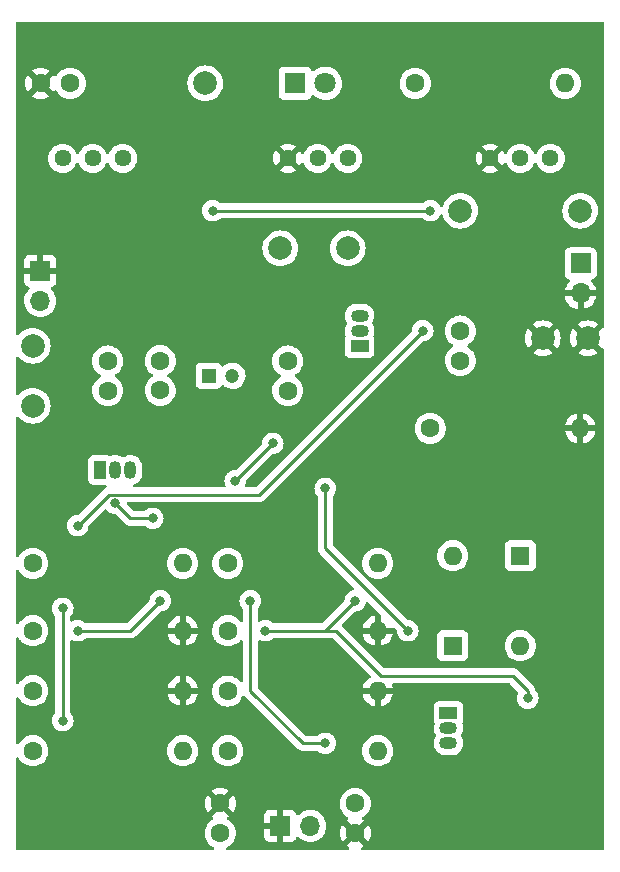
<source format=gbr>
%TF.GenerationSoftware,KiCad,Pcbnew,6.0.7-f9a2dced07~116~ubuntu20.04.1*%
%TF.CreationDate,2022-08-01T22:29:09-04:00*%
%TF.ProjectId,OverdrivePedal,4f766572-6472-4697-9665-506564616c2e,rev?*%
%TF.SameCoordinates,Original*%
%TF.FileFunction,Copper,L2,Bot*%
%TF.FilePolarity,Positive*%
%FSLAX46Y46*%
G04 Gerber Fmt 4.6, Leading zero omitted, Abs format (unit mm)*
G04 Created by KiCad (PCBNEW 6.0.7-f9a2dced07~116~ubuntu20.04.1) date 2022-08-01 22:29:09*
%MOMM*%
%LPD*%
G01*
G04 APERTURE LIST*
%TA.AperFunction,ComponentPad*%
%ADD10O,1.700000X1.700000*%
%TD*%
%TA.AperFunction,ComponentPad*%
%ADD11R,1.700000X1.700000*%
%TD*%
%TA.AperFunction,ComponentPad*%
%ADD12C,1.440000*%
%TD*%
%TA.AperFunction,ComponentPad*%
%ADD13O,1.600000X1.600000*%
%TD*%
%TA.AperFunction,ComponentPad*%
%ADD14C,1.600000*%
%TD*%
%TA.AperFunction,ComponentPad*%
%ADD15O,1.500000X1.050000*%
%TD*%
%TA.AperFunction,ComponentPad*%
%ADD16R,1.500000X1.050000*%
%TD*%
%TA.AperFunction,ComponentPad*%
%ADD17O,1.050000X1.500000*%
%TD*%
%TA.AperFunction,ComponentPad*%
%ADD18R,1.050000X1.500000*%
%TD*%
%TA.AperFunction,ComponentPad*%
%ADD19C,2.000000*%
%TD*%
%TA.AperFunction,ComponentPad*%
%ADD20R,1.800000X1.800000*%
%TD*%
%TA.AperFunction,ComponentPad*%
%ADD21C,1.800000*%
%TD*%
%TA.AperFunction,ComponentPad*%
%ADD22R,1.600000X1.600000*%
%TD*%
%TA.AperFunction,ComponentPad*%
%ADD23R,1.200000X1.200000*%
%TD*%
%TA.AperFunction,ComponentPad*%
%ADD24C,1.200000*%
%TD*%
%TA.AperFunction,ViaPad*%
%ADD25C,0.800000*%
%TD*%
%TA.AperFunction,Conductor*%
%ADD26C,0.250000*%
%TD*%
G04 APERTURE END LIST*
D10*
%TO.P,J12,2,Pin_2*%
%TO.N,GND*%
X149885000Y-74315000D03*
D11*
%TO.P,J12,1,Pin_1*%
%TO.N,Net-(J10-Pad1)*%
X149885000Y-71775000D03*
%TD*%
%TO.P,J2,1,Pin_1*%
%TO.N,GND*%
X104140000Y-72390000D03*
D10*
%TO.P,J2,2,Pin_2*%
%TO.N,Net-(J2-Pad2)*%
X104140000Y-74930000D03*
%TD*%
D11*
%TO.P,J1,1,Pin_1*%
%TO.N,GND*%
X124460000Y-119380000D03*
D10*
%TO.P,J1,2,Pin_2*%
%TO.N,+9V*%
X127000000Y-119380000D03*
%TD*%
D12*
%TO.P,RV3,1,1*%
%TO.N,Net-(C7-Pad1)*%
X147320000Y-62865000D03*
%TO.P,RV3,2,2*%
X144780000Y-62865000D03*
%TO.P,RV3,3,3*%
%TO.N,GND*%
X142240000Y-62865000D03*
%TD*%
%TO.P,RV2,1,1*%
%TO.N,Net-(C7-Pad1)*%
X111125000Y-62865000D03*
%TO.P,RV2,2,2*%
X108585000Y-62865000D03*
%TO.P,RV2,3,3*%
%TO.N,Net-(C8-Pad1)*%
X106045000Y-62865000D03*
%TD*%
%TO.P,RV1,1,1*%
%TO.N,Net-(C6-Pad2)*%
X130175000Y-62865000D03*
%TO.P,RV1,2,2*%
X127635000Y-62865000D03*
%TO.P,RV1,3,3*%
%TO.N,GND*%
X125095000Y-62865000D03*
%TD*%
D13*
%TO.P,R10,2*%
%TO.N,Net-(D3-Pad2)*%
X148590000Y-56515000D03*
D14*
%TO.P,R10,1*%
%TO.N,+9V*%
X135890000Y-56515000D03*
%TD*%
%TO.P,R9,1*%
%TO.N,Net-(C7-Pad2)*%
X137160000Y-85725000D03*
D13*
%TO.P,R9,2*%
%TO.N,GND*%
X149860000Y-85725000D03*
%TD*%
%TO.P,R8,2*%
%TO.N,GND*%
X132715000Y-107975000D03*
D14*
%TO.P,R8,1*%
%TO.N,Net-(C6-Pad1)*%
X120015000Y-107975000D03*
%TD*%
%TO.P,R7,1*%
%TO.N,+9V*%
X120015000Y-113030000D03*
D13*
%TO.P,R7,2*%
%TO.N,Net-(C5-Pad1)*%
X132715000Y-113030000D03*
%TD*%
D14*
%TO.P,R6,1*%
%TO.N,Net-(C4-Pad1)*%
X120015000Y-102870000D03*
D13*
%TO.P,R6,2*%
%TO.N,GND*%
X132715000Y-102870000D03*
%TD*%
%TO.P,R5,2*%
%TO.N,Net-(C4-Pad1)*%
X132715000Y-97155000D03*
D14*
%TO.P,R5,1*%
%TO.N,Net-(C5-Pad1)*%
X120015000Y-97155000D03*
%TD*%
D13*
%TO.P,R4,2*%
%TO.N,GND*%
X116205000Y-107950000D03*
D14*
%TO.P,R4,1*%
%TO.N,Net-(Q1-Pad1)*%
X103505000Y-107950000D03*
%TD*%
%TO.P,R3,1*%
%TO.N,+9V*%
X103505000Y-113030000D03*
D13*
%TO.P,R3,2*%
%TO.N,Net-(C4-Pad2)*%
X116205000Y-113030000D03*
%TD*%
%TO.P,R2,2*%
%TO.N,GND*%
X116205000Y-102870000D03*
D14*
%TO.P,R2,1*%
%TO.N,Net-(C2-Pad1)*%
X103505000Y-102870000D03*
%TD*%
%TO.P,R1,1*%
%TO.N,+9V*%
X103505000Y-97155000D03*
D13*
%TO.P,R1,2*%
%TO.N,Net-(C2-Pad1)*%
X116205000Y-97155000D03*
%TD*%
D15*
%TO.P,Q3,3,C*%
%TO.N,+9V*%
X131170000Y-76200000D03*
%TO.P,Q3,2,B*%
%TO.N,Net-(C5-Pad1)*%
X131170000Y-77470000D03*
D16*
%TO.P,Q3,1,E*%
%TO.N,Net-(C7-Pad2)*%
X131170000Y-78740000D03*
%TD*%
D15*
%TO.P,Q2,3,C*%
%TO.N,Net-(C5-Pad1)*%
X138705000Y-112395000D03*
%TO.P,Q2,2,B*%
%TO.N,Net-(C4-Pad1)*%
X138705000Y-111125000D03*
D16*
%TO.P,Q2,1,E*%
%TO.N,Net-(C6-Pad1)*%
X138705000Y-109855000D03*
%TD*%
D17*
%TO.P,Q1,3,C*%
%TO.N,Net-(C4-Pad2)*%
X111760000Y-89260000D03*
%TO.P,Q1,2,B*%
%TO.N,Net-(C2-Pad1)*%
X110490000Y-89260000D03*
D18*
%TO.P,Q1,1,E*%
%TO.N,Net-(Q1-Pad1)*%
X109220000Y-89260000D03*
%TD*%
D19*
%TO.P,J11,1,Pin_1*%
%TO.N,GND*%
X146685000Y-78105000D03*
%TD*%
%TO.P,J10,1,Pin_1*%
%TO.N,Net-(J10-Pad1)*%
X149860000Y-67310000D03*
%TD*%
%TO.P,J9,1,Pin_1*%
%TO.N,Net-(C7-Pad1)*%
X139700000Y-67310000D03*
%TD*%
%TO.P,J8,1,Pin_1*%
%TO.N,GND*%
X150495000Y-78105000D03*
%TD*%
%TO.P,J7,1,Pin_1*%
%TO.N,Net-(D3-Pad1)*%
X118110000Y-56515000D03*
%TD*%
%TO.P,J6,1,Pin_1*%
%TO.N,Net-(J5-Pad1)*%
X124460000Y-70485000D03*
%TD*%
%TO.P,J5,1,Pin_1*%
%TO.N,Net-(J5-Pad1)*%
X130175000Y-70485000D03*
%TD*%
%TO.P,J4,1,Pin_1*%
%TO.N,Net-(J2-Pad2)*%
X103505000Y-78740000D03*
%TD*%
%TO.P,J3,1,Pin_1*%
%TO.N,Net-(C2-Pad2)*%
X103505000Y-83820000D03*
%TD*%
D20*
%TO.P,D3,1,K*%
%TO.N,Net-(D3-Pad1)*%
X125730000Y-56515000D03*
D21*
%TO.P,D3,2,A*%
%TO.N,Net-(D3-Pad2)*%
X128270000Y-56515000D03*
%TD*%
D22*
%TO.P,D2,1,K*%
%TO.N,Net-(C5-Pad2)*%
X139065000Y-104140000D03*
D13*
%TO.P,D2,2,A*%
%TO.N,Net-(C4-Pad1)*%
X139065000Y-96520000D03*
%TD*%
D22*
%TO.P,D1,1,K*%
%TO.N,Net-(C4-Pad1)*%
X144780000Y-96520000D03*
D13*
%TO.P,D1,2,A*%
%TO.N,Net-(C5-Pad2)*%
X144780000Y-104140000D03*
%TD*%
D14*
%TO.P,C8,1*%
%TO.N,Net-(C8-Pad1)*%
X106680000Y-56515000D03*
%TO.P,C8,2*%
%TO.N,GND*%
X104180000Y-56515000D03*
%TD*%
%TO.P,C7,1*%
%TO.N,Net-(C7-Pad1)*%
X139700000Y-79990000D03*
%TO.P,C7,2*%
%TO.N,Net-(C7-Pad2)*%
X139700000Y-77490000D03*
%TD*%
D23*
%TO.P,C6,1*%
%TO.N,Net-(C6-Pad1)*%
X118407401Y-81280000D03*
D24*
%TO.P,C6,2*%
%TO.N,Net-(C6-Pad2)*%
X120407401Y-81280000D03*
%TD*%
D14*
%TO.P,C5,1*%
%TO.N,Net-(C5-Pad1)*%
X125095000Y-82530000D03*
%TO.P,C5,2*%
%TO.N,Net-(C5-Pad2)*%
X125095000Y-80030000D03*
%TD*%
%TO.P,C4,1*%
%TO.N,Net-(C4-Pad1)*%
X114300000Y-82510000D03*
%TO.P,C4,2*%
%TO.N,Net-(C4-Pad2)*%
X114300000Y-80010000D03*
%TD*%
%TO.P,C3,1*%
%TO.N,+9V*%
X130810000Y-117495000D03*
%TO.P,C3,2*%
%TO.N,GND*%
X130810000Y-119995000D03*
%TD*%
%TO.P,C2,2*%
%TO.N,Net-(C2-Pad2)*%
X109855000Y-80030000D03*
%TO.P,C2,1*%
%TO.N,Net-(C2-Pad1)*%
X109855000Y-82530000D03*
%TD*%
%TO.P,C1,1*%
%TO.N,+9V*%
X119380000Y-119995000D03*
%TO.P,C1,2*%
%TO.N,GND*%
X119380000Y-117495000D03*
%TD*%
D25*
%TO.N,Net-(C7-Pad1)*%
X137160000Y-67310000D03*
X118745000Y-67310000D03*
%TO.N,Net-(C5-Pad1)*%
X123825000Y-86995000D03*
X120650000Y-90170000D03*
%TO.N,Net-(C5-Pad2)*%
X128270000Y-90805000D03*
X135255000Y-102870000D03*
%TO.N,+9V*%
X106045000Y-100965000D03*
X106045000Y-110490000D03*
%TO.N,Net-(C5-Pad1)*%
X121920000Y-100330000D03*
X128270000Y-112395000D03*
%TO.N,Net-(C4-Pad1)*%
X145415000Y-108585000D03*
X130810000Y-100330000D03*
X123190000Y-102870000D03*
%TO.N,+9V*%
X136525000Y-77470000D03*
X107315000Y-93980000D03*
%TO.N,Net-(C2-Pad1)*%
X110490000Y-92075000D03*
X113665000Y-93345000D03*
X114300000Y-100330000D03*
X107315000Y-102870000D03*
%TD*%
D26*
%TO.N,Net-(C7-Pad1)*%
X118745000Y-67310000D02*
X137160000Y-67310000D01*
%TO.N,Net-(C5-Pad1)*%
X120650000Y-90170000D02*
X123825000Y-86995000D01*
%TO.N,Net-(C5-Pad2)*%
X135255000Y-102870000D02*
X128270000Y-95885000D01*
X128270000Y-95885000D02*
X128270000Y-90805000D01*
%TO.N,+9V*%
X106045000Y-110490000D02*
X106045000Y-100965000D01*
%TO.N,Net-(C5-Pad1)*%
X128270000Y-112395000D02*
X126365000Y-112395000D01*
X126365000Y-112395000D02*
X121920000Y-107950000D01*
X121920000Y-107950000D02*
X121920000Y-100330000D01*
%TO.N,Net-(C4-Pad1)*%
X145415000Y-107950000D02*
X145415000Y-108585000D01*
X144145000Y-106680000D02*
X145415000Y-107950000D01*
X128270000Y-102870000D02*
X129200991Y-102870000D01*
X129200991Y-102870000D02*
X133010991Y-106680000D01*
X133010991Y-106680000D02*
X144145000Y-106680000D01*
X128270000Y-102870000D02*
X130810000Y-100330000D01*
X123190000Y-102870000D02*
X128270000Y-102870000D01*
%TO.N,+9V*%
X122645000Y-91350000D02*
X136525000Y-77470000D01*
X109945000Y-91350000D02*
X122645000Y-91350000D01*
X107315000Y-93980000D02*
X109945000Y-91350000D01*
%TO.N,Net-(C2-Pad1)*%
X111760000Y-93345000D02*
X110490000Y-92075000D01*
X113665000Y-93345000D02*
X111760000Y-93345000D01*
X111760000Y-102870000D02*
X114300000Y-100330000D01*
X107315000Y-102870000D02*
X111760000Y-102870000D01*
%TD*%
%TA.AperFunction,Conductor*%
%TO.N,GND*%
G36*
X151833621Y-51328502D02*
G01*
X151880114Y-51382158D01*
X151891500Y-51434500D01*
X151891500Y-77114761D01*
X151871498Y-77182882D01*
X151817842Y-77229375D01*
X151744900Y-77239066D01*
X151728744Y-77236389D01*
X151718334Y-77240876D01*
X150867022Y-78092188D01*
X150859408Y-78106132D01*
X150859539Y-78107965D01*
X150863790Y-78114580D01*
X151715290Y-78966080D01*
X151729234Y-78973694D01*
X151756510Y-78971743D01*
X151825884Y-78986834D01*
X151876087Y-79037035D01*
X151891500Y-79097422D01*
X151891500Y-121285500D01*
X151871498Y-121353621D01*
X151817842Y-121400114D01*
X151765500Y-121411500D01*
X131435647Y-121411500D01*
X131367526Y-121391498D01*
X131321033Y-121337842D01*
X131310929Y-121267568D01*
X131340423Y-121202988D01*
X131382397Y-121171305D01*
X131461511Y-121134414D01*
X131471006Y-121128931D01*
X131523048Y-121092491D01*
X131531424Y-121082012D01*
X131524356Y-121068566D01*
X130822812Y-120367022D01*
X130808868Y-120359408D01*
X130807035Y-120359539D01*
X130800420Y-120363790D01*
X130094923Y-121069287D01*
X130088493Y-121081062D01*
X130097789Y-121093077D01*
X130148994Y-121128931D01*
X130158489Y-121134414D01*
X130237603Y-121171305D01*
X130290888Y-121218222D01*
X130310349Y-121286500D01*
X130289807Y-121354460D01*
X130235784Y-121400525D01*
X130184353Y-121411500D01*
X120006830Y-121411500D01*
X119938709Y-121391498D01*
X119892216Y-121337842D01*
X119882112Y-121267568D01*
X119911606Y-121202988D01*
X119953580Y-121171305D01*
X120036749Y-121132523D01*
X120141611Y-121059098D01*
X120219789Y-121004357D01*
X120219792Y-121004355D01*
X120224300Y-121001198D01*
X120386198Y-120839300D01*
X120517523Y-120651749D01*
X120519846Y-120646767D01*
X120519849Y-120646762D01*
X120611961Y-120449225D01*
X120611961Y-120449224D01*
X120614284Y-120444243D01*
X120634976Y-120367022D01*
X120659722Y-120274669D01*
X123102001Y-120274669D01*
X123102371Y-120281490D01*
X123107895Y-120332352D01*
X123111521Y-120347604D01*
X123156676Y-120468054D01*
X123165214Y-120483649D01*
X123241715Y-120585724D01*
X123254276Y-120598285D01*
X123356351Y-120674786D01*
X123371946Y-120683324D01*
X123492394Y-120728478D01*
X123507649Y-120732105D01*
X123558514Y-120737631D01*
X123565328Y-120738000D01*
X124187885Y-120738000D01*
X124203124Y-120733525D01*
X124204329Y-120732135D01*
X124206000Y-120724452D01*
X124206000Y-120719884D01*
X124714000Y-120719884D01*
X124718475Y-120735123D01*
X124719865Y-120736328D01*
X124727548Y-120737999D01*
X125354669Y-120737999D01*
X125361490Y-120737629D01*
X125412352Y-120732105D01*
X125427604Y-120728479D01*
X125548054Y-120683324D01*
X125563649Y-120674786D01*
X125665724Y-120598285D01*
X125678285Y-120585724D01*
X125754786Y-120483649D01*
X125763324Y-120468054D01*
X125804225Y-120358952D01*
X125846867Y-120302188D01*
X125913428Y-120277488D01*
X125982777Y-120292696D01*
X126017444Y-120320684D01*
X126042865Y-120350031D01*
X126042869Y-120350035D01*
X126046250Y-120353938D01*
X126218126Y-120496632D01*
X126411000Y-120609338D01*
X126619692Y-120689030D01*
X126624760Y-120690061D01*
X126624763Y-120690062D01*
X126709054Y-120707211D01*
X126838597Y-120733567D01*
X126843772Y-120733757D01*
X126843774Y-120733757D01*
X127056673Y-120741564D01*
X127056677Y-120741564D01*
X127061837Y-120741753D01*
X127066957Y-120741097D01*
X127066959Y-120741097D01*
X127278288Y-120714025D01*
X127278289Y-120714025D01*
X127283416Y-120713368D01*
X127288366Y-120711883D01*
X127492429Y-120650661D01*
X127492434Y-120650659D01*
X127497384Y-120649174D01*
X127697994Y-120550896D01*
X127879860Y-120421173D01*
X128038096Y-120263489D01*
X128063309Y-120228402D01*
X128165435Y-120086277D01*
X128168453Y-120082077D01*
X128208783Y-120000475D01*
X129497483Y-120000475D01*
X129516472Y-120217519D01*
X129518375Y-120228312D01*
X129574764Y-120438761D01*
X129578510Y-120449053D01*
X129670586Y-120646511D01*
X129676069Y-120656006D01*
X129712509Y-120708048D01*
X129722988Y-120716424D01*
X129736434Y-120709356D01*
X130437978Y-120007812D01*
X130444356Y-119996132D01*
X131174408Y-119996132D01*
X131174539Y-119997965D01*
X131178790Y-120004580D01*
X131884287Y-120710077D01*
X131896062Y-120716507D01*
X131908077Y-120707211D01*
X131943931Y-120656006D01*
X131949414Y-120646511D01*
X132041490Y-120449053D01*
X132045236Y-120438761D01*
X132101625Y-120228312D01*
X132103528Y-120217519D01*
X132122517Y-120000475D01*
X132122517Y-119989525D01*
X132103528Y-119772481D01*
X132101625Y-119761688D01*
X132045236Y-119551239D01*
X132041490Y-119540947D01*
X131949414Y-119343489D01*
X131943931Y-119333994D01*
X131907491Y-119281952D01*
X131897012Y-119273576D01*
X131883566Y-119280644D01*
X131182022Y-119982188D01*
X131174408Y-119996132D01*
X130444356Y-119996132D01*
X130445592Y-119993868D01*
X130445461Y-119992035D01*
X130441210Y-119985420D01*
X129735713Y-119279923D01*
X129723938Y-119273493D01*
X129711923Y-119282789D01*
X129676069Y-119333994D01*
X129670586Y-119343489D01*
X129578510Y-119540947D01*
X129574764Y-119551239D01*
X129518375Y-119761688D01*
X129516472Y-119772481D01*
X129497483Y-119989525D01*
X129497483Y-120000475D01*
X128208783Y-120000475D01*
X128210024Y-119997965D01*
X128265136Y-119886453D01*
X128265137Y-119886451D01*
X128267430Y-119881811D01*
X128332370Y-119668069D01*
X128361529Y-119446590D01*
X128363156Y-119380000D01*
X128344852Y-119157361D01*
X128290431Y-118940702D01*
X128201354Y-118735840D01*
X128132193Y-118628934D01*
X128082822Y-118552617D01*
X128082820Y-118552614D01*
X128080014Y-118548277D01*
X127929670Y-118383051D01*
X127925619Y-118379852D01*
X127925615Y-118379848D01*
X127758414Y-118247800D01*
X127758410Y-118247798D01*
X127754359Y-118244598D01*
X127558789Y-118136638D01*
X127553920Y-118134914D01*
X127553916Y-118134912D01*
X127353087Y-118063795D01*
X127353083Y-118063794D01*
X127348212Y-118062069D01*
X127343119Y-118061162D01*
X127343116Y-118061161D01*
X127133373Y-118023800D01*
X127133367Y-118023799D01*
X127128284Y-118022894D01*
X127054452Y-118021992D01*
X126910081Y-118020228D01*
X126910079Y-118020228D01*
X126904911Y-118020165D01*
X126684091Y-118053955D01*
X126471756Y-118123357D01*
X126273607Y-118226507D01*
X126269474Y-118229610D01*
X126269471Y-118229612D01*
X126118190Y-118343197D01*
X126094965Y-118360635D01*
X126091393Y-118364373D01*
X126013898Y-118445466D01*
X125952374Y-118480895D01*
X125881462Y-118477438D01*
X125823676Y-118436192D01*
X125804823Y-118402644D01*
X125763324Y-118291946D01*
X125754786Y-118276351D01*
X125678285Y-118174276D01*
X125665724Y-118161715D01*
X125563649Y-118085214D01*
X125548054Y-118076676D01*
X125427606Y-118031522D01*
X125412351Y-118027895D01*
X125361486Y-118022369D01*
X125354672Y-118022000D01*
X124732115Y-118022000D01*
X124716876Y-118026475D01*
X124715671Y-118027865D01*
X124714000Y-118035548D01*
X124714000Y-120719884D01*
X124206000Y-120719884D01*
X124206000Y-119652115D01*
X124201525Y-119636876D01*
X124200135Y-119635671D01*
X124192452Y-119634000D01*
X123120116Y-119634000D01*
X123104877Y-119638475D01*
X123103672Y-119639865D01*
X123102001Y-119647548D01*
X123102001Y-120274669D01*
X120659722Y-120274669D01*
X120672119Y-120228402D01*
X120672119Y-120228400D01*
X120673543Y-120223087D01*
X120693498Y-119995000D01*
X120673543Y-119766913D01*
X120641559Y-119647548D01*
X120615707Y-119551067D01*
X120615706Y-119551065D01*
X120614284Y-119545757D01*
X120535427Y-119376646D01*
X120519849Y-119343238D01*
X120519846Y-119343233D01*
X120517523Y-119338251D01*
X120386198Y-119150700D01*
X120343383Y-119107885D01*
X123102000Y-119107885D01*
X123106475Y-119123124D01*
X123107865Y-119124329D01*
X123115548Y-119126000D01*
X124187885Y-119126000D01*
X124203124Y-119121525D01*
X124204329Y-119120135D01*
X124206000Y-119112452D01*
X124206000Y-118040116D01*
X124201525Y-118024877D01*
X124200135Y-118023672D01*
X124192452Y-118022001D01*
X123565331Y-118022001D01*
X123558510Y-118022371D01*
X123507648Y-118027895D01*
X123492396Y-118031521D01*
X123371946Y-118076676D01*
X123356351Y-118085214D01*
X123254276Y-118161715D01*
X123241715Y-118174276D01*
X123165214Y-118276351D01*
X123156676Y-118291946D01*
X123111522Y-118412394D01*
X123107895Y-118427649D01*
X123102369Y-118478514D01*
X123102000Y-118485328D01*
X123102000Y-119107885D01*
X120343383Y-119107885D01*
X120224300Y-118988802D01*
X120219792Y-118985645D01*
X120219789Y-118985643D01*
X120093920Y-118897509D01*
X120036749Y-118857477D01*
X120031765Y-118855153D01*
X120029472Y-118853829D01*
X119980479Y-118802447D01*
X119967043Y-118732733D01*
X119993429Y-118666822D01*
X120029472Y-118635591D01*
X120041002Y-118628934D01*
X120093048Y-118592491D01*
X120101424Y-118582012D01*
X120094356Y-118568566D01*
X119392812Y-117867022D01*
X119378868Y-117859408D01*
X119377035Y-117859539D01*
X119370420Y-117863790D01*
X118664923Y-118569287D01*
X118658493Y-118581062D01*
X118667789Y-118593077D01*
X118718998Y-118628934D01*
X118730528Y-118635591D01*
X118779521Y-118686973D01*
X118792958Y-118756687D01*
X118766571Y-118822598D01*
X118730528Y-118853829D01*
X118728235Y-118855153D01*
X118723251Y-118857477D01*
X118666080Y-118897509D01*
X118540211Y-118985643D01*
X118540208Y-118985645D01*
X118535700Y-118988802D01*
X118373802Y-119150700D01*
X118242477Y-119338251D01*
X118240154Y-119343233D01*
X118240151Y-119343238D01*
X118224573Y-119376646D01*
X118145716Y-119545757D01*
X118144294Y-119551065D01*
X118144293Y-119551067D01*
X118118441Y-119647548D01*
X118086457Y-119766913D01*
X118066502Y-119995000D01*
X118086457Y-120223087D01*
X118087881Y-120228400D01*
X118087881Y-120228402D01*
X118125025Y-120367022D01*
X118145716Y-120444243D01*
X118148039Y-120449224D01*
X118148039Y-120449225D01*
X118240151Y-120646762D01*
X118240154Y-120646767D01*
X118242477Y-120651749D01*
X118373802Y-120839300D01*
X118535700Y-121001198D01*
X118540208Y-121004355D01*
X118540211Y-121004357D01*
X118618389Y-121059098D01*
X118723251Y-121132523D01*
X118806420Y-121171305D01*
X118859705Y-121218222D01*
X118879166Y-121286499D01*
X118858624Y-121354459D01*
X118804602Y-121400525D01*
X118753170Y-121411500D01*
X102234500Y-121411500D01*
X102166379Y-121391498D01*
X102119886Y-121337842D01*
X102108500Y-121285500D01*
X102108500Y-117500475D01*
X118067483Y-117500475D01*
X118086472Y-117717519D01*
X118088375Y-117728312D01*
X118144764Y-117938761D01*
X118148510Y-117949053D01*
X118240586Y-118146511D01*
X118246069Y-118156006D01*
X118282509Y-118208048D01*
X118292988Y-118216424D01*
X118306434Y-118209356D01*
X119007978Y-117507812D01*
X119014356Y-117496132D01*
X119744408Y-117496132D01*
X119744539Y-117497965D01*
X119748790Y-117504580D01*
X120454287Y-118210077D01*
X120466062Y-118216507D01*
X120478077Y-118207211D01*
X120513931Y-118156006D01*
X120519414Y-118146511D01*
X120611490Y-117949053D01*
X120615236Y-117938761D01*
X120671625Y-117728312D01*
X120673528Y-117717519D01*
X120692517Y-117500475D01*
X120692517Y-117495000D01*
X129496502Y-117495000D01*
X129516457Y-117723087D01*
X129517881Y-117728400D01*
X129517881Y-117728402D01*
X129555025Y-117867022D01*
X129575716Y-117944243D01*
X129578039Y-117949224D01*
X129578039Y-117949225D01*
X129670151Y-118146762D01*
X129670154Y-118146767D01*
X129672477Y-118151749D01*
X129735742Y-118242101D01*
X129759725Y-118276351D01*
X129803802Y-118339300D01*
X129965700Y-118501198D01*
X129970208Y-118504355D01*
X129970211Y-118504357D01*
X130039134Y-118552617D01*
X130153251Y-118632523D01*
X130158235Y-118634847D01*
X130160528Y-118636171D01*
X130209521Y-118687553D01*
X130222957Y-118757267D01*
X130196571Y-118823178D01*
X130160528Y-118854409D01*
X130148998Y-118861066D01*
X130096952Y-118897509D01*
X130088576Y-118907988D01*
X130095644Y-118921434D01*
X130797188Y-119622978D01*
X130811132Y-119630592D01*
X130812965Y-119630461D01*
X130819580Y-119626210D01*
X131525077Y-118920713D01*
X131531507Y-118908938D01*
X131522211Y-118896923D01*
X131471002Y-118861066D01*
X131459472Y-118854409D01*
X131410479Y-118803027D01*
X131397042Y-118733313D01*
X131423429Y-118667402D01*
X131459472Y-118636171D01*
X131461765Y-118634847D01*
X131466749Y-118632523D01*
X131580866Y-118552617D01*
X131649789Y-118504357D01*
X131649792Y-118504355D01*
X131654300Y-118501198D01*
X131816198Y-118339300D01*
X131860276Y-118276351D01*
X131884258Y-118242101D01*
X131947523Y-118151749D01*
X131949846Y-118146767D01*
X131949849Y-118146762D01*
X132041961Y-117949225D01*
X132041961Y-117949224D01*
X132044284Y-117944243D01*
X132064976Y-117867022D01*
X132102119Y-117728402D01*
X132102119Y-117728400D01*
X132103543Y-117723087D01*
X132123498Y-117495000D01*
X132103543Y-117266913D01*
X132066981Y-117130461D01*
X132045707Y-117051067D01*
X132045706Y-117051065D01*
X132044284Y-117045757D01*
X131949966Y-116843489D01*
X131949849Y-116843238D01*
X131949846Y-116843233D01*
X131947523Y-116838251D01*
X131816198Y-116650700D01*
X131654300Y-116488802D01*
X131649792Y-116485645D01*
X131649789Y-116485643D01*
X131523920Y-116397509D01*
X131466749Y-116357477D01*
X131461767Y-116355154D01*
X131461762Y-116355151D01*
X131264225Y-116263039D01*
X131264224Y-116263039D01*
X131259243Y-116260716D01*
X131253935Y-116259294D01*
X131253933Y-116259293D01*
X131043402Y-116202881D01*
X131043400Y-116202881D01*
X131038087Y-116201457D01*
X130810000Y-116181502D01*
X130581913Y-116201457D01*
X130576600Y-116202881D01*
X130576598Y-116202881D01*
X130366067Y-116259293D01*
X130366065Y-116259294D01*
X130360757Y-116260716D01*
X130355776Y-116263039D01*
X130355775Y-116263039D01*
X130158238Y-116355151D01*
X130158233Y-116355154D01*
X130153251Y-116357477D01*
X130096080Y-116397509D01*
X129970211Y-116485643D01*
X129970208Y-116485645D01*
X129965700Y-116488802D01*
X129803802Y-116650700D01*
X129672477Y-116838251D01*
X129670154Y-116843233D01*
X129670151Y-116843238D01*
X129670034Y-116843489D01*
X129575716Y-117045757D01*
X129574294Y-117051065D01*
X129574293Y-117051067D01*
X129553019Y-117130461D01*
X129516457Y-117266913D01*
X129496502Y-117495000D01*
X120692517Y-117495000D01*
X120692517Y-117489525D01*
X120673528Y-117272481D01*
X120671625Y-117261688D01*
X120615236Y-117051239D01*
X120611490Y-117040947D01*
X120519414Y-116843489D01*
X120513931Y-116833994D01*
X120477491Y-116781952D01*
X120467012Y-116773576D01*
X120453566Y-116780644D01*
X119752022Y-117482188D01*
X119744408Y-117496132D01*
X119014356Y-117496132D01*
X119015592Y-117493868D01*
X119015461Y-117492035D01*
X119011210Y-117485420D01*
X118305713Y-116779923D01*
X118293938Y-116773493D01*
X118281923Y-116782789D01*
X118246069Y-116833994D01*
X118240586Y-116843489D01*
X118148510Y-117040947D01*
X118144764Y-117051239D01*
X118088375Y-117261688D01*
X118086472Y-117272481D01*
X118067483Y-117489525D01*
X118067483Y-117500475D01*
X102108500Y-117500475D01*
X102108500Y-116407988D01*
X118658576Y-116407988D01*
X118665644Y-116421434D01*
X119367188Y-117122978D01*
X119381132Y-117130592D01*
X119382965Y-117130461D01*
X119389580Y-117126210D01*
X120095077Y-116420713D01*
X120101507Y-116408938D01*
X120092211Y-116396923D01*
X120041006Y-116361069D01*
X120031511Y-116355586D01*
X119834053Y-116263510D01*
X119823761Y-116259764D01*
X119613312Y-116203375D01*
X119602519Y-116201472D01*
X119385475Y-116182483D01*
X119374525Y-116182483D01*
X119157481Y-116201472D01*
X119146688Y-116203375D01*
X118936239Y-116259764D01*
X118925947Y-116263510D01*
X118728489Y-116355586D01*
X118718994Y-116361069D01*
X118666952Y-116397509D01*
X118658576Y-116407988D01*
X102108500Y-116407988D01*
X102108500Y-113699721D01*
X102128502Y-113631600D01*
X102182158Y-113585107D01*
X102252432Y-113575003D01*
X102317012Y-113604497D01*
X102348695Y-113646471D01*
X102365151Y-113681762D01*
X102365154Y-113681767D01*
X102367477Y-113686749D01*
X102498802Y-113874300D01*
X102660700Y-114036198D01*
X102665208Y-114039355D01*
X102665211Y-114039357D01*
X102743389Y-114094098D01*
X102848251Y-114167523D01*
X102853233Y-114169846D01*
X102853238Y-114169849D01*
X103050775Y-114261961D01*
X103055757Y-114264284D01*
X103061065Y-114265706D01*
X103061067Y-114265707D01*
X103271598Y-114322119D01*
X103271600Y-114322119D01*
X103276913Y-114323543D01*
X103505000Y-114343498D01*
X103733087Y-114323543D01*
X103738400Y-114322119D01*
X103738402Y-114322119D01*
X103948933Y-114265707D01*
X103948935Y-114265706D01*
X103954243Y-114264284D01*
X103959225Y-114261961D01*
X104156762Y-114169849D01*
X104156767Y-114169846D01*
X104161749Y-114167523D01*
X104266611Y-114094098D01*
X104344789Y-114039357D01*
X104344792Y-114039355D01*
X104349300Y-114036198D01*
X104511198Y-113874300D01*
X104642523Y-113686749D01*
X104644846Y-113681767D01*
X104644849Y-113681762D01*
X104736961Y-113484225D01*
X104736961Y-113484224D01*
X104739284Y-113479243D01*
X104757438Y-113411494D01*
X104797119Y-113263402D01*
X104797119Y-113263400D01*
X104798543Y-113258087D01*
X104818498Y-113030000D01*
X114891502Y-113030000D01*
X114911457Y-113258087D01*
X114912881Y-113263400D01*
X114912881Y-113263402D01*
X114952563Y-113411494D01*
X114970716Y-113479243D01*
X114973039Y-113484224D01*
X114973039Y-113484225D01*
X115065151Y-113681762D01*
X115065154Y-113681767D01*
X115067477Y-113686749D01*
X115198802Y-113874300D01*
X115360700Y-114036198D01*
X115365208Y-114039355D01*
X115365211Y-114039357D01*
X115443389Y-114094098D01*
X115548251Y-114167523D01*
X115553233Y-114169846D01*
X115553238Y-114169849D01*
X115750775Y-114261961D01*
X115755757Y-114264284D01*
X115761065Y-114265706D01*
X115761067Y-114265707D01*
X115971598Y-114322119D01*
X115971600Y-114322119D01*
X115976913Y-114323543D01*
X116205000Y-114343498D01*
X116433087Y-114323543D01*
X116438400Y-114322119D01*
X116438402Y-114322119D01*
X116648933Y-114265707D01*
X116648935Y-114265706D01*
X116654243Y-114264284D01*
X116659225Y-114261961D01*
X116856762Y-114169849D01*
X116856767Y-114169846D01*
X116861749Y-114167523D01*
X116966611Y-114094098D01*
X117044789Y-114039357D01*
X117044792Y-114039355D01*
X117049300Y-114036198D01*
X117211198Y-113874300D01*
X117342523Y-113686749D01*
X117344846Y-113681767D01*
X117344849Y-113681762D01*
X117436961Y-113484225D01*
X117436961Y-113484224D01*
X117439284Y-113479243D01*
X117457438Y-113411494D01*
X117497119Y-113263402D01*
X117497119Y-113263400D01*
X117498543Y-113258087D01*
X117518498Y-113030000D01*
X118701502Y-113030000D01*
X118721457Y-113258087D01*
X118722881Y-113263400D01*
X118722881Y-113263402D01*
X118762563Y-113411494D01*
X118780716Y-113479243D01*
X118783039Y-113484224D01*
X118783039Y-113484225D01*
X118875151Y-113681762D01*
X118875154Y-113681767D01*
X118877477Y-113686749D01*
X119008802Y-113874300D01*
X119170700Y-114036198D01*
X119175208Y-114039355D01*
X119175211Y-114039357D01*
X119253389Y-114094098D01*
X119358251Y-114167523D01*
X119363233Y-114169846D01*
X119363238Y-114169849D01*
X119560775Y-114261961D01*
X119565757Y-114264284D01*
X119571065Y-114265706D01*
X119571067Y-114265707D01*
X119781598Y-114322119D01*
X119781600Y-114322119D01*
X119786913Y-114323543D01*
X120015000Y-114343498D01*
X120243087Y-114323543D01*
X120248400Y-114322119D01*
X120248402Y-114322119D01*
X120458933Y-114265707D01*
X120458935Y-114265706D01*
X120464243Y-114264284D01*
X120469225Y-114261961D01*
X120666762Y-114169849D01*
X120666767Y-114169846D01*
X120671749Y-114167523D01*
X120776611Y-114094098D01*
X120854789Y-114039357D01*
X120854792Y-114039355D01*
X120859300Y-114036198D01*
X121021198Y-113874300D01*
X121152523Y-113686749D01*
X121154846Y-113681767D01*
X121154849Y-113681762D01*
X121246961Y-113484225D01*
X121246961Y-113484224D01*
X121249284Y-113479243D01*
X121267438Y-113411494D01*
X121307119Y-113263402D01*
X121307119Y-113263400D01*
X121308543Y-113258087D01*
X121328498Y-113030000D01*
X121308543Y-112801913D01*
X121306966Y-112796026D01*
X121250707Y-112586067D01*
X121250706Y-112586065D01*
X121249284Y-112580757D01*
X121168903Y-112408378D01*
X121154849Y-112378238D01*
X121154846Y-112378233D01*
X121152523Y-112373251D01*
X121039358Y-112211635D01*
X121024357Y-112190211D01*
X121024355Y-112190208D01*
X121021198Y-112185700D01*
X120859300Y-112023802D01*
X120854792Y-112020645D01*
X120854789Y-112020643D01*
X120776611Y-111965902D01*
X120671749Y-111892477D01*
X120666767Y-111890154D01*
X120666762Y-111890151D01*
X120469225Y-111798039D01*
X120469224Y-111798039D01*
X120464243Y-111795716D01*
X120458935Y-111794294D01*
X120458933Y-111794293D01*
X120248402Y-111737881D01*
X120248400Y-111737881D01*
X120243087Y-111736457D01*
X120015000Y-111716502D01*
X119786913Y-111736457D01*
X119781600Y-111737881D01*
X119781598Y-111737881D01*
X119571067Y-111794293D01*
X119571065Y-111794294D01*
X119565757Y-111795716D01*
X119560776Y-111798039D01*
X119560775Y-111798039D01*
X119363238Y-111890151D01*
X119363233Y-111890154D01*
X119358251Y-111892477D01*
X119253389Y-111965902D01*
X119175211Y-112020643D01*
X119175208Y-112020645D01*
X119170700Y-112023802D01*
X119008802Y-112185700D01*
X119005645Y-112190208D01*
X119005643Y-112190211D01*
X118990642Y-112211635D01*
X118877477Y-112373251D01*
X118875154Y-112378233D01*
X118875151Y-112378238D01*
X118861097Y-112408378D01*
X118780716Y-112580757D01*
X118779294Y-112586065D01*
X118779293Y-112586067D01*
X118723034Y-112796026D01*
X118721457Y-112801913D01*
X118701502Y-113030000D01*
X117518498Y-113030000D01*
X117498543Y-112801913D01*
X117496966Y-112796026D01*
X117440707Y-112586067D01*
X117440706Y-112586065D01*
X117439284Y-112580757D01*
X117358903Y-112408378D01*
X117344849Y-112378238D01*
X117344846Y-112378233D01*
X117342523Y-112373251D01*
X117229358Y-112211635D01*
X117214357Y-112190211D01*
X117214355Y-112190208D01*
X117211198Y-112185700D01*
X117049300Y-112023802D01*
X117044792Y-112020645D01*
X117044789Y-112020643D01*
X116966611Y-111965902D01*
X116861749Y-111892477D01*
X116856767Y-111890154D01*
X116856762Y-111890151D01*
X116659225Y-111798039D01*
X116659224Y-111798039D01*
X116654243Y-111795716D01*
X116648935Y-111794294D01*
X116648933Y-111794293D01*
X116438402Y-111737881D01*
X116438400Y-111737881D01*
X116433087Y-111736457D01*
X116205000Y-111716502D01*
X115976913Y-111736457D01*
X115971600Y-111737881D01*
X115971598Y-111737881D01*
X115761067Y-111794293D01*
X115761065Y-111794294D01*
X115755757Y-111795716D01*
X115750776Y-111798039D01*
X115750775Y-111798039D01*
X115553238Y-111890151D01*
X115553233Y-111890154D01*
X115548251Y-111892477D01*
X115443389Y-111965902D01*
X115365211Y-112020643D01*
X115365208Y-112020645D01*
X115360700Y-112023802D01*
X115198802Y-112185700D01*
X115195645Y-112190208D01*
X115195643Y-112190211D01*
X115180642Y-112211635D01*
X115067477Y-112373251D01*
X115065154Y-112378233D01*
X115065151Y-112378238D01*
X115051097Y-112408378D01*
X114970716Y-112580757D01*
X114969294Y-112586065D01*
X114969293Y-112586067D01*
X114913034Y-112796026D01*
X114911457Y-112801913D01*
X114891502Y-113030000D01*
X104818498Y-113030000D01*
X104798543Y-112801913D01*
X104796966Y-112796026D01*
X104740707Y-112586067D01*
X104740706Y-112586065D01*
X104739284Y-112580757D01*
X104658903Y-112408378D01*
X104644849Y-112378238D01*
X104644846Y-112378233D01*
X104642523Y-112373251D01*
X104529358Y-112211635D01*
X104514357Y-112190211D01*
X104514355Y-112190208D01*
X104511198Y-112185700D01*
X104349300Y-112023802D01*
X104344792Y-112020645D01*
X104344789Y-112020643D01*
X104266611Y-111965902D01*
X104161749Y-111892477D01*
X104156767Y-111890154D01*
X104156762Y-111890151D01*
X103959225Y-111798039D01*
X103959224Y-111798039D01*
X103954243Y-111795716D01*
X103948935Y-111794294D01*
X103948933Y-111794293D01*
X103738402Y-111737881D01*
X103738400Y-111737881D01*
X103733087Y-111736457D01*
X103505000Y-111716502D01*
X103276913Y-111736457D01*
X103271600Y-111737881D01*
X103271598Y-111737881D01*
X103061067Y-111794293D01*
X103061065Y-111794294D01*
X103055757Y-111795716D01*
X103050776Y-111798039D01*
X103050775Y-111798039D01*
X102853238Y-111890151D01*
X102853233Y-111890154D01*
X102848251Y-111892477D01*
X102743389Y-111965902D01*
X102665211Y-112020643D01*
X102665208Y-112020645D01*
X102660700Y-112023802D01*
X102498802Y-112185700D01*
X102495645Y-112190208D01*
X102495643Y-112190211D01*
X102480642Y-112211635D01*
X102367477Y-112373251D01*
X102365154Y-112378233D01*
X102365151Y-112378238D01*
X102348695Y-112413529D01*
X102301778Y-112466814D01*
X102233500Y-112486275D01*
X102165540Y-112465733D01*
X102119475Y-112411710D01*
X102108500Y-112360279D01*
X102108500Y-110490000D01*
X105131496Y-110490000D01*
X105151458Y-110679928D01*
X105210473Y-110861556D01*
X105305960Y-111026944D01*
X105310378Y-111031851D01*
X105310379Y-111031852D01*
X105429325Y-111163955D01*
X105433747Y-111168866D01*
X105588248Y-111281118D01*
X105594276Y-111283802D01*
X105594278Y-111283803D01*
X105756681Y-111356109D01*
X105762712Y-111358794D01*
X105856112Y-111378647D01*
X105943056Y-111397128D01*
X105943061Y-111397128D01*
X105949513Y-111398500D01*
X106140487Y-111398500D01*
X106146939Y-111397128D01*
X106146944Y-111397128D01*
X106233888Y-111378647D01*
X106327288Y-111358794D01*
X106333319Y-111356109D01*
X106495722Y-111283803D01*
X106495724Y-111283802D01*
X106501752Y-111281118D01*
X106656253Y-111168866D01*
X106660675Y-111163955D01*
X106779621Y-111031852D01*
X106779622Y-111031851D01*
X106784040Y-111026944D01*
X106879527Y-110861556D01*
X106938542Y-110679928D01*
X106958504Y-110490000D01*
X106938542Y-110300072D01*
X106879527Y-110118444D01*
X106784040Y-109953056D01*
X106710863Y-109871785D01*
X106680147Y-109807779D01*
X106678500Y-109787476D01*
X106678500Y-108216522D01*
X114922273Y-108216522D01*
X114969764Y-108393761D01*
X114973510Y-108404053D01*
X115065586Y-108601511D01*
X115071069Y-108611007D01*
X115196028Y-108789467D01*
X115203084Y-108797875D01*
X115357125Y-108951916D01*
X115365533Y-108958972D01*
X115543993Y-109083931D01*
X115553489Y-109089414D01*
X115750947Y-109181490D01*
X115761239Y-109185236D01*
X115933503Y-109231394D01*
X115947599Y-109231058D01*
X115951000Y-109223116D01*
X115951000Y-109217967D01*
X116459000Y-109217967D01*
X116462973Y-109231498D01*
X116471522Y-109232727D01*
X116648761Y-109185236D01*
X116659053Y-109181490D01*
X116856511Y-109089414D01*
X116866007Y-109083931D01*
X117044467Y-108958972D01*
X117052875Y-108951916D01*
X117206916Y-108797875D01*
X117213972Y-108789467D01*
X117338931Y-108611007D01*
X117344414Y-108601511D01*
X117436490Y-108404053D01*
X117440236Y-108393761D01*
X117486394Y-108221497D01*
X117486058Y-108207401D01*
X117478116Y-108204000D01*
X116477115Y-108204000D01*
X116461876Y-108208475D01*
X116460671Y-108209865D01*
X116459000Y-108217548D01*
X116459000Y-109217967D01*
X115951000Y-109217967D01*
X115951000Y-108222115D01*
X115946525Y-108206876D01*
X115945135Y-108205671D01*
X115937452Y-108204000D01*
X114937033Y-108204000D01*
X114923502Y-108207973D01*
X114922273Y-108216522D01*
X106678500Y-108216522D01*
X106678500Y-107975000D01*
X118701502Y-107975000D01*
X118721457Y-108203087D01*
X118722881Y-108208400D01*
X118722881Y-108208402D01*
X118772900Y-108395072D01*
X118780716Y-108424243D01*
X118783039Y-108429224D01*
X118783039Y-108429225D01*
X118875151Y-108626762D01*
X118875154Y-108626767D01*
X118877477Y-108631749D01*
X118880634Y-108636257D01*
X118991297Y-108794300D01*
X119008802Y-108819300D01*
X119170700Y-108981198D01*
X119175208Y-108984355D01*
X119175211Y-108984357D01*
X119253389Y-109039098D01*
X119358251Y-109112523D01*
X119363233Y-109114846D01*
X119363238Y-109114849D01*
X119559765Y-109206490D01*
X119565757Y-109209284D01*
X119571065Y-109210706D01*
X119571067Y-109210707D01*
X119781598Y-109267119D01*
X119781600Y-109267119D01*
X119786913Y-109268543D01*
X120015000Y-109288498D01*
X120243087Y-109268543D01*
X120248400Y-109267119D01*
X120248402Y-109267119D01*
X120458933Y-109210707D01*
X120458935Y-109210706D01*
X120464243Y-109209284D01*
X120470235Y-109206490D01*
X120666762Y-109114849D01*
X120666767Y-109114846D01*
X120671749Y-109112523D01*
X120776611Y-109039098D01*
X120854789Y-108984357D01*
X120854792Y-108984355D01*
X120859300Y-108981198D01*
X121021198Y-108819300D01*
X121038704Y-108794300D01*
X121149366Y-108636257D01*
X121152523Y-108631749D01*
X121154846Y-108626767D01*
X121154849Y-108626762D01*
X121249284Y-108424243D01*
X121250773Y-108424937D01*
X121288419Y-108373814D01*
X121354742Y-108348480D01*
X121424233Y-108363024D01*
X121453145Y-108385204D01*
X121454528Y-108387107D01*
X121460631Y-108392156D01*
X121460632Y-108392157D01*
X121488605Y-108415298D01*
X121497384Y-108423288D01*
X125861343Y-112787247D01*
X125868887Y-112795537D01*
X125873000Y-112802018D01*
X125878777Y-112807443D01*
X125922667Y-112848658D01*
X125925509Y-112851413D01*
X125945230Y-112871134D01*
X125948425Y-112873612D01*
X125957447Y-112881318D01*
X125989679Y-112911586D01*
X125996628Y-112915406D01*
X126007432Y-112921346D01*
X126023956Y-112932199D01*
X126039959Y-112944613D01*
X126080543Y-112962176D01*
X126091173Y-112967383D01*
X126129940Y-112988695D01*
X126137617Y-112990666D01*
X126137622Y-112990668D01*
X126149558Y-112993732D01*
X126168266Y-113000137D01*
X126186855Y-113008181D01*
X126194683Y-113009421D01*
X126194690Y-113009423D01*
X126230524Y-113015099D01*
X126242144Y-113017505D01*
X126277289Y-113026528D01*
X126284970Y-113028500D01*
X126305224Y-113028500D01*
X126324934Y-113030051D01*
X126344943Y-113033220D01*
X126352835Y-113032474D01*
X126388961Y-113029059D01*
X126400819Y-113028500D01*
X127561800Y-113028500D01*
X127629921Y-113048502D01*
X127649147Y-113064843D01*
X127649420Y-113064540D01*
X127654332Y-113068963D01*
X127658747Y-113073866D01*
X127813248Y-113186118D01*
X127819276Y-113188802D01*
X127819278Y-113188803D01*
X127979168Y-113259990D01*
X127987712Y-113263794D01*
X128081112Y-113283647D01*
X128168056Y-113302128D01*
X128168061Y-113302128D01*
X128174513Y-113303500D01*
X128365487Y-113303500D01*
X128371939Y-113302128D01*
X128371944Y-113302128D01*
X128458887Y-113283647D01*
X128552288Y-113263794D01*
X128560832Y-113259990D01*
X128720722Y-113188803D01*
X128720724Y-113188802D01*
X128726752Y-113186118D01*
X128881253Y-113073866D01*
X128904091Y-113048502D01*
X128920750Y-113030000D01*
X131401502Y-113030000D01*
X131421457Y-113258087D01*
X131422881Y-113263400D01*
X131422881Y-113263402D01*
X131462563Y-113411494D01*
X131480716Y-113479243D01*
X131483039Y-113484224D01*
X131483039Y-113484225D01*
X131575151Y-113681762D01*
X131575154Y-113681767D01*
X131577477Y-113686749D01*
X131708802Y-113874300D01*
X131870700Y-114036198D01*
X131875208Y-114039355D01*
X131875211Y-114039357D01*
X131953389Y-114094098D01*
X132058251Y-114167523D01*
X132063233Y-114169846D01*
X132063238Y-114169849D01*
X132260775Y-114261961D01*
X132265757Y-114264284D01*
X132271065Y-114265706D01*
X132271067Y-114265707D01*
X132481598Y-114322119D01*
X132481600Y-114322119D01*
X132486913Y-114323543D01*
X132715000Y-114343498D01*
X132943087Y-114323543D01*
X132948400Y-114322119D01*
X132948402Y-114322119D01*
X133158933Y-114265707D01*
X133158935Y-114265706D01*
X133164243Y-114264284D01*
X133169225Y-114261961D01*
X133366762Y-114169849D01*
X133366767Y-114169846D01*
X133371749Y-114167523D01*
X133476611Y-114094098D01*
X133554789Y-114039357D01*
X133554792Y-114039355D01*
X133559300Y-114036198D01*
X133721198Y-113874300D01*
X133852523Y-113686749D01*
X133854846Y-113681767D01*
X133854849Y-113681762D01*
X133946961Y-113484225D01*
X133946961Y-113484224D01*
X133949284Y-113479243D01*
X133967438Y-113411494D01*
X134007119Y-113263402D01*
X134007119Y-113263400D01*
X134008543Y-113258087D01*
X134028498Y-113030000D01*
X134008543Y-112801913D01*
X134006966Y-112796026D01*
X133950707Y-112586067D01*
X133950706Y-112586065D01*
X133949284Y-112580757D01*
X133868903Y-112408378D01*
X133859284Y-112387750D01*
X137441524Y-112387750D01*
X137443705Y-112411710D01*
X137459090Y-112580757D01*
X137459894Y-112589596D01*
X137517119Y-112784029D01*
X137519972Y-112789486D01*
X137519973Y-112789489D01*
X137524127Y-112797435D01*
X137611019Y-112963645D01*
X137614879Y-112968445D01*
X137614879Y-112968446D01*
X137620729Y-112975722D01*
X137738019Y-113121601D01*
X137893281Y-113251881D01*
X137898673Y-113254845D01*
X137898677Y-113254848D01*
X138065494Y-113346556D01*
X138070891Y-113349523D01*
X138264084Y-113410807D01*
X138270201Y-113411493D01*
X138270205Y-113411494D01*
X138344348Y-113419810D01*
X138421817Y-113428500D01*
X138981004Y-113428500D01*
X139131713Y-113413723D01*
X139325742Y-113355142D01*
X139504698Y-113259990D01*
X139513751Y-113252607D01*
X139656987Y-113135785D01*
X139661763Y-113131890D01*
X139674246Y-113116801D01*
X139787027Y-112980472D01*
X139787029Y-112980469D01*
X139790956Y-112975722D01*
X139887356Y-112797435D01*
X139947290Y-112603820D01*
X139949966Y-112578365D01*
X139967832Y-112408378D01*
X139967832Y-112408377D01*
X139968476Y-112402250D01*
X139950106Y-112200404D01*
X139945779Y-112185700D01*
X139894620Y-112011880D01*
X139892881Y-112005971D01*
X139888951Y-111998452D01*
X139818543Y-111863774D01*
X139798981Y-111826355D01*
X139799016Y-111826337D01*
X139779111Y-111760559D01*
X139794271Y-111699591D01*
X139800438Y-111688185D01*
X139887356Y-111527435D01*
X139939135Y-111360166D01*
X139945468Y-111339707D01*
X139945469Y-111339704D01*
X139947290Y-111333820D01*
X139964628Y-111168866D01*
X139967832Y-111138378D01*
X139967832Y-111138377D01*
X139968476Y-111132250D01*
X139950106Y-110930404D01*
X139944188Y-110910294D01*
X139894620Y-110741879D01*
X139894619Y-110741877D01*
X139892881Y-110735971D01*
X139893740Y-110735718D01*
X139887286Y-110670338D01*
X139900452Y-110633594D01*
X139905615Y-110626705D01*
X139908768Y-110618296D01*
X139953971Y-110497715D01*
X139956745Y-110490316D01*
X139963500Y-110428134D01*
X139963500Y-109281866D01*
X139956745Y-109219684D01*
X139905615Y-109083295D01*
X139818261Y-108966739D01*
X139701705Y-108879385D01*
X139565316Y-108828255D01*
X139503134Y-108821500D01*
X137906866Y-108821500D01*
X137844684Y-108828255D01*
X137708295Y-108879385D01*
X137591739Y-108966739D01*
X137504385Y-109083295D01*
X137453255Y-109219684D01*
X137446500Y-109281866D01*
X137446500Y-110428134D01*
X137453255Y-110490316D01*
X137456029Y-110497715D01*
X137501232Y-110618296D01*
X137501234Y-110618299D01*
X137504385Y-110626705D01*
X137509773Y-110633894D01*
X137509906Y-110634137D01*
X137525076Y-110703494D01*
X137519752Y-110731907D01*
X137462710Y-110916180D01*
X137441524Y-111117750D01*
X137459894Y-111319596D01*
X137461632Y-111325502D01*
X137461633Y-111325506D01*
X137471834Y-111360166D01*
X137517119Y-111514029D01*
X137519972Y-111519486D01*
X137519973Y-111519489D01*
X137526960Y-111532853D01*
X137610923Y-111693460D01*
X137610923Y-111693462D01*
X137611019Y-111693645D01*
X137610984Y-111693663D01*
X137630889Y-111759441D01*
X137615729Y-111820409D01*
X137522644Y-111992565D01*
X137462710Y-112186180D01*
X137462066Y-112192305D01*
X137462066Y-112192306D01*
X137444411Y-112360279D01*
X137441524Y-112387750D01*
X133859284Y-112387750D01*
X133854849Y-112378238D01*
X133854846Y-112378233D01*
X133852523Y-112373251D01*
X133739358Y-112211635D01*
X133724357Y-112190211D01*
X133724355Y-112190208D01*
X133721198Y-112185700D01*
X133559300Y-112023802D01*
X133554792Y-112020645D01*
X133554789Y-112020643D01*
X133476611Y-111965902D01*
X133371749Y-111892477D01*
X133366767Y-111890154D01*
X133366762Y-111890151D01*
X133169225Y-111798039D01*
X133169224Y-111798039D01*
X133164243Y-111795716D01*
X133158935Y-111794294D01*
X133158933Y-111794293D01*
X132948402Y-111737881D01*
X132948400Y-111737881D01*
X132943087Y-111736457D01*
X132715000Y-111716502D01*
X132486913Y-111736457D01*
X132481600Y-111737881D01*
X132481598Y-111737881D01*
X132271067Y-111794293D01*
X132271065Y-111794294D01*
X132265757Y-111795716D01*
X132260776Y-111798039D01*
X132260775Y-111798039D01*
X132063238Y-111890151D01*
X132063233Y-111890154D01*
X132058251Y-111892477D01*
X131953389Y-111965902D01*
X131875211Y-112020643D01*
X131875208Y-112020645D01*
X131870700Y-112023802D01*
X131708802Y-112185700D01*
X131705645Y-112190208D01*
X131705643Y-112190211D01*
X131690642Y-112211635D01*
X131577477Y-112373251D01*
X131575154Y-112378233D01*
X131575151Y-112378238D01*
X131561097Y-112408378D01*
X131480716Y-112580757D01*
X131479294Y-112586065D01*
X131479293Y-112586067D01*
X131423034Y-112796026D01*
X131421457Y-112801913D01*
X131401502Y-113030000D01*
X128920750Y-113030000D01*
X129004621Y-112936852D01*
X129004622Y-112936851D01*
X129009040Y-112931944D01*
X129087182Y-112796598D01*
X129101223Y-112772279D01*
X129101224Y-112772278D01*
X129104527Y-112766556D01*
X129163542Y-112584928D01*
X129183504Y-112395000D01*
X129163542Y-112205072D01*
X129104527Y-112023444D01*
X129009040Y-111858056D01*
X128982439Y-111828512D01*
X128885675Y-111721045D01*
X128885674Y-111721044D01*
X128881253Y-111716134D01*
X128726752Y-111603882D01*
X128720724Y-111601198D01*
X128720722Y-111601197D01*
X128558319Y-111528891D01*
X128558318Y-111528891D01*
X128552288Y-111526206D01*
X128458888Y-111506353D01*
X128371944Y-111487872D01*
X128371939Y-111487872D01*
X128365487Y-111486500D01*
X128174513Y-111486500D01*
X128168061Y-111487872D01*
X128168056Y-111487872D01*
X128081112Y-111506353D01*
X127987712Y-111526206D01*
X127981682Y-111528891D01*
X127981681Y-111528891D01*
X127819278Y-111601197D01*
X127819276Y-111601198D01*
X127813248Y-111603882D01*
X127658747Y-111716134D01*
X127654332Y-111721037D01*
X127649420Y-111725460D01*
X127648295Y-111724211D01*
X127594986Y-111757051D01*
X127561800Y-111761500D01*
X126679595Y-111761500D01*
X126611474Y-111741498D01*
X126590500Y-111724595D01*
X123107427Y-108241522D01*
X131432273Y-108241522D01*
X131479764Y-108418761D01*
X131483510Y-108429053D01*
X131575586Y-108626511D01*
X131581069Y-108636007D01*
X131706028Y-108814467D01*
X131713084Y-108822875D01*
X131867125Y-108976916D01*
X131875533Y-108983972D01*
X132053993Y-109108931D01*
X132063489Y-109114414D01*
X132260947Y-109206490D01*
X132271239Y-109210236D01*
X132443503Y-109256394D01*
X132457599Y-109256058D01*
X132461000Y-109248116D01*
X132461000Y-109242967D01*
X132969000Y-109242967D01*
X132972973Y-109256498D01*
X132981522Y-109257727D01*
X133158761Y-109210236D01*
X133169053Y-109206490D01*
X133366511Y-109114414D01*
X133376007Y-109108931D01*
X133554467Y-108983972D01*
X133562875Y-108976916D01*
X133716916Y-108822875D01*
X133723972Y-108814467D01*
X133848931Y-108636007D01*
X133854414Y-108626511D01*
X133946490Y-108429053D01*
X133950236Y-108418761D01*
X133996394Y-108246497D01*
X133996058Y-108232401D01*
X133988116Y-108229000D01*
X132987115Y-108229000D01*
X132971876Y-108233475D01*
X132970671Y-108234865D01*
X132969000Y-108242548D01*
X132969000Y-109242967D01*
X132461000Y-109242967D01*
X132461000Y-108247115D01*
X132456525Y-108231876D01*
X132455135Y-108230671D01*
X132447452Y-108229000D01*
X131447033Y-108229000D01*
X131433502Y-108232973D01*
X131432273Y-108241522D01*
X123107427Y-108241522D01*
X122590405Y-107724500D01*
X122556379Y-107662188D01*
X122553500Y-107635405D01*
X122553500Y-103774782D01*
X122573502Y-103706661D01*
X122627158Y-103660168D01*
X122697432Y-103650064D01*
X122732730Y-103662282D01*
X122733248Y-103661118D01*
X122799819Y-103690757D01*
X122907712Y-103738794D01*
X123001112Y-103758647D01*
X123088056Y-103777128D01*
X123088061Y-103777128D01*
X123094513Y-103778500D01*
X123285487Y-103778500D01*
X123291939Y-103777128D01*
X123291944Y-103777128D01*
X123378887Y-103758647D01*
X123472288Y-103738794D01*
X123518550Y-103718197D01*
X123640722Y-103663803D01*
X123640724Y-103663802D01*
X123646752Y-103661118D01*
X123661967Y-103650064D01*
X123779671Y-103564546D01*
X123801253Y-103548866D01*
X123805668Y-103543963D01*
X123810580Y-103539540D01*
X123811705Y-103540789D01*
X123865014Y-103507949D01*
X123898200Y-103503500D01*
X128191233Y-103503500D01*
X128202416Y-103504027D01*
X128209909Y-103505702D01*
X128217835Y-103505453D01*
X128217836Y-103505453D01*
X128277986Y-103503562D01*
X128281945Y-103503500D01*
X128886397Y-103503500D01*
X128954518Y-103523502D01*
X128975492Y-103540405D01*
X132078727Y-106643640D01*
X132112753Y-106705952D01*
X132107688Y-106776767D01*
X132065141Y-106833603D01*
X132056765Y-106839128D01*
X131875533Y-106966028D01*
X131867125Y-106973084D01*
X131713084Y-107127125D01*
X131706028Y-107135533D01*
X131581069Y-107313993D01*
X131575586Y-107323489D01*
X131483510Y-107520947D01*
X131479764Y-107531239D01*
X131433606Y-107703503D01*
X131433942Y-107717599D01*
X131441884Y-107721000D01*
X133982967Y-107721000D01*
X133996498Y-107717027D01*
X133997727Y-107708478D01*
X133950236Y-107531239D01*
X133946488Y-107520942D01*
X133933342Y-107492751D01*
X133922680Y-107422559D01*
X133951659Y-107357746D01*
X134011079Y-107318890D01*
X134047536Y-107313500D01*
X143830406Y-107313500D01*
X143898527Y-107333502D01*
X143919501Y-107350405D01*
X144586069Y-108016973D01*
X144620095Y-108079285D01*
X144615030Y-108150100D01*
X144606094Y-108169067D01*
X144598745Y-108181796D01*
X144580473Y-108213444D01*
X144521458Y-108395072D01*
X144501496Y-108585000D01*
X144521458Y-108774928D01*
X144580473Y-108956556D01*
X144583776Y-108962278D01*
X144583777Y-108962279D01*
X144592228Y-108976916D01*
X144675960Y-109121944D01*
X144680378Y-109126851D01*
X144680379Y-109126852D01*
X144774509Y-109231394D01*
X144803747Y-109263866D01*
X144958248Y-109376118D01*
X144964276Y-109378802D01*
X144964278Y-109378803D01*
X145126681Y-109451109D01*
X145132712Y-109453794D01*
X145226113Y-109473647D01*
X145313056Y-109492128D01*
X145313061Y-109492128D01*
X145319513Y-109493500D01*
X145510487Y-109493500D01*
X145516939Y-109492128D01*
X145516944Y-109492128D01*
X145603887Y-109473647D01*
X145697288Y-109453794D01*
X145703319Y-109451109D01*
X145865722Y-109378803D01*
X145865724Y-109378802D01*
X145871752Y-109376118D01*
X146026253Y-109263866D01*
X146055491Y-109231394D01*
X146149621Y-109126852D01*
X146149622Y-109126851D01*
X146154040Y-109121944D01*
X146237772Y-108976916D01*
X146246223Y-108962279D01*
X146246224Y-108962278D01*
X146249527Y-108956556D01*
X146308542Y-108774928D01*
X146328504Y-108585000D01*
X146308542Y-108395072D01*
X146249527Y-108213444D01*
X146244075Y-108204000D01*
X146157341Y-108053774D01*
X146154040Y-108048056D01*
X146079053Y-107964774D01*
X146048336Y-107900767D01*
X146046752Y-107884425D01*
X146045922Y-107858030D01*
X146045673Y-107850110D01*
X146040022Y-107830658D01*
X146036014Y-107811306D01*
X146034467Y-107799063D01*
X146033474Y-107791203D01*
X146030556Y-107783832D01*
X146017200Y-107750097D01*
X146013355Y-107738870D01*
X146007175Y-107717599D01*
X146001018Y-107696407D01*
X145996984Y-107689585D01*
X145996981Y-107689579D01*
X145990706Y-107678968D01*
X145982010Y-107661218D01*
X145977472Y-107649756D01*
X145977469Y-107649751D01*
X145974552Y-107642383D01*
X145948573Y-107606625D01*
X145942057Y-107596707D01*
X145923575Y-107565457D01*
X145919542Y-107558637D01*
X145905218Y-107544313D01*
X145892376Y-107529278D01*
X145889818Y-107525757D01*
X145880472Y-107512893D01*
X145846406Y-107484711D01*
X145837627Y-107476722D01*
X144648652Y-106287747D01*
X144641112Y-106279461D01*
X144637000Y-106272982D01*
X144587348Y-106226356D01*
X144584507Y-106223602D01*
X144564770Y-106203865D01*
X144561573Y-106201385D01*
X144552551Y-106193680D01*
X144526100Y-106168841D01*
X144520321Y-106163414D01*
X144513375Y-106159595D01*
X144513372Y-106159593D01*
X144502566Y-106153652D01*
X144486047Y-106142801D01*
X144485583Y-106142441D01*
X144470041Y-106130386D01*
X144462772Y-106127241D01*
X144462768Y-106127238D01*
X144429463Y-106112826D01*
X144418813Y-106107609D01*
X144380060Y-106086305D01*
X144360437Y-106081267D01*
X144341734Y-106074863D01*
X144330420Y-106069967D01*
X144330419Y-106069967D01*
X144323145Y-106066819D01*
X144315322Y-106065580D01*
X144315312Y-106065577D01*
X144279476Y-106059901D01*
X144267856Y-106057495D01*
X144232711Y-106048472D01*
X144232710Y-106048472D01*
X144225030Y-106046500D01*
X144204776Y-106046500D01*
X144185065Y-106044949D01*
X144172886Y-106043020D01*
X144165057Y-106041780D01*
X144157165Y-106042526D01*
X144121039Y-106045941D01*
X144109181Y-106046500D01*
X133325585Y-106046500D01*
X133257464Y-106026498D01*
X133236490Y-106009595D01*
X132215029Y-104988134D01*
X137756500Y-104988134D01*
X137763255Y-105050316D01*
X137814385Y-105186705D01*
X137901739Y-105303261D01*
X138018295Y-105390615D01*
X138154684Y-105441745D01*
X138216866Y-105448500D01*
X139913134Y-105448500D01*
X139975316Y-105441745D01*
X140111705Y-105390615D01*
X140228261Y-105303261D01*
X140315615Y-105186705D01*
X140366745Y-105050316D01*
X140373500Y-104988134D01*
X140373500Y-104140000D01*
X143466502Y-104140000D01*
X143486457Y-104368087D01*
X143545716Y-104589243D01*
X143548039Y-104594224D01*
X143548039Y-104594225D01*
X143640151Y-104791762D01*
X143640154Y-104791767D01*
X143642477Y-104796749D01*
X143773802Y-104984300D01*
X143935700Y-105146198D01*
X143940208Y-105149355D01*
X143940211Y-105149357D01*
X143981542Y-105178297D01*
X144123251Y-105277523D01*
X144128233Y-105279846D01*
X144128238Y-105279849D01*
X144325775Y-105371961D01*
X144330757Y-105374284D01*
X144336065Y-105375706D01*
X144336067Y-105375707D01*
X144546598Y-105432119D01*
X144546600Y-105432119D01*
X144551913Y-105433543D01*
X144780000Y-105453498D01*
X145008087Y-105433543D01*
X145013400Y-105432119D01*
X145013402Y-105432119D01*
X145223933Y-105375707D01*
X145223935Y-105375706D01*
X145229243Y-105374284D01*
X145234225Y-105371961D01*
X145431762Y-105279849D01*
X145431767Y-105279846D01*
X145436749Y-105277523D01*
X145578458Y-105178297D01*
X145619789Y-105149357D01*
X145619792Y-105149355D01*
X145624300Y-105146198D01*
X145786198Y-104984300D01*
X145917523Y-104796749D01*
X145919846Y-104791767D01*
X145919849Y-104791762D01*
X146011961Y-104594225D01*
X146011961Y-104594224D01*
X146014284Y-104589243D01*
X146073543Y-104368087D01*
X146093498Y-104140000D01*
X146073543Y-103911913D01*
X146064820Y-103879357D01*
X146015707Y-103696067D01*
X146015706Y-103696065D01*
X146014284Y-103690757D01*
X146000020Y-103660168D01*
X145919849Y-103488238D01*
X145919846Y-103488233D01*
X145917523Y-103483251D01*
X145809771Y-103329366D01*
X145789357Y-103300211D01*
X145789355Y-103300208D01*
X145786198Y-103295700D01*
X145624300Y-103133802D01*
X145619792Y-103130645D01*
X145619789Y-103130643D01*
X145509424Y-103053365D01*
X145436749Y-103002477D01*
X145431767Y-103000154D01*
X145431762Y-103000151D01*
X145234225Y-102908039D01*
X145234224Y-102908039D01*
X145229243Y-102905716D01*
X145223935Y-102904294D01*
X145223933Y-102904293D01*
X145013402Y-102847881D01*
X145013400Y-102847881D01*
X145008087Y-102846457D01*
X144780000Y-102826502D01*
X144551913Y-102846457D01*
X144546600Y-102847881D01*
X144546598Y-102847881D01*
X144336067Y-102904293D01*
X144336065Y-102904294D01*
X144330757Y-102905716D01*
X144325776Y-102908039D01*
X144325775Y-102908039D01*
X144128238Y-103000151D01*
X144128233Y-103000154D01*
X144123251Y-103002477D01*
X144050576Y-103053365D01*
X143940211Y-103130643D01*
X143940208Y-103130645D01*
X143935700Y-103133802D01*
X143773802Y-103295700D01*
X143770645Y-103300208D01*
X143770643Y-103300211D01*
X143750229Y-103329366D01*
X143642477Y-103483251D01*
X143640154Y-103488233D01*
X143640151Y-103488238D01*
X143559980Y-103660168D01*
X143545716Y-103690757D01*
X143544294Y-103696065D01*
X143544293Y-103696067D01*
X143495180Y-103879357D01*
X143486457Y-103911913D01*
X143466502Y-104140000D01*
X140373500Y-104140000D01*
X140373500Y-103291866D01*
X140366745Y-103229684D01*
X140315615Y-103093295D01*
X140228261Y-102976739D01*
X140111705Y-102889385D01*
X139975316Y-102838255D01*
X139913134Y-102831500D01*
X138216866Y-102831500D01*
X138154684Y-102838255D01*
X138018295Y-102889385D01*
X137901739Y-102976739D01*
X137814385Y-103093295D01*
X137763255Y-103229684D01*
X137756500Y-103291866D01*
X137756500Y-104988134D01*
X132215029Y-104988134D01*
X130363418Y-103136522D01*
X131432273Y-103136522D01*
X131479764Y-103313761D01*
X131483510Y-103324053D01*
X131575586Y-103521511D01*
X131581069Y-103531007D01*
X131706028Y-103709467D01*
X131713084Y-103717875D01*
X131867125Y-103871916D01*
X131875533Y-103878972D01*
X132053993Y-104003931D01*
X132063489Y-104009414D01*
X132260947Y-104101490D01*
X132271239Y-104105236D01*
X132443503Y-104151394D01*
X132457599Y-104151058D01*
X132461000Y-104143116D01*
X132461000Y-104137967D01*
X132969000Y-104137967D01*
X132972973Y-104151498D01*
X132981522Y-104152727D01*
X133158761Y-104105236D01*
X133169053Y-104101490D01*
X133366511Y-104009414D01*
X133376007Y-104003931D01*
X133554467Y-103878972D01*
X133562875Y-103871916D01*
X133716916Y-103717875D01*
X133723972Y-103709467D01*
X133848931Y-103531007D01*
X133854414Y-103521511D01*
X133946490Y-103324053D01*
X133950236Y-103313761D01*
X133996394Y-103141497D01*
X133996058Y-103127401D01*
X133988116Y-103124000D01*
X132987115Y-103124000D01*
X132971876Y-103128475D01*
X132970671Y-103129865D01*
X132969000Y-103137548D01*
X132969000Y-104137967D01*
X132461000Y-104137967D01*
X132461000Y-103142115D01*
X132456525Y-103126876D01*
X132455135Y-103125671D01*
X132447452Y-103124000D01*
X131447033Y-103124000D01*
X131433502Y-103127973D01*
X131432273Y-103136522D01*
X130363418Y-103136522D01*
X129825399Y-102598503D01*
X131433606Y-102598503D01*
X131433942Y-102612599D01*
X131441884Y-102616000D01*
X132442885Y-102616000D01*
X132458124Y-102611525D01*
X132459329Y-102610135D01*
X132461000Y-102602452D01*
X132461000Y-101602033D01*
X132457027Y-101588502D01*
X132448478Y-101587273D01*
X132271239Y-101634764D01*
X132260947Y-101638510D01*
X132063489Y-101730586D01*
X132053993Y-101736069D01*
X131875533Y-101861028D01*
X131867125Y-101868084D01*
X131713084Y-102022125D01*
X131706028Y-102030533D01*
X131581069Y-102208993D01*
X131575586Y-102218489D01*
X131483510Y-102415947D01*
X131479764Y-102426239D01*
X131433606Y-102598503D01*
X129825399Y-102598503D01*
X129720495Y-102493599D01*
X129686469Y-102431287D01*
X129691534Y-102360471D01*
X129720495Y-102315409D01*
X130760499Y-101275405D01*
X130822811Y-101241379D01*
X130849594Y-101238500D01*
X130905487Y-101238500D01*
X130911939Y-101237128D01*
X130911944Y-101237128D01*
X130998887Y-101218647D01*
X131092288Y-101198794D01*
X131098319Y-101196109D01*
X131260722Y-101123803D01*
X131260724Y-101123802D01*
X131266752Y-101121118D01*
X131421253Y-101008866D01*
X131549040Y-100866944D01*
X131644527Y-100701556D01*
X131703542Y-100519928D01*
X131704983Y-100506217D01*
X131731996Y-100440560D01*
X131790218Y-100399931D01*
X131861163Y-100397228D01*
X131919388Y-100430293D01*
X132943772Y-101454677D01*
X132977798Y-101516989D01*
X132970504Y-101593371D01*
X132969000Y-101596883D01*
X132969000Y-102597885D01*
X132973475Y-102613124D01*
X132974865Y-102614329D01*
X132982548Y-102616000D01*
X133982965Y-102616000D01*
X134005643Y-102609341D01*
X134076639Y-102609341D01*
X134130237Y-102641142D01*
X134307878Y-102818783D01*
X134341904Y-102881095D01*
X134344093Y-102894708D01*
X134355752Y-103005634D01*
X134361458Y-103059928D01*
X134420473Y-103241556D01*
X134515960Y-103406944D01*
X134520378Y-103411851D01*
X134520379Y-103411852D01*
X134602452Y-103503003D01*
X134643747Y-103548866D01*
X134729436Y-103611123D01*
X134783034Y-103650064D01*
X134798248Y-103661118D01*
X134804276Y-103663802D01*
X134804278Y-103663803D01*
X134926450Y-103718197D01*
X134972712Y-103738794D01*
X135066112Y-103758647D01*
X135153056Y-103777128D01*
X135153061Y-103777128D01*
X135159513Y-103778500D01*
X135350487Y-103778500D01*
X135356939Y-103777128D01*
X135356944Y-103777128D01*
X135443887Y-103758647D01*
X135537288Y-103738794D01*
X135583550Y-103718197D01*
X135705722Y-103663803D01*
X135705724Y-103663802D01*
X135711752Y-103661118D01*
X135726967Y-103650064D01*
X135780564Y-103611123D01*
X135866253Y-103548866D01*
X135907548Y-103503003D01*
X135989621Y-103411852D01*
X135989622Y-103411851D01*
X135994040Y-103406944D01*
X136089527Y-103241556D01*
X136148542Y-103059928D01*
X136154249Y-103005634D01*
X136167814Y-102876565D01*
X136168504Y-102870000D01*
X136148542Y-102680072D01*
X136089527Y-102498444D01*
X135994040Y-102333056D01*
X135987935Y-102326275D01*
X135870675Y-102196045D01*
X135870674Y-102196044D01*
X135866253Y-102191134D01*
X135711752Y-102078882D01*
X135705724Y-102076198D01*
X135705722Y-102076197D01*
X135543319Y-102003891D01*
X135543318Y-102003891D01*
X135537288Y-102001206D01*
X135443887Y-101981353D01*
X135356944Y-101962872D01*
X135356939Y-101962872D01*
X135350487Y-101961500D01*
X135294594Y-101961500D01*
X135226473Y-101941498D01*
X135205499Y-101924595D01*
X130435905Y-97155000D01*
X131401502Y-97155000D01*
X131421457Y-97383087D01*
X131422881Y-97388400D01*
X131422881Y-97388402D01*
X131470658Y-97566705D01*
X131480716Y-97604243D01*
X131483039Y-97609224D01*
X131483039Y-97609225D01*
X131575151Y-97806762D01*
X131575154Y-97806767D01*
X131577477Y-97811749D01*
X131708802Y-97999300D01*
X131870700Y-98161198D01*
X131875208Y-98164355D01*
X131875211Y-98164357D01*
X131953389Y-98219098D01*
X132058251Y-98292523D01*
X132063233Y-98294846D01*
X132063238Y-98294849D01*
X132260775Y-98386961D01*
X132265757Y-98389284D01*
X132271065Y-98390706D01*
X132271067Y-98390707D01*
X132481598Y-98447119D01*
X132481600Y-98447119D01*
X132486913Y-98448543D01*
X132715000Y-98468498D01*
X132943087Y-98448543D01*
X132948400Y-98447119D01*
X132948402Y-98447119D01*
X133158933Y-98390707D01*
X133158935Y-98390706D01*
X133164243Y-98389284D01*
X133169225Y-98386961D01*
X133366762Y-98294849D01*
X133366767Y-98294846D01*
X133371749Y-98292523D01*
X133476611Y-98219098D01*
X133554789Y-98164357D01*
X133554792Y-98164355D01*
X133559300Y-98161198D01*
X133721198Y-97999300D01*
X133852523Y-97811749D01*
X133854846Y-97806767D01*
X133854849Y-97806762D01*
X133946961Y-97609225D01*
X133946961Y-97609224D01*
X133949284Y-97604243D01*
X133959343Y-97566705D01*
X134007119Y-97388402D01*
X134007119Y-97388400D01*
X134008543Y-97383087D01*
X134028498Y-97155000D01*
X134008543Y-96926913D01*
X133962051Y-96753402D01*
X133950707Y-96711067D01*
X133950706Y-96711065D01*
X133949284Y-96705757D01*
X133862665Y-96520000D01*
X137751502Y-96520000D01*
X137771457Y-96748087D01*
X137772881Y-96753400D01*
X137772881Y-96753402D01*
X137819374Y-96926913D01*
X137830716Y-96969243D01*
X137833039Y-96974224D01*
X137833039Y-96974225D01*
X137925151Y-97171762D01*
X137925154Y-97171767D01*
X137927477Y-97176749D01*
X138058802Y-97364300D01*
X138220700Y-97526198D01*
X138225208Y-97529355D01*
X138225211Y-97529357D01*
X138266542Y-97558297D01*
X138408251Y-97657523D01*
X138413233Y-97659846D01*
X138413238Y-97659849D01*
X138610775Y-97751961D01*
X138615757Y-97754284D01*
X138621065Y-97755706D01*
X138621067Y-97755707D01*
X138831598Y-97812119D01*
X138831600Y-97812119D01*
X138836913Y-97813543D01*
X139065000Y-97833498D01*
X139293087Y-97813543D01*
X139298400Y-97812119D01*
X139298402Y-97812119D01*
X139508933Y-97755707D01*
X139508935Y-97755706D01*
X139514243Y-97754284D01*
X139519225Y-97751961D01*
X139716762Y-97659849D01*
X139716767Y-97659846D01*
X139721749Y-97657523D01*
X139863458Y-97558297D01*
X139904789Y-97529357D01*
X139904792Y-97529355D01*
X139909300Y-97526198D01*
X140067364Y-97368134D01*
X143471500Y-97368134D01*
X143478255Y-97430316D01*
X143529385Y-97566705D01*
X143616739Y-97683261D01*
X143733295Y-97770615D01*
X143869684Y-97821745D01*
X143931866Y-97828500D01*
X145628134Y-97828500D01*
X145690316Y-97821745D01*
X145826705Y-97770615D01*
X145943261Y-97683261D01*
X146030615Y-97566705D01*
X146081745Y-97430316D01*
X146088500Y-97368134D01*
X146088500Y-95671866D01*
X146081745Y-95609684D01*
X146030615Y-95473295D01*
X145943261Y-95356739D01*
X145826705Y-95269385D01*
X145690316Y-95218255D01*
X145628134Y-95211500D01*
X143931866Y-95211500D01*
X143869684Y-95218255D01*
X143733295Y-95269385D01*
X143616739Y-95356739D01*
X143529385Y-95473295D01*
X143478255Y-95609684D01*
X143471500Y-95671866D01*
X143471500Y-97368134D01*
X140067364Y-97368134D01*
X140071198Y-97364300D01*
X140202523Y-97176749D01*
X140204846Y-97171767D01*
X140204849Y-97171762D01*
X140296961Y-96974225D01*
X140296961Y-96974224D01*
X140299284Y-96969243D01*
X140310627Y-96926913D01*
X140357119Y-96753402D01*
X140357119Y-96753400D01*
X140358543Y-96748087D01*
X140378498Y-96520000D01*
X140358543Y-96291913D01*
X140331937Y-96192617D01*
X140300707Y-96076067D01*
X140300706Y-96076065D01*
X140299284Y-96070757D01*
X140296961Y-96065775D01*
X140204849Y-95868238D01*
X140204846Y-95868233D01*
X140202523Y-95863251D01*
X140071198Y-95675700D01*
X139909300Y-95513802D01*
X139904792Y-95510645D01*
X139904789Y-95510643D01*
X139826611Y-95455902D01*
X139721749Y-95382477D01*
X139716767Y-95380154D01*
X139716762Y-95380151D01*
X139519225Y-95288039D01*
X139519224Y-95288039D01*
X139514243Y-95285716D01*
X139508935Y-95284294D01*
X139508933Y-95284293D01*
X139298402Y-95227881D01*
X139298400Y-95227881D01*
X139293087Y-95226457D01*
X139065000Y-95206502D01*
X138836913Y-95226457D01*
X138831600Y-95227881D01*
X138831598Y-95227881D01*
X138621067Y-95284293D01*
X138621065Y-95284294D01*
X138615757Y-95285716D01*
X138610776Y-95288039D01*
X138610775Y-95288039D01*
X138413238Y-95380151D01*
X138413233Y-95380154D01*
X138408251Y-95382477D01*
X138303389Y-95455902D01*
X138225211Y-95510643D01*
X138225208Y-95510645D01*
X138220700Y-95513802D01*
X138058802Y-95675700D01*
X137927477Y-95863251D01*
X137925154Y-95868233D01*
X137925151Y-95868238D01*
X137833039Y-96065775D01*
X137830716Y-96070757D01*
X137829294Y-96076065D01*
X137829293Y-96076067D01*
X137798063Y-96192617D01*
X137771457Y-96291913D01*
X137751502Y-96520000D01*
X133862665Y-96520000D01*
X133860112Y-96514525D01*
X133854849Y-96503238D01*
X133854846Y-96503233D01*
X133852523Y-96498251D01*
X133732722Y-96327158D01*
X133724357Y-96315211D01*
X133724355Y-96315208D01*
X133721198Y-96310700D01*
X133559300Y-96148802D01*
X133554792Y-96145645D01*
X133554789Y-96145643D01*
X133455424Y-96076067D01*
X133371749Y-96017477D01*
X133366767Y-96015154D01*
X133366762Y-96015151D01*
X133169225Y-95923039D01*
X133169224Y-95923039D01*
X133164243Y-95920716D01*
X133158935Y-95919294D01*
X133158933Y-95919293D01*
X132948402Y-95862881D01*
X132948400Y-95862881D01*
X132943087Y-95861457D01*
X132715000Y-95841502D01*
X132486913Y-95861457D01*
X132481600Y-95862881D01*
X132481598Y-95862881D01*
X132271067Y-95919293D01*
X132271065Y-95919294D01*
X132265757Y-95920716D01*
X132260776Y-95923039D01*
X132260775Y-95923039D01*
X132063238Y-96015151D01*
X132063233Y-96015154D01*
X132058251Y-96017477D01*
X131974576Y-96076067D01*
X131875211Y-96145643D01*
X131875208Y-96145645D01*
X131870700Y-96148802D01*
X131708802Y-96310700D01*
X131705645Y-96315208D01*
X131705643Y-96315211D01*
X131697278Y-96327158D01*
X131577477Y-96498251D01*
X131575154Y-96503233D01*
X131575151Y-96503238D01*
X131569888Y-96514525D01*
X131480716Y-96705757D01*
X131479294Y-96711065D01*
X131479293Y-96711067D01*
X131467949Y-96753402D01*
X131421457Y-96926913D01*
X131401502Y-97155000D01*
X130435905Y-97155000D01*
X128940405Y-95659500D01*
X128906379Y-95597188D01*
X128903500Y-95570405D01*
X128903500Y-91507524D01*
X128923502Y-91439403D01*
X128935858Y-91423221D01*
X129009040Y-91341944D01*
X129104527Y-91176556D01*
X129163542Y-90994928D01*
X129183504Y-90805000D01*
X129175307Y-90727012D01*
X129164232Y-90621635D01*
X129164232Y-90621633D01*
X129163542Y-90615072D01*
X129104527Y-90433444D01*
X129009040Y-90268056D01*
X128881253Y-90126134D01*
X128726752Y-90013882D01*
X128720724Y-90011198D01*
X128720722Y-90011197D01*
X128558319Y-89938891D01*
X128558318Y-89938891D01*
X128552288Y-89936206D01*
X128458888Y-89916353D01*
X128371944Y-89897872D01*
X128371939Y-89897872D01*
X128365487Y-89896500D01*
X128174513Y-89896500D01*
X128168061Y-89897872D01*
X128168056Y-89897872D01*
X128081112Y-89916353D01*
X127987712Y-89936206D01*
X127981682Y-89938891D01*
X127981681Y-89938891D01*
X127819278Y-90011197D01*
X127819276Y-90011198D01*
X127813248Y-90013882D01*
X127658747Y-90126134D01*
X127530960Y-90268056D01*
X127435473Y-90433444D01*
X127376458Y-90615072D01*
X127375768Y-90621633D01*
X127375768Y-90621635D01*
X127364693Y-90727012D01*
X127356496Y-90805000D01*
X127376458Y-90994928D01*
X127435473Y-91176556D01*
X127530960Y-91341944D01*
X127604137Y-91423215D01*
X127634853Y-91487221D01*
X127636500Y-91507524D01*
X127636500Y-95806233D01*
X127635973Y-95817416D01*
X127634298Y-95824909D01*
X127634547Y-95832835D01*
X127634547Y-95832836D01*
X127636438Y-95892986D01*
X127636500Y-95896945D01*
X127636500Y-95924856D01*
X127636997Y-95928790D01*
X127636997Y-95928791D01*
X127637005Y-95928856D01*
X127637938Y-95940693D01*
X127639327Y-95984889D01*
X127644978Y-96004339D01*
X127648987Y-96023700D01*
X127651526Y-96043797D01*
X127654445Y-96051168D01*
X127654445Y-96051170D01*
X127667804Y-96084912D01*
X127671649Y-96096142D01*
X127683982Y-96138593D01*
X127688015Y-96145412D01*
X127688017Y-96145417D01*
X127694293Y-96156028D01*
X127702988Y-96173776D01*
X127710448Y-96192617D01*
X127715110Y-96199033D01*
X127715110Y-96199034D01*
X127736436Y-96228387D01*
X127742952Y-96238307D01*
X127765458Y-96276362D01*
X127779779Y-96290683D01*
X127792619Y-96305716D01*
X127804528Y-96322107D01*
X127810634Y-96327158D01*
X127838605Y-96350298D01*
X127847384Y-96358288D01*
X130712130Y-99223034D01*
X130746156Y-99285346D01*
X130741091Y-99356161D01*
X130698544Y-99412997D01*
X130649232Y-99435376D01*
X130527712Y-99461206D01*
X130521682Y-99463891D01*
X130521681Y-99463891D01*
X130359278Y-99536197D01*
X130359276Y-99536198D01*
X130353248Y-99538882D01*
X130198747Y-99651134D01*
X130070960Y-99793056D01*
X129975473Y-99958444D01*
X129916458Y-100140072D01*
X129915768Y-100146633D01*
X129915768Y-100146635D01*
X129907723Y-100223182D01*
X129901107Y-100286134D01*
X129899093Y-100305292D01*
X129872080Y-100370949D01*
X129862878Y-100381217D01*
X128044500Y-102199595D01*
X127982188Y-102233621D01*
X127955405Y-102236500D01*
X123898200Y-102236500D01*
X123830079Y-102216498D01*
X123810853Y-102200157D01*
X123810580Y-102200460D01*
X123805668Y-102196037D01*
X123801253Y-102191134D01*
X123646752Y-102078882D01*
X123640724Y-102076198D01*
X123640722Y-102076197D01*
X123478319Y-102003891D01*
X123478318Y-102003891D01*
X123472288Y-102001206D01*
X123378887Y-101981353D01*
X123291944Y-101962872D01*
X123291939Y-101962872D01*
X123285487Y-101961500D01*
X123094513Y-101961500D01*
X123088061Y-101962872D01*
X123088056Y-101962872D01*
X123001112Y-101981353D01*
X122907712Y-102001206D01*
X122901682Y-102003891D01*
X122901681Y-102003891D01*
X122861450Y-102021803D01*
X122733248Y-102078882D01*
X122732323Y-102076804D01*
X122673512Y-102091076D01*
X122606419Y-102067859D01*
X122562528Y-102012055D01*
X122553500Y-101965218D01*
X122553500Y-101032524D01*
X122573502Y-100964403D01*
X122585858Y-100948221D01*
X122659040Y-100866944D01*
X122754527Y-100701556D01*
X122813542Y-100519928D01*
X122833504Y-100330000D01*
X122822277Y-100223182D01*
X122814232Y-100146635D01*
X122814232Y-100146633D01*
X122813542Y-100140072D01*
X122754527Y-99958444D01*
X122659040Y-99793056D01*
X122531253Y-99651134D01*
X122376752Y-99538882D01*
X122370724Y-99536198D01*
X122370722Y-99536197D01*
X122208319Y-99463891D01*
X122208318Y-99463891D01*
X122202288Y-99461206D01*
X122108887Y-99441353D01*
X122021944Y-99422872D01*
X122021939Y-99422872D01*
X122015487Y-99421500D01*
X121824513Y-99421500D01*
X121818061Y-99422872D01*
X121818056Y-99422872D01*
X121731113Y-99441353D01*
X121637712Y-99461206D01*
X121631682Y-99463891D01*
X121631681Y-99463891D01*
X121469278Y-99536197D01*
X121469276Y-99536198D01*
X121463248Y-99538882D01*
X121308747Y-99651134D01*
X121180960Y-99793056D01*
X121085473Y-99958444D01*
X121026458Y-100140072D01*
X121025768Y-100146633D01*
X121025768Y-100146635D01*
X121017723Y-100223182D01*
X121006496Y-100330000D01*
X121026458Y-100519928D01*
X121085473Y-100701556D01*
X121180960Y-100866944D01*
X121254137Y-100948215D01*
X121284853Y-101012221D01*
X121286500Y-101032524D01*
X121286500Y-102004969D01*
X121266498Y-102073090D01*
X121212842Y-102119583D01*
X121142568Y-102129687D01*
X121077988Y-102100193D01*
X121057287Y-102077240D01*
X121024357Y-102030211D01*
X121024355Y-102030208D01*
X121021198Y-102025700D01*
X120859300Y-101863802D01*
X120854792Y-101860645D01*
X120854789Y-101860643D01*
X120776611Y-101805902D01*
X120671749Y-101732477D01*
X120666767Y-101730154D01*
X120666762Y-101730151D01*
X120469225Y-101638039D01*
X120469224Y-101638039D01*
X120464243Y-101635716D01*
X120458935Y-101634294D01*
X120458933Y-101634293D01*
X120248402Y-101577881D01*
X120248400Y-101577881D01*
X120243087Y-101576457D01*
X120015000Y-101556502D01*
X119786913Y-101576457D01*
X119781600Y-101577881D01*
X119781598Y-101577881D01*
X119571067Y-101634293D01*
X119571065Y-101634294D01*
X119565757Y-101635716D01*
X119560776Y-101638039D01*
X119560775Y-101638039D01*
X119363238Y-101730151D01*
X119363233Y-101730154D01*
X119358251Y-101732477D01*
X119253389Y-101805902D01*
X119175211Y-101860643D01*
X119175208Y-101860645D01*
X119170700Y-101863802D01*
X119008802Y-102025700D01*
X119005645Y-102030208D01*
X119005643Y-102030211D01*
X118973018Y-102076804D01*
X118877477Y-102213251D01*
X118875154Y-102218233D01*
X118875151Y-102218238D01*
X118788295Y-102404504D01*
X118780716Y-102420757D01*
X118779294Y-102426065D01*
X118779293Y-102426067D01*
X118731756Y-102603478D01*
X118721457Y-102641913D01*
X118701502Y-102870000D01*
X118721457Y-103098087D01*
X118722881Y-103103400D01*
X118722881Y-103103402D01*
X118775934Y-103301395D01*
X118780716Y-103319243D01*
X118783039Y-103324224D01*
X118783039Y-103324225D01*
X118875151Y-103521762D01*
X118875154Y-103521767D01*
X118877477Y-103526749D01*
X118941674Y-103618432D01*
X118988829Y-103685775D01*
X119008802Y-103714300D01*
X119170700Y-103876198D01*
X119175208Y-103879355D01*
X119175211Y-103879357D01*
X119221706Y-103911913D01*
X119358251Y-104007523D01*
X119363233Y-104009846D01*
X119363238Y-104009849D01*
X119559765Y-104101490D01*
X119565757Y-104104284D01*
X119571065Y-104105706D01*
X119571067Y-104105707D01*
X119781598Y-104162119D01*
X119781600Y-104162119D01*
X119786913Y-104163543D01*
X120015000Y-104183498D01*
X120243087Y-104163543D01*
X120248400Y-104162119D01*
X120248402Y-104162119D01*
X120458933Y-104105707D01*
X120458935Y-104105706D01*
X120464243Y-104104284D01*
X120470235Y-104101490D01*
X120666762Y-104009849D01*
X120666767Y-104009846D01*
X120671749Y-104007523D01*
X120808294Y-103911913D01*
X120854789Y-103879357D01*
X120854792Y-103879355D01*
X120859300Y-103876198D01*
X121021198Y-103714300D01*
X121041172Y-103685775D01*
X121057287Y-103662760D01*
X121112744Y-103618432D01*
X121183364Y-103611123D01*
X121246724Y-103643154D01*
X121282709Y-103704355D01*
X121286500Y-103735031D01*
X121286500Y-107109969D01*
X121266498Y-107178090D01*
X121212842Y-107224583D01*
X121142568Y-107234687D01*
X121077988Y-107205193D01*
X121057287Y-107182240D01*
X121024357Y-107135211D01*
X121024355Y-107135208D01*
X121021198Y-107130700D01*
X120859300Y-106968802D01*
X120854792Y-106965645D01*
X120854789Y-106965643D01*
X120776611Y-106910902D01*
X120671749Y-106837477D01*
X120666767Y-106835154D01*
X120666762Y-106835151D01*
X120469225Y-106743039D01*
X120469224Y-106743039D01*
X120464243Y-106740716D01*
X120458935Y-106739294D01*
X120458933Y-106739293D01*
X120248402Y-106682881D01*
X120248400Y-106682881D01*
X120243087Y-106681457D01*
X120015000Y-106661502D01*
X119786913Y-106681457D01*
X119781600Y-106682881D01*
X119781598Y-106682881D01*
X119571067Y-106739293D01*
X119571065Y-106739294D01*
X119565757Y-106740716D01*
X119560776Y-106743039D01*
X119560775Y-106743039D01*
X119363238Y-106835151D01*
X119363233Y-106835154D01*
X119358251Y-106837477D01*
X119253389Y-106910902D01*
X119175211Y-106965643D01*
X119175208Y-106965645D01*
X119170700Y-106968802D01*
X119008802Y-107130700D01*
X119005645Y-107135208D01*
X119005643Y-107135211D01*
X118975619Y-107178090D01*
X118877477Y-107318251D01*
X118875154Y-107323233D01*
X118875151Y-107323238D01*
X118783039Y-107520775D01*
X118780716Y-107525757D01*
X118779294Y-107531065D01*
X118779293Y-107531067D01*
X118726687Y-107727393D01*
X118721457Y-107746913D01*
X118701502Y-107975000D01*
X106678500Y-107975000D01*
X106678500Y-107678503D01*
X114923606Y-107678503D01*
X114923942Y-107692599D01*
X114931884Y-107696000D01*
X115932885Y-107696000D01*
X115948124Y-107691525D01*
X115949329Y-107690135D01*
X115951000Y-107682452D01*
X115951000Y-107677885D01*
X116459000Y-107677885D01*
X116463475Y-107693124D01*
X116464865Y-107694329D01*
X116472548Y-107696000D01*
X117472967Y-107696000D01*
X117486498Y-107692027D01*
X117487727Y-107683478D01*
X117440236Y-107506239D01*
X117436490Y-107495947D01*
X117344414Y-107298489D01*
X117338931Y-107288993D01*
X117213972Y-107110533D01*
X117206916Y-107102125D01*
X117052875Y-106948084D01*
X117044467Y-106941028D01*
X116866007Y-106816069D01*
X116856511Y-106810586D01*
X116659053Y-106718510D01*
X116648761Y-106714764D01*
X116476497Y-106668606D01*
X116462401Y-106668942D01*
X116459000Y-106676884D01*
X116459000Y-107677885D01*
X115951000Y-107677885D01*
X115951000Y-106682033D01*
X115947027Y-106668502D01*
X115938478Y-106667273D01*
X115761239Y-106714764D01*
X115750947Y-106718510D01*
X115553489Y-106810586D01*
X115543993Y-106816069D01*
X115365533Y-106941028D01*
X115357125Y-106948084D01*
X115203084Y-107102125D01*
X115196028Y-107110533D01*
X115071069Y-107288993D01*
X115065586Y-107298489D01*
X114973510Y-107495947D01*
X114969764Y-107506239D01*
X114923606Y-107678503D01*
X106678500Y-107678503D01*
X106678500Y-103774782D01*
X106698502Y-103706661D01*
X106752158Y-103660168D01*
X106822432Y-103650064D01*
X106857730Y-103662282D01*
X106858248Y-103661118D01*
X106924819Y-103690757D01*
X107032712Y-103738794D01*
X107126112Y-103758647D01*
X107213056Y-103777128D01*
X107213061Y-103777128D01*
X107219513Y-103778500D01*
X107410487Y-103778500D01*
X107416939Y-103777128D01*
X107416944Y-103777128D01*
X107503887Y-103758647D01*
X107597288Y-103738794D01*
X107643550Y-103718197D01*
X107765722Y-103663803D01*
X107765724Y-103663802D01*
X107771752Y-103661118D01*
X107786967Y-103650064D01*
X107904671Y-103564546D01*
X107926253Y-103548866D01*
X107930668Y-103543963D01*
X107935580Y-103539540D01*
X107936705Y-103540789D01*
X107990014Y-103507949D01*
X108023200Y-103503500D01*
X111681233Y-103503500D01*
X111692416Y-103504027D01*
X111699909Y-103505702D01*
X111707835Y-103505453D01*
X111707836Y-103505453D01*
X111767986Y-103503562D01*
X111771945Y-103503500D01*
X111799856Y-103503500D01*
X111803791Y-103503003D01*
X111803856Y-103502995D01*
X111815693Y-103502062D01*
X111847951Y-103501048D01*
X111851970Y-103500922D01*
X111859889Y-103500673D01*
X111879343Y-103495021D01*
X111898700Y-103491013D01*
X111910930Y-103489468D01*
X111910931Y-103489468D01*
X111918797Y-103488474D01*
X111926168Y-103485555D01*
X111926170Y-103485555D01*
X111959912Y-103472196D01*
X111971142Y-103468351D01*
X112005983Y-103458229D01*
X112005984Y-103458229D01*
X112013593Y-103456018D01*
X112020412Y-103451985D01*
X112020417Y-103451983D01*
X112031028Y-103445707D01*
X112048776Y-103437012D01*
X112067617Y-103429552D01*
X112103387Y-103403564D01*
X112113307Y-103397048D01*
X112144535Y-103378580D01*
X112144538Y-103378578D01*
X112151362Y-103374542D01*
X112165683Y-103360221D01*
X112180717Y-103347380D01*
X112190694Y-103340131D01*
X112197107Y-103335472D01*
X112225298Y-103301395D01*
X112233288Y-103292616D01*
X112389382Y-103136522D01*
X114922273Y-103136522D01*
X114969764Y-103313761D01*
X114973510Y-103324053D01*
X115065586Y-103521511D01*
X115071069Y-103531007D01*
X115196028Y-103709467D01*
X115203084Y-103717875D01*
X115357125Y-103871916D01*
X115365533Y-103878972D01*
X115543993Y-104003931D01*
X115553489Y-104009414D01*
X115750947Y-104101490D01*
X115761239Y-104105236D01*
X115933503Y-104151394D01*
X115947599Y-104151058D01*
X115951000Y-104143116D01*
X115951000Y-104137967D01*
X116459000Y-104137967D01*
X116462973Y-104151498D01*
X116471522Y-104152727D01*
X116648761Y-104105236D01*
X116659053Y-104101490D01*
X116856511Y-104009414D01*
X116866007Y-104003931D01*
X117044467Y-103878972D01*
X117052875Y-103871916D01*
X117206916Y-103717875D01*
X117213972Y-103709467D01*
X117338931Y-103531007D01*
X117344414Y-103521511D01*
X117436490Y-103324053D01*
X117440236Y-103313761D01*
X117486394Y-103141497D01*
X117486058Y-103127401D01*
X117478116Y-103124000D01*
X116477115Y-103124000D01*
X116461876Y-103128475D01*
X116460671Y-103129865D01*
X116459000Y-103137548D01*
X116459000Y-104137967D01*
X115951000Y-104137967D01*
X115951000Y-103142115D01*
X115946525Y-103126876D01*
X115945135Y-103125671D01*
X115937452Y-103124000D01*
X114937033Y-103124000D01*
X114923502Y-103127973D01*
X114922273Y-103136522D01*
X112389382Y-103136522D01*
X112927401Y-102598503D01*
X114923606Y-102598503D01*
X114923942Y-102612599D01*
X114931884Y-102616000D01*
X115932885Y-102616000D01*
X115948124Y-102611525D01*
X115949329Y-102610135D01*
X115951000Y-102602452D01*
X115951000Y-102597885D01*
X116459000Y-102597885D01*
X116463475Y-102613124D01*
X116464865Y-102614329D01*
X116472548Y-102616000D01*
X117472967Y-102616000D01*
X117486498Y-102612027D01*
X117487727Y-102603478D01*
X117440236Y-102426239D01*
X117436490Y-102415947D01*
X117344414Y-102218489D01*
X117338931Y-102208993D01*
X117213972Y-102030533D01*
X117206916Y-102022125D01*
X117052875Y-101868084D01*
X117044467Y-101861028D01*
X116866007Y-101736069D01*
X116856511Y-101730586D01*
X116659053Y-101638510D01*
X116648761Y-101634764D01*
X116476497Y-101588606D01*
X116462401Y-101588942D01*
X116459000Y-101596884D01*
X116459000Y-102597885D01*
X115951000Y-102597885D01*
X115951000Y-101602033D01*
X115947027Y-101588502D01*
X115938478Y-101587273D01*
X115761239Y-101634764D01*
X115750947Y-101638510D01*
X115553489Y-101730586D01*
X115543993Y-101736069D01*
X115365533Y-101861028D01*
X115357125Y-101868084D01*
X115203084Y-102022125D01*
X115196028Y-102030533D01*
X115071069Y-102208993D01*
X115065586Y-102218489D01*
X114973510Y-102415947D01*
X114969764Y-102426239D01*
X114923606Y-102598503D01*
X112927401Y-102598503D01*
X114250499Y-101275405D01*
X114312811Y-101241379D01*
X114339594Y-101238500D01*
X114395487Y-101238500D01*
X114401939Y-101237128D01*
X114401944Y-101237128D01*
X114488887Y-101218647D01*
X114582288Y-101198794D01*
X114588319Y-101196109D01*
X114750722Y-101123803D01*
X114750724Y-101123802D01*
X114756752Y-101121118D01*
X114911253Y-101008866D01*
X115039040Y-100866944D01*
X115134527Y-100701556D01*
X115193542Y-100519928D01*
X115213504Y-100330000D01*
X115202277Y-100223182D01*
X115194232Y-100146635D01*
X115194232Y-100146633D01*
X115193542Y-100140072D01*
X115134527Y-99958444D01*
X115039040Y-99793056D01*
X114911253Y-99651134D01*
X114756752Y-99538882D01*
X114750724Y-99536198D01*
X114750722Y-99536197D01*
X114588319Y-99463891D01*
X114588318Y-99463891D01*
X114582288Y-99461206D01*
X114488887Y-99441353D01*
X114401944Y-99422872D01*
X114401939Y-99422872D01*
X114395487Y-99421500D01*
X114204513Y-99421500D01*
X114198061Y-99422872D01*
X114198056Y-99422872D01*
X114111113Y-99441353D01*
X114017712Y-99461206D01*
X114011682Y-99463891D01*
X114011681Y-99463891D01*
X113849278Y-99536197D01*
X113849276Y-99536198D01*
X113843248Y-99538882D01*
X113688747Y-99651134D01*
X113560960Y-99793056D01*
X113465473Y-99958444D01*
X113406458Y-100140072D01*
X113405768Y-100146633D01*
X113405768Y-100146635D01*
X113397723Y-100223182D01*
X113391107Y-100286134D01*
X113389093Y-100305292D01*
X113362080Y-100370949D01*
X113352878Y-100381217D01*
X111534500Y-102199595D01*
X111472188Y-102233621D01*
X111445405Y-102236500D01*
X108023200Y-102236500D01*
X107955079Y-102216498D01*
X107935853Y-102200157D01*
X107935580Y-102200460D01*
X107930668Y-102196037D01*
X107926253Y-102191134D01*
X107771752Y-102078882D01*
X107765724Y-102076198D01*
X107765722Y-102076197D01*
X107603319Y-102003891D01*
X107603318Y-102003891D01*
X107597288Y-102001206D01*
X107503887Y-101981353D01*
X107416944Y-101962872D01*
X107416939Y-101962872D01*
X107410487Y-101961500D01*
X107219513Y-101961500D01*
X107213061Y-101962872D01*
X107213056Y-101962872D01*
X107126112Y-101981353D01*
X107032712Y-102001206D01*
X107026682Y-102003891D01*
X107026681Y-102003891D01*
X106986450Y-102021803D01*
X106858248Y-102078882D01*
X106857323Y-102076804D01*
X106798512Y-102091076D01*
X106731419Y-102067859D01*
X106687528Y-102012055D01*
X106678500Y-101965218D01*
X106678500Y-101667524D01*
X106698502Y-101599403D01*
X106710858Y-101583221D01*
X106784040Y-101501944D01*
X106879527Y-101336556D01*
X106938542Y-101154928D01*
X106941814Y-101123803D01*
X106957814Y-100971565D01*
X106958504Y-100965000D01*
X106938542Y-100775072D01*
X106879527Y-100593444D01*
X106784040Y-100428056D01*
X106756283Y-100397228D01*
X106660675Y-100291045D01*
X106660674Y-100291044D01*
X106656253Y-100286134D01*
X106501752Y-100173882D01*
X106495724Y-100171198D01*
X106495722Y-100171197D01*
X106333319Y-100098891D01*
X106333318Y-100098891D01*
X106327288Y-100096206D01*
X106233888Y-100076353D01*
X106146944Y-100057872D01*
X106146939Y-100057872D01*
X106140487Y-100056500D01*
X105949513Y-100056500D01*
X105943061Y-100057872D01*
X105943056Y-100057872D01*
X105856112Y-100076353D01*
X105762712Y-100096206D01*
X105756682Y-100098891D01*
X105756681Y-100098891D01*
X105594278Y-100171197D01*
X105594276Y-100171198D01*
X105588248Y-100173882D01*
X105433747Y-100286134D01*
X105429326Y-100291044D01*
X105429325Y-100291045D01*
X105333718Y-100397228D01*
X105305960Y-100428056D01*
X105210473Y-100593444D01*
X105151458Y-100775072D01*
X105131496Y-100965000D01*
X105132186Y-100971565D01*
X105148187Y-101123803D01*
X105151458Y-101154928D01*
X105210473Y-101336556D01*
X105305960Y-101501944D01*
X105379137Y-101583215D01*
X105409853Y-101647221D01*
X105411500Y-101667524D01*
X105411500Y-109787476D01*
X105391498Y-109855597D01*
X105379142Y-109871779D01*
X105305960Y-109953056D01*
X105210473Y-110118444D01*
X105151458Y-110300072D01*
X105131496Y-110490000D01*
X102108500Y-110490000D01*
X102108500Y-108619721D01*
X102128502Y-108551600D01*
X102182158Y-108505107D01*
X102252432Y-108495003D01*
X102317012Y-108524497D01*
X102348695Y-108566471D01*
X102365151Y-108601762D01*
X102365154Y-108601767D01*
X102367477Y-108606749D01*
X102387964Y-108636007D01*
X102485238Y-108774928D01*
X102498802Y-108794300D01*
X102660700Y-108956198D01*
X102665208Y-108959355D01*
X102665211Y-108959357D01*
X102700365Y-108983972D01*
X102848251Y-109087523D01*
X102853233Y-109089846D01*
X102853238Y-109089849D01*
X103049765Y-109181490D01*
X103055757Y-109184284D01*
X103061065Y-109185706D01*
X103061067Y-109185707D01*
X103271598Y-109242119D01*
X103271600Y-109242119D01*
X103276913Y-109243543D01*
X103505000Y-109263498D01*
X103733087Y-109243543D01*
X103738400Y-109242119D01*
X103738402Y-109242119D01*
X103948933Y-109185707D01*
X103948935Y-109185706D01*
X103954243Y-109184284D01*
X103960235Y-109181490D01*
X104156762Y-109089849D01*
X104156767Y-109089846D01*
X104161749Y-109087523D01*
X104309635Y-108983972D01*
X104344789Y-108959357D01*
X104344792Y-108959355D01*
X104349300Y-108956198D01*
X104511198Y-108794300D01*
X104524763Y-108774928D01*
X104622036Y-108636007D01*
X104642523Y-108606749D01*
X104644846Y-108601767D01*
X104644849Y-108601762D01*
X104736961Y-108404225D01*
X104736961Y-108404224D01*
X104739284Y-108399243D01*
X104780213Y-108246497D01*
X104797119Y-108183402D01*
X104797119Y-108183400D01*
X104798543Y-108178087D01*
X104818498Y-107950000D01*
X104798543Y-107721913D01*
X104794943Y-107708478D01*
X104740707Y-107506067D01*
X104740706Y-107506065D01*
X104739284Y-107500757D01*
X104730038Y-107480928D01*
X104644849Y-107298238D01*
X104644846Y-107298233D01*
X104642523Y-107293251D01*
X104546513Y-107156135D01*
X104514357Y-107110211D01*
X104514355Y-107110208D01*
X104511198Y-107105700D01*
X104349300Y-106943802D01*
X104344792Y-106940645D01*
X104344789Y-106940643D01*
X104199810Y-106839128D01*
X104161749Y-106812477D01*
X104156767Y-106810154D01*
X104156762Y-106810151D01*
X103959225Y-106718039D01*
X103959224Y-106718039D01*
X103954243Y-106715716D01*
X103948935Y-106714294D01*
X103948933Y-106714293D01*
X103738402Y-106657881D01*
X103738400Y-106657881D01*
X103733087Y-106656457D01*
X103505000Y-106636502D01*
X103276913Y-106656457D01*
X103271600Y-106657881D01*
X103271598Y-106657881D01*
X103061067Y-106714293D01*
X103061065Y-106714294D01*
X103055757Y-106715716D01*
X103050776Y-106718039D01*
X103050775Y-106718039D01*
X102853238Y-106810151D01*
X102853233Y-106810154D01*
X102848251Y-106812477D01*
X102810190Y-106839128D01*
X102665211Y-106940643D01*
X102665208Y-106940645D01*
X102660700Y-106943802D01*
X102498802Y-107105700D01*
X102495645Y-107110208D01*
X102495643Y-107110211D01*
X102463487Y-107156135D01*
X102367477Y-107293251D01*
X102365154Y-107298233D01*
X102365151Y-107298238D01*
X102348695Y-107333529D01*
X102301778Y-107386814D01*
X102233500Y-107406275D01*
X102165540Y-107385733D01*
X102119475Y-107331710D01*
X102108500Y-107280279D01*
X102108500Y-103539721D01*
X102128502Y-103471600D01*
X102182158Y-103425107D01*
X102252432Y-103415003D01*
X102317012Y-103444497D01*
X102348695Y-103486471D01*
X102365151Y-103521762D01*
X102365154Y-103521767D01*
X102367477Y-103526749D01*
X102431674Y-103618432D01*
X102478829Y-103685775D01*
X102498802Y-103714300D01*
X102660700Y-103876198D01*
X102665208Y-103879355D01*
X102665211Y-103879357D01*
X102711706Y-103911913D01*
X102848251Y-104007523D01*
X102853233Y-104009846D01*
X102853238Y-104009849D01*
X103049765Y-104101490D01*
X103055757Y-104104284D01*
X103061065Y-104105706D01*
X103061067Y-104105707D01*
X103271598Y-104162119D01*
X103271600Y-104162119D01*
X103276913Y-104163543D01*
X103505000Y-104183498D01*
X103733087Y-104163543D01*
X103738400Y-104162119D01*
X103738402Y-104162119D01*
X103948933Y-104105707D01*
X103948935Y-104105706D01*
X103954243Y-104104284D01*
X103960235Y-104101490D01*
X104156762Y-104009849D01*
X104156767Y-104009846D01*
X104161749Y-104007523D01*
X104298294Y-103911913D01*
X104344789Y-103879357D01*
X104344792Y-103879355D01*
X104349300Y-103876198D01*
X104511198Y-103714300D01*
X104531172Y-103685775D01*
X104578326Y-103618432D01*
X104642523Y-103526749D01*
X104644846Y-103521767D01*
X104644849Y-103521762D01*
X104736961Y-103324225D01*
X104736961Y-103324224D01*
X104739284Y-103319243D01*
X104744067Y-103301395D01*
X104797119Y-103103402D01*
X104797119Y-103103400D01*
X104798543Y-103098087D01*
X104818498Y-102870000D01*
X104798543Y-102641913D01*
X104788244Y-102603478D01*
X104740707Y-102426067D01*
X104740706Y-102426065D01*
X104739284Y-102420757D01*
X104731705Y-102404504D01*
X104644849Y-102218238D01*
X104644846Y-102218233D01*
X104642523Y-102213251D01*
X104546982Y-102076804D01*
X104514357Y-102030211D01*
X104514355Y-102030208D01*
X104511198Y-102025700D01*
X104349300Y-101863802D01*
X104344792Y-101860645D01*
X104344789Y-101860643D01*
X104266611Y-101805902D01*
X104161749Y-101732477D01*
X104156767Y-101730154D01*
X104156762Y-101730151D01*
X103959225Y-101638039D01*
X103959224Y-101638039D01*
X103954243Y-101635716D01*
X103948935Y-101634294D01*
X103948933Y-101634293D01*
X103738402Y-101577881D01*
X103738400Y-101577881D01*
X103733087Y-101576457D01*
X103505000Y-101556502D01*
X103276913Y-101576457D01*
X103271600Y-101577881D01*
X103271598Y-101577881D01*
X103061067Y-101634293D01*
X103061065Y-101634294D01*
X103055757Y-101635716D01*
X103050776Y-101638039D01*
X103050775Y-101638039D01*
X102853238Y-101730151D01*
X102853233Y-101730154D01*
X102848251Y-101732477D01*
X102743389Y-101805902D01*
X102665211Y-101860643D01*
X102665208Y-101860645D01*
X102660700Y-101863802D01*
X102498802Y-102025700D01*
X102495645Y-102030208D01*
X102495643Y-102030211D01*
X102463018Y-102076804D01*
X102367477Y-102213251D01*
X102365154Y-102218233D01*
X102365151Y-102218238D01*
X102348695Y-102253529D01*
X102301778Y-102306814D01*
X102233500Y-102326275D01*
X102165540Y-102305733D01*
X102119475Y-102251710D01*
X102108500Y-102200279D01*
X102108500Y-97824721D01*
X102128502Y-97756600D01*
X102182158Y-97710107D01*
X102252432Y-97700003D01*
X102317012Y-97729497D01*
X102348695Y-97771471D01*
X102365151Y-97806762D01*
X102365154Y-97806767D01*
X102367477Y-97811749D01*
X102498802Y-97999300D01*
X102660700Y-98161198D01*
X102665208Y-98164355D01*
X102665211Y-98164357D01*
X102743389Y-98219098D01*
X102848251Y-98292523D01*
X102853233Y-98294846D01*
X102853238Y-98294849D01*
X103050775Y-98386961D01*
X103055757Y-98389284D01*
X103061065Y-98390706D01*
X103061067Y-98390707D01*
X103271598Y-98447119D01*
X103271600Y-98447119D01*
X103276913Y-98448543D01*
X103505000Y-98468498D01*
X103733087Y-98448543D01*
X103738400Y-98447119D01*
X103738402Y-98447119D01*
X103948933Y-98390707D01*
X103948935Y-98390706D01*
X103954243Y-98389284D01*
X103959225Y-98386961D01*
X104156762Y-98294849D01*
X104156767Y-98294846D01*
X104161749Y-98292523D01*
X104266611Y-98219098D01*
X104344789Y-98164357D01*
X104344792Y-98164355D01*
X104349300Y-98161198D01*
X104511198Y-97999300D01*
X104642523Y-97811749D01*
X104644846Y-97806767D01*
X104644849Y-97806762D01*
X104736961Y-97609225D01*
X104736961Y-97609224D01*
X104739284Y-97604243D01*
X104749343Y-97566705D01*
X104797119Y-97388402D01*
X104797119Y-97388400D01*
X104798543Y-97383087D01*
X104818498Y-97155000D01*
X114891502Y-97155000D01*
X114911457Y-97383087D01*
X114912881Y-97388400D01*
X114912881Y-97388402D01*
X114960658Y-97566705D01*
X114970716Y-97604243D01*
X114973039Y-97609224D01*
X114973039Y-97609225D01*
X115065151Y-97806762D01*
X115065154Y-97806767D01*
X115067477Y-97811749D01*
X115198802Y-97999300D01*
X115360700Y-98161198D01*
X115365208Y-98164355D01*
X115365211Y-98164357D01*
X115443389Y-98219098D01*
X115548251Y-98292523D01*
X115553233Y-98294846D01*
X115553238Y-98294849D01*
X115750775Y-98386961D01*
X115755757Y-98389284D01*
X115761065Y-98390706D01*
X115761067Y-98390707D01*
X115971598Y-98447119D01*
X115971600Y-98447119D01*
X115976913Y-98448543D01*
X116205000Y-98468498D01*
X116433087Y-98448543D01*
X116438400Y-98447119D01*
X116438402Y-98447119D01*
X116648933Y-98390707D01*
X116648935Y-98390706D01*
X116654243Y-98389284D01*
X116659225Y-98386961D01*
X116856762Y-98294849D01*
X116856767Y-98294846D01*
X116861749Y-98292523D01*
X116966611Y-98219098D01*
X117044789Y-98164357D01*
X117044792Y-98164355D01*
X117049300Y-98161198D01*
X117211198Y-97999300D01*
X117342523Y-97811749D01*
X117344846Y-97806767D01*
X117344849Y-97806762D01*
X117436961Y-97609225D01*
X117436961Y-97609224D01*
X117439284Y-97604243D01*
X117449343Y-97566705D01*
X117497119Y-97388402D01*
X117497119Y-97388400D01*
X117498543Y-97383087D01*
X117518498Y-97155000D01*
X118701502Y-97155000D01*
X118721457Y-97383087D01*
X118722881Y-97388400D01*
X118722881Y-97388402D01*
X118770658Y-97566705D01*
X118780716Y-97604243D01*
X118783039Y-97609224D01*
X118783039Y-97609225D01*
X118875151Y-97806762D01*
X118875154Y-97806767D01*
X118877477Y-97811749D01*
X119008802Y-97999300D01*
X119170700Y-98161198D01*
X119175208Y-98164355D01*
X119175211Y-98164357D01*
X119253389Y-98219098D01*
X119358251Y-98292523D01*
X119363233Y-98294846D01*
X119363238Y-98294849D01*
X119560775Y-98386961D01*
X119565757Y-98389284D01*
X119571065Y-98390706D01*
X119571067Y-98390707D01*
X119781598Y-98447119D01*
X119781600Y-98447119D01*
X119786913Y-98448543D01*
X120015000Y-98468498D01*
X120243087Y-98448543D01*
X120248400Y-98447119D01*
X120248402Y-98447119D01*
X120458933Y-98390707D01*
X120458935Y-98390706D01*
X120464243Y-98389284D01*
X120469225Y-98386961D01*
X120666762Y-98294849D01*
X120666767Y-98294846D01*
X120671749Y-98292523D01*
X120776611Y-98219098D01*
X120854789Y-98164357D01*
X120854792Y-98164355D01*
X120859300Y-98161198D01*
X121021198Y-97999300D01*
X121152523Y-97811749D01*
X121154846Y-97806767D01*
X121154849Y-97806762D01*
X121246961Y-97609225D01*
X121246961Y-97609224D01*
X121249284Y-97604243D01*
X121259343Y-97566705D01*
X121307119Y-97388402D01*
X121307119Y-97388400D01*
X121308543Y-97383087D01*
X121328498Y-97155000D01*
X121308543Y-96926913D01*
X121262051Y-96753402D01*
X121250707Y-96711067D01*
X121250706Y-96711065D01*
X121249284Y-96705757D01*
X121160112Y-96514525D01*
X121154849Y-96503238D01*
X121154846Y-96503233D01*
X121152523Y-96498251D01*
X121032722Y-96327158D01*
X121024357Y-96315211D01*
X121024355Y-96315208D01*
X121021198Y-96310700D01*
X120859300Y-96148802D01*
X120854792Y-96145645D01*
X120854789Y-96145643D01*
X120755424Y-96076067D01*
X120671749Y-96017477D01*
X120666767Y-96015154D01*
X120666762Y-96015151D01*
X120469225Y-95923039D01*
X120469224Y-95923039D01*
X120464243Y-95920716D01*
X120458935Y-95919294D01*
X120458933Y-95919293D01*
X120248402Y-95862881D01*
X120248400Y-95862881D01*
X120243087Y-95861457D01*
X120015000Y-95841502D01*
X119786913Y-95861457D01*
X119781600Y-95862881D01*
X119781598Y-95862881D01*
X119571067Y-95919293D01*
X119571065Y-95919294D01*
X119565757Y-95920716D01*
X119560776Y-95923039D01*
X119560775Y-95923039D01*
X119363238Y-96015151D01*
X119363233Y-96015154D01*
X119358251Y-96017477D01*
X119274576Y-96076067D01*
X119175211Y-96145643D01*
X119175208Y-96145645D01*
X119170700Y-96148802D01*
X119008802Y-96310700D01*
X119005645Y-96315208D01*
X119005643Y-96315211D01*
X118997278Y-96327158D01*
X118877477Y-96498251D01*
X118875154Y-96503233D01*
X118875151Y-96503238D01*
X118869888Y-96514525D01*
X118780716Y-96705757D01*
X118779294Y-96711065D01*
X118779293Y-96711067D01*
X118767949Y-96753402D01*
X118721457Y-96926913D01*
X118701502Y-97155000D01*
X117518498Y-97155000D01*
X117498543Y-96926913D01*
X117452051Y-96753402D01*
X117440707Y-96711067D01*
X117440706Y-96711065D01*
X117439284Y-96705757D01*
X117350112Y-96514525D01*
X117344849Y-96503238D01*
X117344846Y-96503233D01*
X117342523Y-96498251D01*
X117222722Y-96327158D01*
X117214357Y-96315211D01*
X117214355Y-96315208D01*
X117211198Y-96310700D01*
X117049300Y-96148802D01*
X117044792Y-96145645D01*
X117044789Y-96145643D01*
X116945424Y-96076067D01*
X116861749Y-96017477D01*
X116856767Y-96015154D01*
X116856762Y-96015151D01*
X116659225Y-95923039D01*
X116659224Y-95923039D01*
X116654243Y-95920716D01*
X116648935Y-95919294D01*
X116648933Y-95919293D01*
X116438402Y-95862881D01*
X116438400Y-95862881D01*
X116433087Y-95861457D01*
X116205000Y-95841502D01*
X115976913Y-95861457D01*
X115971600Y-95862881D01*
X115971598Y-95862881D01*
X115761067Y-95919293D01*
X115761065Y-95919294D01*
X115755757Y-95920716D01*
X115750776Y-95923039D01*
X115750775Y-95923039D01*
X115553238Y-96015151D01*
X115553233Y-96015154D01*
X115548251Y-96017477D01*
X115464576Y-96076067D01*
X115365211Y-96145643D01*
X115365208Y-96145645D01*
X115360700Y-96148802D01*
X115198802Y-96310700D01*
X115195645Y-96315208D01*
X115195643Y-96315211D01*
X115187278Y-96327158D01*
X115067477Y-96498251D01*
X115065154Y-96503233D01*
X115065151Y-96503238D01*
X115059888Y-96514525D01*
X114970716Y-96705757D01*
X114969294Y-96711065D01*
X114969293Y-96711067D01*
X114957949Y-96753402D01*
X114911457Y-96926913D01*
X114891502Y-97155000D01*
X104818498Y-97155000D01*
X104798543Y-96926913D01*
X104752051Y-96753402D01*
X104740707Y-96711067D01*
X104740706Y-96711065D01*
X104739284Y-96705757D01*
X104650112Y-96514525D01*
X104644849Y-96503238D01*
X104644846Y-96503233D01*
X104642523Y-96498251D01*
X104522722Y-96327158D01*
X104514357Y-96315211D01*
X104514355Y-96315208D01*
X104511198Y-96310700D01*
X104349300Y-96148802D01*
X104344792Y-96145645D01*
X104344789Y-96145643D01*
X104245424Y-96076067D01*
X104161749Y-96017477D01*
X104156767Y-96015154D01*
X104156762Y-96015151D01*
X103959225Y-95923039D01*
X103959224Y-95923039D01*
X103954243Y-95920716D01*
X103948935Y-95919294D01*
X103948933Y-95919293D01*
X103738402Y-95862881D01*
X103738400Y-95862881D01*
X103733087Y-95861457D01*
X103505000Y-95841502D01*
X103276913Y-95861457D01*
X103271600Y-95862881D01*
X103271598Y-95862881D01*
X103061067Y-95919293D01*
X103061065Y-95919294D01*
X103055757Y-95920716D01*
X103050776Y-95923039D01*
X103050775Y-95923039D01*
X102853238Y-96015151D01*
X102853233Y-96015154D01*
X102848251Y-96017477D01*
X102764576Y-96076067D01*
X102665211Y-96145643D01*
X102665208Y-96145645D01*
X102660700Y-96148802D01*
X102498802Y-96310700D01*
X102495645Y-96315208D01*
X102495643Y-96315211D01*
X102487278Y-96327158D01*
X102367477Y-96498251D01*
X102365154Y-96503233D01*
X102365151Y-96503238D01*
X102348695Y-96538529D01*
X102301778Y-96591814D01*
X102233500Y-96611275D01*
X102165540Y-96590733D01*
X102119475Y-96536710D01*
X102108500Y-96485279D01*
X102108500Y-93980000D01*
X106401496Y-93980000D01*
X106402186Y-93986565D01*
X106418187Y-94138803D01*
X106421458Y-94169928D01*
X106480473Y-94351556D01*
X106575960Y-94516944D01*
X106703747Y-94658866D01*
X106858248Y-94771118D01*
X106864276Y-94773802D01*
X106864278Y-94773803D01*
X107026681Y-94846109D01*
X107032712Y-94848794D01*
X107126113Y-94868647D01*
X107213056Y-94887128D01*
X107213061Y-94887128D01*
X107219513Y-94888500D01*
X107410487Y-94888500D01*
X107416939Y-94887128D01*
X107416944Y-94887128D01*
X107503888Y-94868647D01*
X107597288Y-94848794D01*
X107603319Y-94846109D01*
X107765722Y-94773803D01*
X107765724Y-94773802D01*
X107771752Y-94771118D01*
X107926253Y-94658866D01*
X108054040Y-94516944D01*
X108149527Y-94351556D01*
X108208542Y-94169928D01*
X108212504Y-94132237D01*
X108223486Y-94027745D01*
X108225907Y-94004706D01*
X108252920Y-93939050D01*
X108262122Y-93928782D01*
X109575580Y-92615324D01*
X109637892Y-92581298D01*
X109708707Y-92586363D01*
X109758311Y-92620108D01*
X109878747Y-92753866D01*
X110033248Y-92866118D01*
X110039276Y-92868802D01*
X110039278Y-92868803D01*
X110201681Y-92941109D01*
X110207712Y-92943794D01*
X110301113Y-92963647D01*
X110388056Y-92982128D01*
X110388061Y-92982128D01*
X110394513Y-92983500D01*
X110450406Y-92983500D01*
X110518527Y-93003502D01*
X110539501Y-93020405D01*
X111256343Y-93737247D01*
X111263887Y-93745537D01*
X111268000Y-93752018D01*
X111273777Y-93757443D01*
X111317667Y-93798658D01*
X111320509Y-93801413D01*
X111340230Y-93821134D01*
X111343425Y-93823612D01*
X111352447Y-93831318D01*
X111384679Y-93861586D01*
X111391628Y-93865406D01*
X111402432Y-93871346D01*
X111418956Y-93882199D01*
X111434959Y-93894613D01*
X111475543Y-93912176D01*
X111486173Y-93917383D01*
X111524940Y-93938695D01*
X111532617Y-93940666D01*
X111532622Y-93940668D01*
X111544558Y-93943732D01*
X111563266Y-93950137D01*
X111581855Y-93958181D01*
X111589683Y-93959421D01*
X111589690Y-93959423D01*
X111625524Y-93965099D01*
X111637144Y-93967505D01*
X111660242Y-93973435D01*
X111679970Y-93978500D01*
X111700224Y-93978500D01*
X111719934Y-93980051D01*
X111739943Y-93983220D01*
X111747835Y-93982474D01*
X111783961Y-93979059D01*
X111795819Y-93978500D01*
X112956800Y-93978500D01*
X113024921Y-93998502D01*
X113044147Y-94014843D01*
X113044420Y-94014540D01*
X113049332Y-94018963D01*
X113053747Y-94023866D01*
X113208248Y-94136118D01*
X113214276Y-94138802D01*
X113214278Y-94138803D01*
X113376681Y-94211109D01*
X113382712Y-94213794D01*
X113476112Y-94233647D01*
X113563056Y-94252128D01*
X113563061Y-94252128D01*
X113569513Y-94253500D01*
X113760487Y-94253500D01*
X113766939Y-94252128D01*
X113766944Y-94252128D01*
X113853887Y-94233647D01*
X113947288Y-94213794D01*
X113953319Y-94211109D01*
X114115722Y-94138803D01*
X114115724Y-94138802D01*
X114121752Y-94136118D01*
X114276253Y-94023866D01*
X114312851Y-93983220D01*
X114399621Y-93886852D01*
X114399622Y-93886851D01*
X114404040Y-93881944D01*
X114479053Y-93752018D01*
X114496223Y-93722279D01*
X114496224Y-93722278D01*
X114499527Y-93716556D01*
X114558542Y-93534928D01*
X114578504Y-93345000D01*
X114573485Y-93297251D01*
X114559232Y-93161635D01*
X114559232Y-93161633D01*
X114558542Y-93155072D01*
X114499527Y-92973444D01*
X114404040Y-92808056D01*
X114358744Y-92757749D01*
X114280675Y-92671045D01*
X114280674Y-92671044D01*
X114276253Y-92666134D01*
X114121752Y-92553882D01*
X114115724Y-92551198D01*
X114115722Y-92551197D01*
X113953319Y-92478891D01*
X113953318Y-92478891D01*
X113947288Y-92476206D01*
X113853887Y-92456353D01*
X113766944Y-92437872D01*
X113766939Y-92437872D01*
X113760487Y-92436500D01*
X113569513Y-92436500D01*
X113563061Y-92437872D01*
X113563056Y-92437872D01*
X113476112Y-92456353D01*
X113382712Y-92476206D01*
X113376682Y-92478891D01*
X113376681Y-92478891D01*
X113214278Y-92551197D01*
X113214276Y-92551198D01*
X113208248Y-92553882D01*
X113053747Y-92666134D01*
X113049332Y-92671037D01*
X113044420Y-92675460D01*
X113043295Y-92674211D01*
X112989986Y-92707051D01*
X112956800Y-92711500D01*
X112074595Y-92711500D01*
X112006474Y-92691498D01*
X111985500Y-92674595D01*
X111509500Y-92198595D01*
X111475474Y-92136283D01*
X111480539Y-92065468D01*
X111523086Y-92008632D01*
X111589606Y-91983821D01*
X111598595Y-91983500D01*
X122566233Y-91983500D01*
X122577416Y-91984027D01*
X122584909Y-91985702D01*
X122592835Y-91985453D01*
X122592836Y-91985453D01*
X122652986Y-91983562D01*
X122656945Y-91983500D01*
X122684856Y-91983500D01*
X122688791Y-91983003D01*
X122688856Y-91982995D01*
X122700693Y-91982062D01*
X122732951Y-91981048D01*
X122736970Y-91980922D01*
X122744889Y-91980673D01*
X122764343Y-91975021D01*
X122783700Y-91971013D01*
X122795930Y-91969468D01*
X122795931Y-91969468D01*
X122803797Y-91968474D01*
X122811168Y-91965555D01*
X122811170Y-91965555D01*
X122844912Y-91952196D01*
X122856142Y-91948351D01*
X122890983Y-91938229D01*
X122890984Y-91938229D01*
X122898593Y-91936018D01*
X122905412Y-91931985D01*
X122905417Y-91931983D01*
X122916028Y-91925707D01*
X122933776Y-91917012D01*
X122952617Y-91909552D01*
X122988387Y-91883564D01*
X122998307Y-91877048D01*
X123029535Y-91858580D01*
X123029538Y-91858578D01*
X123036362Y-91854542D01*
X123050683Y-91840221D01*
X123065717Y-91827380D01*
X123075694Y-91820131D01*
X123082107Y-91815472D01*
X123110298Y-91781395D01*
X123118288Y-91772616D01*
X129165904Y-85725000D01*
X135846502Y-85725000D01*
X135866457Y-85953087D01*
X135867881Y-85958400D01*
X135867881Y-85958402D01*
X135877031Y-85992548D01*
X135925716Y-86174243D01*
X135928039Y-86179224D01*
X135928039Y-86179225D01*
X136020151Y-86376762D01*
X136020154Y-86376767D01*
X136022477Y-86381749D01*
X136153802Y-86569300D01*
X136315700Y-86731198D01*
X136320208Y-86734355D01*
X136320211Y-86734357D01*
X136398389Y-86789098D01*
X136503251Y-86862523D01*
X136508233Y-86864846D01*
X136508238Y-86864849D01*
X136704765Y-86956490D01*
X136710757Y-86959284D01*
X136716065Y-86960706D01*
X136716067Y-86960707D01*
X136926598Y-87017119D01*
X136926600Y-87017119D01*
X136931913Y-87018543D01*
X137160000Y-87038498D01*
X137388087Y-87018543D01*
X137393400Y-87017119D01*
X137393402Y-87017119D01*
X137603933Y-86960707D01*
X137603935Y-86960706D01*
X137609243Y-86959284D01*
X137615235Y-86956490D01*
X137811762Y-86864849D01*
X137811767Y-86864846D01*
X137816749Y-86862523D01*
X137921611Y-86789098D01*
X137999789Y-86734357D01*
X137999792Y-86734355D01*
X138004300Y-86731198D01*
X138166198Y-86569300D01*
X138297523Y-86381749D01*
X138299846Y-86376767D01*
X138299849Y-86376762D01*
X138391961Y-86179225D01*
X138391961Y-86179224D01*
X138394284Y-86174243D01*
X138442970Y-85992548D01*
X138443245Y-85991522D01*
X148577273Y-85991522D01*
X148624764Y-86168761D01*
X148628510Y-86179053D01*
X148720586Y-86376511D01*
X148726069Y-86386007D01*
X148851028Y-86564467D01*
X148858084Y-86572875D01*
X149012125Y-86726916D01*
X149020533Y-86733972D01*
X149198993Y-86858931D01*
X149208489Y-86864414D01*
X149405947Y-86956490D01*
X149416239Y-86960236D01*
X149588503Y-87006394D01*
X149602599Y-87006058D01*
X149606000Y-86998116D01*
X149606000Y-86992967D01*
X150114000Y-86992967D01*
X150117973Y-87006498D01*
X150126522Y-87007727D01*
X150303761Y-86960236D01*
X150314053Y-86956490D01*
X150511511Y-86864414D01*
X150521007Y-86858931D01*
X150699467Y-86733972D01*
X150707875Y-86726916D01*
X150861916Y-86572875D01*
X150868972Y-86564467D01*
X150993931Y-86386007D01*
X150999414Y-86376511D01*
X151091490Y-86179053D01*
X151095236Y-86168761D01*
X151141394Y-85996497D01*
X151141058Y-85982401D01*
X151133116Y-85979000D01*
X150132115Y-85979000D01*
X150116876Y-85983475D01*
X150115671Y-85984865D01*
X150114000Y-85992548D01*
X150114000Y-86992967D01*
X149606000Y-86992967D01*
X149606000Y-85997115D01*
X149601525Y-85981876D01*
X149600135Y-85980671D01*
X149592452Y-85979000D01*
X148592033Y-85979000D01*
X148578502Y-85982973D01*
X148577273Y-85991522D01*
X138443245Y-85991522D01*
X138452119Y-85958402D01*
X138452119Y-85958400D01*
X138453543Y-85953087D01*
X138473498Y-85725000D01*
X138453543Y-85496913D01*
X138443244Y-85458478D01*
X138441911Y-85453503D01*
X148578606Y-85453503D01*
X148578942Y-85467599D01*
X148586884Y-85471000D01*
X149587885Y-85471000D01*
X149603124Y-85466525D01*
X149604329Y-85465135D01*
X149606000Y-85457452D01*
X149606000Y-85452885D01*
X150114000Y-85452885D01*
X150118475Y-85468124D01*
X150119865Y-85469329D01*
X150127548Y-85471000D01*
X151127967Y-85471000D01*
X151141498Y-85467027D01*
X151142727Y-85458478D01*
X151095236Y-85281239D01*
X151091490Y-85270947D01*
X150999414Y-85073489D01*
X150993931Y-85063993D01*
X150868972Y-84885533D01*
X150861916Y-84877125D01*
X150707875Y-84723084D01*
X150699467Y-84716028D01*
X150521007Y-84591069D01*
X150511511Y-84585586D01*
X150314053Y-84493510D01*
X150303761Y-84489764D01*
X150131497Y-84443606D01*
X150117401Y-84443942D01*
X150114000Y-84451884D01*
X150114000Y-85452885D01*
X149606000Y-85452885D01*
X149606000Y-84457033D01*
X149602027Y-84443502D01*
X149593478Y-84442273D01*
X149416239Y-84489764D01*
X149405947Y-84493510D01*
X149208489Y-84585586D01*
X149198993Y-84591069D01*
X149020533Y-84716028D01*
X149012125Y-84723084D01*
X148858084Y-84877125D01*
X148851028Y-84885533D01*
X148726069Y-85063993D01*
X148720586Y-85073489D01*
X148628510Y-85270947D01*
X148624764Y-85281239D01*
X148578606Y-85453503D01*
X138441911Y-85453503D01*
X138395707Y-85281067D01*
X138395706Y-85281065D01*
X138394284Y-85275757D01*
X138345032Y-85170135D01*
X138299849Y-85073238D01*
X138299846Y-85073233D01*
X138297523Y-85068251D01*
X138174935Y-84893177D01*
X138169357Y-84885211D01*
X138169355Y-84885208D01*
X138166198Y-84880700D01*
X138004300Y-84718802D01*
X137999792Y-84715645D01*
X137999789Y-84715643D01*
X137921611Y-84660902D01*
X137816749Y-84587477D01*
X137811767Y-84585154D01*
X137811762Y-84585151D01*
X137614225Y-84493039D01*
X137614224Y-84493039D01*
X137609243Y-84490716D01*
X137603935Y-84489294D01*
X137603933Y-84489293D01*
X137393402Y-84432881D01*
X137393400Y-84432881D01*
X137388087Y-84431457D01*
X137160000Y-84411502D01*
X136931913Y-84431457D01*
X136926600Y-84432881D01*
X136926598Y-84432881D01*
X136716067Y-84489293D01*
X136716065Y-84489294D01*
X136710757Y-84490716D01*
X136705776Y-84493039D01*
X136705775Y-84493039D01*
X136508238Y-84585151D01*
X136508233Y-84585154D01*
X136503251Y-84587477D01*
X136398389Y-84660902D01*
X136320211Y-84715643D01*
X136320208Y-84715645D01*
X136315700Y-84718802D01*
X136153802Y-84880700D01*
X136150645Y-84885208D01*
X136150643Y-84885211D01*
X136145065Y-84893177D01*
X136022477Y-85068251D01*
X136020154Y-85073233D01*
X136020151Y-85073238D01*
X135974968Y-85170135D01*
X135925716Y-85275757D01*
X135924294Y-85281065D01*
X135924293Y-85281067D01*
X135876756Y-85458478D01*
X135866457Y-85496913D01*
X135846502Y-85725000D01*
X129165904Y-85725000D01*
X134900904Y-79990000D01*
X138386502Y-79990000D01*
X138406457Y-80218087D01*
X138407881Y-80223400D01*
X138407881Y-80223402D01*
X138453518Y-80393718D01*
X138465716Y-80439243D01*
X138468039Y-80444224D01*
X138468039Y-80444225D01*
X138560151Y-80641762D01*
X138560154Y-80641767D01*
X138562477Y-80646749D01*
X138693802Y-80834300D01*
X138855700Y-80996198D01*
X138860208Y-80999355D01*
X138860211Y-80999357D01*
X138878697Y-81012301D01*
X139043251Y-81127523D01*
X139048233Y-81129846D01*
X139048238Y-81129849D01*
X139245775Y-81221961D01*
X139250757Y-81224284D01*
X139256065Y-81225706D01*
X139256067Y-81225707D01*
X139466598Y-81282119D01*
X139466600Y-81282119D01*
X139471913Y-81283543D01*
X139700000Y-81303498D01*
X139928087Y-81283543D01*
X139933400Y-81282119D01*
X139933402Y-81282119D01*
X140143933Y-81225707D01*
X140143935Y-81225706D01*
X140149243Y-81224284D01*
X140154225Y-81221961D01*
X140351762Y-81129849D01*
X140351767Y-81129846D01*
X140356749Y-81127523D01*
X140521303Y-81012301D01*
X140539789Y-80999357D01*
X140539792Y-80999355D01*
X140544300Y-80996198D01*
X140706198Y-80834300D01*
X140837523Y-80646749D01*
X140839846Y-80641767D01*
X140839849Y-80641762D01*
X140931961Y-80444225D01*
X140931961Y-80444224D01*
X140934284Y-80439243D01*
X140946483Y-80393718D01*
X140992119Y-80223402D01*
X140992119Y-80223400D01*
X140993543Y-80218087D01*
X141013498Y-79990000D01*
X140993543Y-79761913D01*
X140981982Y-79718767D01*
X140935707Y-79546067D01*
X140935706Y-79546065D01*
X140934284Y-79540757D01*
X140883189Y-79431183D01*
X140839849Y-79338238D01*
X140839846Y-79338233D01*
X140839583Y-79337670D01*
X145817160Y-79337670D01*
X145822887Y-79345320D01*
X145994042Y-79450205D01*
X146002837Y-79454687D01*
X146212988Y-79541734D01*
X146222373Y-79544783D01*
X146443554Y-79597885D01*
X146453301Y-79599428D01*
X146680070Y-79617275D01*
X146689930Y-79617275D01*
X146916699Y-79599428D01*
X146926446Y-79597885D01*
X147147627Y-79544783D01*
X147157012Y-79541734D01*
X147367163Y-79454687D01*
X147375958Y-79450205D01*
X147543445Y-79347568D01*
X147552400Y-79337670D01*
X149627160Y-79337670D01*
X149632887Y-79345320D01*
X149804042Y-79450205D01*
X149812837Y-79454687D01*
X150022988Y-79541734D01*
X150032373Y-79544783D01*
X150253554Y-79597885D01*
X150263301Y-79599428D01*
X150490070Y-79617275D01*
X150499930Y-79617275D01*
X150726699Y-79599428D01*
X150736446Y-79597885D01*
X150957627Y-79544783D01*
X150967012Y-79541734D01*
X151177163Y-79454687D01*
X151185958Y-79450205D01*
X151353445Y-79347568D01*
X151362907Y-79337110D01*
X151359124Y-79328334D01*
X150507812Y-78477022D01*
X150493868Y-78469408D01*
X150492035Y-78469539D01*
X150485420Y-78473790D01*
X149633920Y-79325290D01*
X149627160Y-79337670D01*
X147552400Y-79337670D01*
X147552907Y-79337110D01*
X147549124Y-79328334D01*
X146697812Y-78477022D01*
X146683868Y-78469408D01*
X146682035Y-78469539D01*
X146675420Y-78473790D01*
X145823920Y-79325290D01*
X145817160Y-79337670D01*
X140839583Y-79337670D01*
X140837523Y-79333251D01*
X140737365Y-79190211D01*
X140709357Y-79150211D01*
X140709355Y-79150208D01*
X140706198Y-79145700D01*
X140544300Y-78983802D01*
X140539792Y-78980645D01*
X140539789Y-78980643D01*
X140410553Y-78890151D01*
X140356749Y-78852477D01*
X140351767Y-78850154D01*
X140349973Y-78849118D01*
X140300981Y-78797734D01*
X140287546Y-78728021D01*
X140313934Y-78662110D01*
X140349973Y-78630882D01*
X140351767Y-78629846D01*
X140356749Y-78627523D01*
X140527127Y-78508223D01*
X140539789Y-78499357D01*
X140539792Y-78499355D01*
X140544300Y-78496198D01*
X140706198Y-78334300D01*
X140837523Y-78146749D01*
X140839846Y-78141767D01*
X140839849Y-78141762D01*
X140854692Y-78109930D01*
X145172725Y-78109930D01*
X145190572Y-78336699D01*
X145192115Y-78346446D01*
X145245217Y-78567627D01*
X145248266Y-78577012D01*
X145335313Y-78787163D01*
X145339795Y-78795958D01*
X145442432Y-78963445D01*
X145452890Y-78972907D01*
X145461666Y-78969124D01*
X146312978Y-78117812D01*
X146319356Y-78106132D01*
X147049408Y-78106132D01*
X147049539Y-78107965D01*
X147053790Y-78114580D01*
X147905290Y-78966080D01*
X147917670Y-78972840D01*
X147925320Y-78967113D01*
X148030205Y-78795958D01*
X148034687Y-78787163D01*
X148121734Y-78577012D01*
X148124783Y-78567627D01*
X148177885Y-78346446D01*
X148179428Y-78336699D01*
X148197275Y-78109930D01*
X148982725Y-78109930D01*
X149000572Y-78336699D01*
X149002115Y-78346446D01*
X149055217Y-78567627D01*
X149058266Y-78577012D01*
X149145313Y-78787163D01*
X149149795Y-78795958D01*
X149252432Y-78963445D01*
X149262890Y-78972907D01*
X149271666Y-78969124D01*
X150122978Y-78117812D01*
X150130592Y-78103868D01*
X150130461Y-78102035D01*
X150126210Y-78095420D01*
X149274710Y-77243920D01*
X149262330Y-77237160D01*
X149254680Y-77242887D01*
X149149795Y-77414042D01*
X149145313Y-77422837D01*
X149058266Y-77632988D01*
X149055217Y-77642373D01*
X149002115Y-77863554D01*
X149000572Y-77873301D01*
X148982725Y-78100070D01*
X148982725Y-78109930D01*
X148197275Y-78109930D01*
X148197275Y-78100070D01*
X148179428Y-77873301D01*
X148177885Y-77863554D01*
X148124783Y-77642373D01*
X148121734Y-77632988D01*
X148034687Y-77422837D01*
X148030205Y-77414042D01*
X147927568Y-77246555D01*
X147917110Y-77237093D01*
X147908334Y-77240876D01*
X147057022Y-78092188D01*
X147049408Y-78106132D01*
X146319356Y-78106132D01*
X146320592Y-78103868D01*
X146320461Y-78102035D01*
X146316210Y-78095420D01*
X145464710Y-77243920D01*
X145452330Y-77237160D01*
X145444680Y-77242887D01*
X145339795Y-77414042D01*
X145335313Y-77422837D01*
X145248266Y-77632988D01*
X145245217Y-77642373D01*
X145192115Y-77863554D01*
X145190572Y-77873301D01*
X145172725Y-78100070D01*
X145172725Y-78109930D01*
X140854692Y-78109930D01*
X140931961Y-77944225D01*
X140931961Y-77944224D01*
X140934284Y-77939243D01*
X140941057Y-77913968D01*
X140992119Y-77723402D01*
X140992119Y-77723400D01*
X140993543Y-77718087D01*
X141013498Y-77490000D01*
X140993543Y-77261913D01*
X140987421Y-77239066D01*
X140935707Y-77046067D01*
X140935706Y-77046065D01*
X140934284Y-77040757D01*
X140881774Y-76928148D01*
X140856007Y-76872890D01*
X145817093Y-76872890D01*
X145820876Y-76881666D01*
X146672188Y-77732978D01*
X146686132Y-77740592D01*
X146687965Y-77740461D01*
X146694580Y-77736210D01*
X147546080Y-76884710D01*
X147552534Y-76872890D01*
X149627093Y-76872890D01*
X149630876Y-76881666D01*
X150482188Y-77732978D01*
X150496132Y-77740592D01*
X150497965Y-77740461D01*
X150504580Y-77736210D01*
X151356080Y-76884710D01*
X151362840Y-76872330D01*
X151357113Y-76864680D01*
X151185958Y-76759795D01*
X151177163Y-76755313D01*
X150967012Y-76668266D01*
X150957627Y-76665217D01*
X150736446Y-76612115D01*
X150726699Y-76610572D01*
X150499930Y-76592725D01*
X150490070Y-76592725D01*
X150263301Y-76610572D01*
X150253554Y-76612115D01*
X150032373Y-76665217D01*
X150022988Y-76668266D01*
X149812837Y-76755313D01*
X149804042Y-76759795D01*
X149636555Y-76862432D01*
X149627093Y-76872890D01*
X147552534Y-76872890D01*
X147552840Y-76872330D01*
X147547113Y-76864680D01*
X147375958Y-76759795D01*
X147367163Y-76755313D01*
X147157012Y-76668266D01*
X147147627Y-76665217D01*
X146926446Y-76612115D01*
X146916699Y-76610572D01*
X146689930Y-76592725D01*
X146680070Y-76592725D01*
X146453301Y-76610572D01*
X146443554Y-76612115D01*
X146222373Y-76665217D01*
X146212988Y-76668266D01*
X146002837Y-76755313D01*
X145994042Y-76759795D01*
X145826555Y-76862432D01*
X145817093Y-76872890D01*
X140856007Y-76872890D01*
X140839849Y-76838238D01*
X140839846Y-76838233D01*
X140837523Y-76833251D01*
X140732150Y-76682763D01*
X140709357Y-76650211D01*
X140709355Y-76650208D01*
X140706198Y-76645700D01*
X140544300Y-76483802D01*
X140539792Y-76480645D01*
X140539789Y-76480643D01*
X140416901Y-76394596D01*
X140356749Y-76352477D01*
X140351767Y-76350154D01*
X140351762Y-76350151D01*
X140154225Y-76258039D01*
X140154224Y-76258039D01*
X140149243Y-76255716D01*
X140143935Y-76254294D01*
X140143933Y-76254293D01*
X139933402Y-76197881D01*
X139933400Y-76197881D01*
X139928087Y-76196457D01*
X139700000Y-76176502D01*
X139471913Y-76196457D01*
X139466600Y-76197881D01*
X139466598Y-76197881D01*
X139256067Y-76254293D01*
X139256065Y-76254294D01*
X139250757Y-76255716D01*
X139245776Y-76258039D01*
X139245775Y-76258039D01*
X139048238Y-76350151D01*
X139048233Y-76350154D01*
X139043251Y-76352477D01*
X138983099Y-76394596D01*
X138860211Y-76480643D01*
X138860208Y-76480645D01*
X138855700Y-76483802D01*
X138693802Y-76645700D01*
X138690645Y-76650208D01*
X138690643Y-76650211D01*
X138667850Y-76682763D01*
X138562477Y-76833251D01*
X138560154Y-76838233D01*
X138560151Y-76838238D01*
X138518226Y-76928148D01*
X138465716Y-77040757D01*
X138464294Y-77046065D01*
X138464293Y-77046067D01*
X138412579Y-77239066D01*
X138406457Y-77261913D01*
X138386502Y-77490000D01*
X138406457Y-77718087D01*
X138407881Y-77723400D01*
X138407881Y-77723402D01*
X138458944Y-77913968D01*
X138465716Y-77939243D01*
X138468039Y-77944224D01*
X138468039Y-77944225D01*
X138560151Y-78141762D01*
X138560154Y-78141767D01*
X138562477Y-78146749D01*
X138693802Y-78334300D01*
X138855700Y-78496198D01*
X138860208Y-78499355D01*
X138860211Y-78499357D01*
X138872873Y-78508223D01*
X139043251Y-78627523D01*
X139048233Y-78629846D01*
X139050027Y-78630882D01*
X139099019Y-78682266D01*
X139112454Y-78751979D01*
X139086066Y-78817890D01*
X139050027Y-78849118D01*
X139048233Y-78850154D01*
X139043251Y-78852477D01*
X138989447Y-78890151D01*
X138860211Y-78980643D01*
X138860208Y-78980645D01*
X138855700Y-78983802D01*
X138693802Y-79145700D01*
X138690645Y-79150208D01*
X138690643Y-79150211D01*
X138662635Y-79190211D01*
X138562477Y-79333251D01*
X138560154Y-79338233D01*
X138560151Y-79338238D01*
X138516811Y-79431183D01*
X138465716Y-79540757D01*
X138464294Y-79546065D01*
X138464293Y-79546067D01*
X138418018Y-79718767D01*
X138406457Y-79761913D01*
X138386502Y-79990000D01*
X134900904Y-79990000D01*
X136475499Y-78415405D01*
X136537811Y-78381379D01*
X136564594Y-78378500D01*
X136620487Y-78378500D01*
X136626939Y-78377128D01*
X136626944Y-78377128D01*
X136713888Y-78358647D01*
X136807288Y-78338794D01*
X136966670Y-78267833D01*
X136975722Y-78263803D01*
X136975724Y-78263802D01*
X136981752Y-78261118D01*
X137136253Y-78148866D01*
X137140675Y-78143955D01*
X137259621Y-78011852D01*
X137259622Y-78011851D01*
X137264040Y-78006944D01*
X137341699Y-77872435D01*
X137356223Y-77847279D01*
X137356224Y-77847278D01*
X137359527Y-77841556D01*
X137418542Y-77659928D01*
X137421374Y-77632988D01*
X137437814Y-77476565D01*
X137438504Y-77470000D01*
X137418542Y-77280072D01*
X137359527Y-77098444D01*
X137264040Y-76933056D01*
X137237439Y-76903512D01*
X137140675Y-76796045D01*
X137140674Y-76796044D01*
X137136253Y-76791134D01*
X136981752Y-76678882D01*
X136975724Y-76676198D01*
X136975722Y-76676197D01*
X136813319Y-76603891D01*
X136813318Y-76603891D01*
X136807288Y-76601206D01*
X136713887Y-76581353D01*
X136626944Y-76562872D01*
X136626939Y-76562872D01*
X136620487Y-76561500D01*
X136429513Y-76561500D01*
X136423061Y-76562872D01*
X136423056Y-76562872D01*
X136336113Y-76581353D01*
X136242712Y-76601206D01*
X136236682Y-76603891D01*
X136236681Y-76603891D01*
X136074278Y-76676197D01*
X136074276Y-76676198D01*
X136068248Y-76678882D01*
X135913747Y-76791134D01*
X135909326Y-76796044D01*
X135909325Y-76796045D01*
X135812562Y-76903512D01*
X135785960Y-76933056D01*
X135690473Y-77098444D01*
X135631458Y-77280072D01*
X135630768Y-77286633D01*
X135630768Y-77286635D01*
X135614093Y-77445292D01*
X135587080Y-77510949D01*
X135577878Y-77521217D01*
X122419500Y-90679595D01*
X122357188Y-90713621D01*
X122330405Y-90716500D01*
X121599904Y-90716500D01*
X121531783Y-90696498D01*
X121485290Y-90642842D01*
X121475186Y-90572568D01*
X121483739Y-90542921D01*
X121484527Y-90541556D01*
X121492019Y-90518500D01*
X121541502Y-90366206D01*
X121543542Y-90359928D01*
X121545011Y-90345956D01*
X121555275Y-90248297D01*
X121560907Y-90194706D01*
X121587920Y-90129050D01*
X121597122Y-90118782D01*
X123775500Y-87940405D01*
X123837812Y-87906379D01*
X123864595Y-87903500D01*
X123920487Y-87903500D01*
X123926939Y-87902128D01*
X123926944Y-87902128D01*
X124013888Y-87883647D01*
X124107288Y-87863794D01*
X124113319Y-87861109D01*
X124275722Y-87788803D01*
X124275724Y-87788802D01*
X124281752Y-87786118D01*
X124436253Y-87673866D01*
X124564040Y-87531944D01*
X124659527Y-87366556D01*
X124718542Y-87184928D01*
X124738504Y-86995000D01*
X124734506Y-86956961D01*
X124719232Y-86811635D01*
X124719232Y-86811633D01*
X124718542Y-86805072D01*
X124659527Y-86623444D01*
X124564040Y-86458056D01*
X124436253Y-86316134D01*
X124281752Y-86203882D01*
X124275724Y-86201198D01*
X124275722Y-86201197D01*
X124113319Y-86128891D01*
X124113318Y-86128891D01*
X124107288Y-86126206D01*
X124013888Y-86106353D01*
X123926944Y-86087872D01*
X123926939Y-86087872D01*
X123920487Y-86086500D01*
X123729513Y-86086500D01*
X123723061Y-86087872D01*
X123723056Y-86087872D01*
X123636112Y-86106353D01*
X123542712Y-86126206D01*
X123536682Y-86128891D01*
X123536681Y-86128891D01*
X123374278Y-86201197D01*
X123374276Y-86201198D01*
X123368248Y-86203882D01*
X123213747Y-86316134D01*
X123085960Y-86458056D01*
X122990473Y-86623444D01*
X122931458Y-86805072D01*
X122930768Y-86811633D01*
X122930768Y-86811635D01*
X122914093Y-86970293D01*
X122887080Y-87035950D01*
X122877878Y-87046218D01*
X120699500Y-89224595D01*
X120637188Y-89258621D01*
X120610405Y-89261500D01*
X120554513Y-89261500D01*
X120548061Y-89262872D01*
X120548056Y-89262872D01*
X120461113Y-89281353D01*
X120367712Y-89301206D01*
X120361682Y-89303891D01*
X120361681Y-89303891D01*
X120199278Y-89376197D01*
X120199276Y-89376198D01*
X120193248Y-89378882D01*
X120038747Y-89491134D01*
X120034326Y-89496044D01*
X120034325Y-89496045D01*
X119988731Y-89546683D01*
X119910960Y-89633056D01*
X119815473Y-89798444D01*
X119756458Y-89980072D01*
X119755768Y-89986633D01*
X119755768Y-89986635D01*
X119748253Y-90058134D01*
X119736496Y-90170000D01*
X119737186Y-90176565D01*
X119754990Y-90345956D01*
X119756458Y-90359928D01*
X119758498Y-90366206D01*
X119807982Y-90518500D01*
X119815473Y-90541556D01*
X119815523Y-90541642D01*
X119824637Y-90609617D01*
X119794532Y-90673914D01*
X119734443Y-90711728D01*
X119700096Y-90716500D01*
X112110721Y-90716500D01*
X112042600Y-90696498D01*
X111996107Y-90642842D01*
X111986003Y-90572568D01*
X112015497Y-90507988D01*
X112075146Y-90469626D01*
X112095053Y-90463767D01*
X112149029Y-90447881D01*
X112154486Y-90445028D01*
X112154489Y-90445027D01*
X112305260Y-90366206D01*
X112328645Y-90353981D01*
X112486601Y-90226981D01*
X112616881Y-90071719D01*
X112619845Y-90066327D01*
X112619848Y-90066323D01*
X112711556Y-89899506D01*
X112714523Y-89894109D01*
X112775807Y-89700916D01*
X112793500Y-89543183D01*
X112793500Y-88983996D01*
X112778723Y-88833287D01*
X112720142Y-88639258D01*
X112624990Y-88460302D01*
X112496890Y-88303237D01*
X112458772Y-88271703D01*
X112345472Y-88177973D01*
X112345469Y-88177971D01*
X112340722Y-88174044D01*
X112162435Y-88077644D01*
X112065628Y-88047677D01*
X111974707Y-88019532D01*
X111974704Y-88019531D01*
X111968820Y-88017710D01*
X111962695Y-88017066D01*
X111962694Y-88017066D01*
X111773378Y-87997168D01*
X111773377Y-87997168D01*
X111767250Y-87996524D01*
X111683986Y-88004102D01*
X111571543Y-88014335D01*
X111571540Y-88014336D01*
X111565404Y-88014894D01*
X111559498Y-88016632D01*
X111559494Y-88016633D01*
X111424947Y-88056233D01*
X111370971Y-88072119D01*
X111365514Y-88074972D01*
X111365511Y-88074973D01*
X111281163Y-88119069D01*
X111191540Y-88165923D01*
X111191538Y-88165923D01*
X111191355Y-88166019D01*
X111191337Y-88165984D01*
X111125559Y-88185889D01*
X111064591Y-88170729D01*
X111055815Y-88165984D01*
X110892435Y-88077644D01*
X110795628Y-88047677D01*
X110704707Y-88019532D01*
X110704704Y-88019531D01*
X110698820Y-88017710D01*
X110692695Y-88017066D01*
X110692694Y-88017066D01*
X110503378Y-87997168D01*
X110503377Y-87997168D01*
X110497250Y-87996524D01*
X110413986Y-88004102D01*
X110301543Y-88014335D01*
X110301540Y-88014336D01*
X110295404Y-88014894D01*
X110289498Y-88016632D01*
X110289494Y-88016633D01*
X110106879Y-88070380D01*
X110106877Y-88070381D01*
X110105493Y-88070788D01*
X110100971Y-88072119D01*
X110100718Y-88071260D01*
X110035338Y-88077714D01*
X109998594Y-88064548D01*
X109991705Y-88059385D01*
X109983304Y-88056236D01*
X109983301Y-88056234D01*
X109871534Y-88014335D01*
X109855316Y-88008255D01*
X109793134Y-88001500D01*
X108646866Y-88001500D01*
X108584684Y-88008255D01*
X108448295Y-88059385D01*
X108331739Y-88146739D01*
X108244385Y-88263295D01*
X108193255Y-88399684D01*
X108186500Y-88461866D01*
X108186500Y-90058134D01*
X108193255Y-90120316D01*
X108244385Y-90256705D01*
X108331739Y-90373261D01*
X108448295Y-90460615D01*
X108584684Y-90511745D01*
X108646866Y-90518500D01*
X109652751Y-90518500D01*
X109720872Y-90538502D01*
X109767365Y-90592158D01*
X109777469Y-90662432D01*
X109747975Y-90727012D01*
X109702789Y-90760138D01*
X109699017Y-90761770D01*
X109691407Y-90763981D01*
X109684590Y-90768012D01*
X109684584Y-90768015D01*
X109673966Y-90774295D01*
X109656213Y-90782992D01*
X109648568Y-90786019D01*
X109637383Y-90790448D01*
X109630968Y-90795109D01*
X109601612Y-90816437D01*
X109591695Y-90822951D01*
X109553638Y-90845458D01*
X109539317Y-90859779D01*
X109524284Y-90872619D01*
X109507893Y-90884528D01*
X109502842Y-90890634D01*
X109479702Y-90918605D01*
X109471712Y-90927384D01*
X107364500Y-93034595D01*
X107302188Y-93068621D01*
X107275405Y-93071500D01*
X107219513Y-93071500D01*
X107213061Y-93072872D01*
X107213056Y-93072872D01*
X107126113Y-93091353D01*
X107032712Y-93111206D01*
X107026682Y-93113891D01*
X107026681Y-93113891D01*
X106864278Y-93186197D01*
X106864276Y-93186198D01*
X106858248Y-93188882D01*
X106703747Y-93301134D01*
X106575960Y-93443056D01*
X106480473Y-93608444D01*
X106421458Y-93790072D01*
X106420768Y-93796633D01*
X106420768Y-93796635D01*
X106408625Y-93912168D01*
X106401496Y-93980000D01*
X102108500Y-93980000D01*
X102108500Y-84849189D01*
X102128502Y-84781068D01*
X102182158Y-84734575D01*
X102252432Y-84724471D01*
X102317012Y-84753965D01*
X102330311Y-84767358D01*
X102430967Y-84885211D01*
X102435031Y-84889969D01*
X102615584Y-85044176D01*
X102619792Y-85046755D01*
X102619798Y-85046759D01*
X102813817Y-85165654D01*
X102818037Y-85168240D01*
X102822607Y-85170133D01*
X102822611Y-85170135D01*
X103032833Y-85257211D01*
X103037406Y-85259105D01*
X103086732Y-85270947D01*
X103263476Y-85313380D01*
X103263482Y-85313381D01*
X103268289Y-85314535D01*
X103505000Y-85333165D01*
X103741711Y-85314535D01*
X103746518Y-85313381D01*
X103746524Y-85313380D01*
X103923268Y-85270947D01*
X103972594Y-85259105D01*
X103977167Y-85257211D01*
X104187389Y-85170135D01*
X104187393Y-85170133D01*
X104191963Y-85168240D01*
X104196183Y-85165654D01*
X104390202Y-85046759D01*
X104390208Y-85046755D01*
X104394416Y-85044176D01*
X104574969Y-84889969D01*
X104582886Y-84880700D01*
X104667979Y-84781068D01*
X104729176Y-84709416D01*
X104731755Y-84705208D01*
X104731759Y-84705202D01*
X104850654Y-84511183D01*
X104853240Y-84506963D01*
X104858813Y-84493510D01*
X104942211Y-84292167D01*
X104942212Y-84292165D01*
X104944105Y-84287594D01*
X104999535Y-84056711D01*
X105018165Y-83820000D01*
X104999535Y-83583289D01*
X104988230Y-83536198D01*
X104945260Y-83357218D01*
X104944105Y-83352406D01*
X104901500Y-83249548D01*
X104855135Y-83137611D01*
X104855133Y-83137607D01*
X104853240Y-83133037D01*
X104850654Y-83128817D01*
X104731759Y-82934798D01*
X104731755Y-82934792D01*
X104729176Y-82930584D01*
X104586389Y-82763402D01*
X104578177Y-82753787D01*
X104574969Y-82750031D01*
X104567208Y-82743402D01*
X104550382Y-82729032D01*
X104394416Y-82595824D01*
X104390208Y-82593245D01*
X104390202Y-82593241D01*
X104287002Y-82530000D01*
X108541502Y-82530000D01*
X108561457Y-82758087D01*
X108562881Y-82763400D01*
X108562881Y-82763402D01*
X108606671Y-82926825D01*
X108620716Y-82979243D01*
X108623039Y-82984224D01*
X108623039Y-82984225D01*
X108715151Y-83181762D01*
X108715154Y-83181767D01*
X108717477Y-83186749D01*
X108790902Y-83291611D01*
X108837527Y-83358197D01*
X108848802Y-83374300D01*
X109010700Y-83536198D01*
X109015208Y-83539355D01*
X109015211Y-83539357D01*
X109071079Y-83578476D01*
X109198251Y-83667523D01*
X109203233Y-83669846D01*
X109203238Y-83669849D01*
X109365918Y-83745707D01*
X109405757Y-83764284D01*
X109411065Y-83765706D01*
X109411067Y-83765707D01*
X109621598Y-83822119D01*
X109621600Y-83822119D01*
X109626913Y-83823543D01*
X109855000Y-83843498D01*
X110083087Y-83823543D01*
X110088400Y-83822119D01*
X110088402Y-83822119D01*
X110298933Y-83765707D01*
X110298935Y-83765706D01*
X110304243Y-83764284D01*
X110344082Y-83745707D01*
X110506762Y-83669849D01*
X110506767Y-83669846D01*
X110511749Y-83667523D01*
X110638921Y-83578476D01*
X110694789Y-83539357D01*
X110694792Y-83539355D01*
X110699300Y-83536198D01*
X110861198Y-83374300D01*
X110872474Y-83358197D01*
X110919098Y-83291611D01*
X110992523Y-83186749D01*
X110994846Y-83181767D01*
X110994849Y-83181762D01*
X111086961Y-82984225D01*
X111086961Y-82984224D01*
X111089284Y-82979243D01*
X111103330Y-82926825D01*
X111147119Y-82763402D01*
X111147119Y-82763400D01*
X111148543Y-82758087D01*
X111168498Y-82530000D01*
X111166748Y-82510000D01*
X112986502Y-82510000D01*
X113006457Y-82738087D01*
X113007881Y-82743400D01*
X113007881Y-82743402D01*
X113057030Y-82926825D01*
X113065716Y-82959243D01*
X113068039Y-82964224D01*
X113068039Y-82964225D01*
X113160151Y-83161762D01*
X113160154Y-83161767D01*
X113162477Y-83166749D01*
X113179638Y-83191257D01*
X113289274Y-83347833D01*
X113293802Y-83354300D01*
X113455700Y-83516198D01*
X113460208Y-83519355D01*
X113460211Y-83519357D01*
X113478697Y-83532301D01*
X113643251Y-83647523D01*
X113648233Y-83649846D01*
X113648238Y-83649849D01*
X113845775Y-83741961D01*
X113850757Y-83744284D01*
X113856065Y-83745706D01*
X113856067Y-83745707D01*
X114066598Y-83802119D01*
X114066600Y-83802119D01*
X114071913Y-83803543D01*
X114300000Y-83823498D01*
X114528087Y-83803543D01*
X114533400Y-83802119D01*
X114533402Y-83802119D01*
X114743933Y-83745707D01*
X114743935Y-83745706D01*
X114749243Y-83744284D01*
X114754225Y-83741961D01*
X114951762Y-83649849D01*
X114951767Y-83649846D01*
X114956749Y-83647523D01*
X115121303Y-83532301D01*
X115139789Y-83519357D01*
X115139792Y-83519355D01*
X115144300Y-83516198D01*
X115306198Y-83354300D01*
X115310727Y-83347833D01*
X115420362Y-83191257D01*
X115437523Y-83166749D01*
X115439846Y-83161767D01*
X115439849Y-83161762D01*
X115531961Y-82964225D01*
X115531961Y-82964224D01*
X115534284Y-82959243D01*
X115542971Y-82926825D01*
X115592119Y-82743402D01*
X115592119Y-82743400D01*
X115593543Y-82738087D01*
X115611748Y-82530000D01*
X123781502Y-82530000D01*
X123801457Y-82758087D01*
X123802881Y-82763400D01*
X123802881Y-82763402D01*
X123846671Y-82926825D01*
X123860716Y-82979243D01*
X123863039Y-82984224D01*
X123863039Y-82984225D01*
X123955151Y-83181762D01*
X123955154Y-83181767D01*
X123957477Y-83186749D01*
X124030902Y-83291611D01*
X124077527Y-83358197D01*
X124088802Y-83374300D01*
X124250700Y-83536198D01*
X124255208Y-83539355D01*
X124255211Y-83539357D01*
X124311079Y-83578476D01*
X124438251Y-83667523D01*
X124443233Y-83669846D01*
X124443238Y-83669849D01*
X124605918Y-83745707D01*
X124645757Y-83764284D01*
X124651065Y-83765706D01*
X124651067Y-83765707D01*
X124861598Y-83822119D01*
X124861600Y-83822119D01*
X124866913Y-83823543D01*
X125095000Y-83843498D01*
X125323087Y-83823543D01*
X125328400Y-83822119D01*
X125328402Y-83822119D01*
X125538933Y-83765707D01*
X125538935Y-83765706D01*
X125544243Y-83764284D01*
X125584082Y-83745707D01*
X125746762Y-83669849D01*
X125746767Y-83669846D01*
X125751749Y-83667523D01*
X125878921Y-83578476D01*
X125934789Y-83539357D01*
X125934792Y-83539355D01*
X125939300Y-83536198D01*
X126101198Y-83374300D01*
X126112474Y-83358197D01*
X126159098Y-83291611D01*
X126232523Y-83186749D01*
X126234846Y-83181767D01*
X126234849Y-83181762D01*
X126326961Y-82984225D01*
X126326961Y-82984224D01*
X126329284Y-82979243D01*
X126343330Y-82926825D01*
X126387119Y-82763402D01*
X126387119Y-82763400D01*
X126388543Y-82758087D01*
X126408498Y-82530000D01*
X126388543Y-82301913D01*
X126386471Y-82294180D01*
X126330707Y-82086067D01*
X126330706Y-82086065D01*
X126329284Y-82080757D01*
X126262650Y-81937859D01*
X126234849Y-81878238D01*
X126234846Y-81878233D01*
X126232523Y-81873251D01*
X126101198Y-81685700D01*
X125939300Y-81523802D01*
X125934792Y-81520645D01*
X125934789Y-81520643D01*
X125756253Y-81395631D01*
X125751749Y-81392477D01*
X125746767Y-81390154D01*
X125744973Y-81389118D01*
X125695981Y-81337734D01*
X125682546Y-81268021D01*
X125708934Y-81202110D01*
X125744973Y-81170882D01*
X125746767Y-81169846D01*
X125751749Y-81167523D01*
X125831124Y-81111944D01*
X125934789Y-81039357D01*
X125934792Y-81039355D01*
X125939300Y-81036198D01*
X126101198Y-80874300D01*
X126112474Y-80858197D01*
X126159098Y-80791611D01*
X126232523Y-80686749D01*
X126234846Y-80681767D01*
X126234849Y-80681762D01*
X126326961Y-80484225D01*
X126326961Y-80484224D01*
X126329284Y-80479243D01*
X126355028Y-80383168D01*
X126387119Y-80263402D01*
X126387119Y-80263400D01*
X126388543Y-80258087D01*
X126408498Y-80030000D01*
X126388543Y-79801913D01*
X126387119Y-79796598D01*
X126330707Y-79586067D01*
X126330706Y-79586065D01*
X126329284Y-79580757D01*
X126312509Y-79544783D01*
X126234849Y-79378238D01*
X126234846Y-79378233D01*
X126232523Y-79373251D01*
X126159098Y-79268389D01*
X126104357Y-79190211D01*
X126104355Y-79190208D01*
X126101198Y-79185700D01*
X125939300Y-79023802D01*
X125934792Y-79020645D01*
X125934789Y-79020643D01*
X125856611Y-78965902D01*
X125751749Y-78892477D01*
X125746767Y-78890154D01*
X125746762Y-78890151D01*
X125549225Y-78798039D01*
X125549224Y-78798039D01*
X125544243Y-78795716D01*
X125538935Y-78794294D01*
X125538933Y-78794293D01*
X125328402Y-78737881D01*
X125328400Y-78737881D01*
X125323087Y-78736457D01*
X125095000Y-78716502D01*
X124866913Y-78736457D01*
X124861600Y-78737881D01*
X124861598Y-78737881D01*
X124651067Y-78794293D01*
X124651065Y-78794294D01*
X124645757Y-78795716D01*
X124640776Y-78798039D01*
X124640775Y-78798039D01*
X124443238Y-78890151D01*
X124443233Y-78890154D01*
X124438251Y-78892477D01*
X124333389Y-78965902D01*
X124255211Y-79020643D01*
X124255208Y-79020645D01*
X124250700Y-79023802D01*
X124088802Y-79185700D01*
X124085645Y-79190208D01*
X124085643Y-79190211D01*
X124030902Y-79268389D01*
X123957477Y-79373251D01*
X123955154Y-79378233D01*
X123955151Y-79378238D01*
X123877491Y-79544783D01*
X123860716Y-79580757D01*
X123859294Y-79586065D01*
X123859293Y-79586067D01*
X123802881Y-79796598D01*
X123801457Y-79801913D01*
X123781502Y-80030000D01*
X123801457Y-80258087D01*
X123802881Y-80263400D01*
X123802881Y-80263402D01*
X123834973Y-80383168D01*
X123860716Y-80479243D01*
X123863039Y-80484224D01*
X123863039Y-80484225D01*
X123955151Y-80681762D01*
X123955154Y-80681767D01*
X123957477Y-80686749D01*
X124030902Y-80791611D01*
X124077527Y-80858197D01*
X124088802Y-80874300D01*
X124250700Y-81036198D01*
X124255208Y-81039355D01*
X124255211Y-81039357D01*
X124358876Y-81111944D01*
X124438251Y-81167523D01*
X124443233Y-81169846D01*
X124445027Y-81170882D01*
X124494019Y-81222266D01*
X124507454Y-81291979D01*
X124481066Y-81357890D01*
X124445027Y-81389118D01*
X124443233Y-81390154D01*
X124438251Y-81392477D01*
X124433747Y-81395631D01*
X124255211Y-81520643D01*
X124255208Y-81520645D01*
X124250700Y-81523802D01*
X124088802Y-81685700D01*
X123957477Y-81873251D01*
X123955154Y-81878233D01*
X123955151Y-81878238D01*
X123927350Y-81937859D01*
X123860716Y-82080757D01*
X123859294Y-82086065D01*
X123859293Y-82086067D01*
X123803529Y-82294180D01*
X123801457Y-82301913D01*
X123781502Y-82530000D01*
X115611748Y-82530000D01*
X115613498Y-82510000D01*
X115593543Y-82281913D01*
X115581262Y-82236081D01*
X115535707Y-82066067D01*
X115535706Y-82066065D01*
X115534284Y-82060757D01*
X115476976Y-81937859D01*
X115472441Y-81928134D01*
X117298901Y-81928134D01*
X117305656Y-81990316D01*
X117356786Y-82126705D01*
X117444140Y-82243261D01*
X117560696Y-82330615D01*
X117697085Y-82381745D01*
X117759267Y-82388500D01*
X119055535Y-82388500D01*
X119117717Y-82381745D01*
X119254106Y-82330615D01*
X119370662Y-82243261D01*
X119458016Y-82126705D01*
X119459285Y-82123320D01*
X119507634Y-82075079D01*
X119577025Y-82060066D01*
X119643518Y-82084952D01*
X119655816Y-82095481D01*
X119702671Y-82141125D01*
X119702677Y-82141130D01*
X119706811Y-82145157D01*
X119711607Y-82148362D01*
X119711610Y-82148364D01*
X119779550Y-82193760D01*
X119876204Y-82258342D01*
X119881507Y-82260620D01*
X119881510Y-82260622D01*
X120058081Y-82336483D01*
X120063388Y-82338763D01*
X120136218Y-82355243D01*
X120256456Y-82382450D01*
X120256461Y-82382451D01*
X120262093Y-82383725D01*
X120267864Y-82383952D01*
X120267866Y-82383952D01*
X120330871Y-82386427D01*
X120465664Y-82391723D01*
X120667284Y-82362490D01*
X120672748Y-82360635D01*
X120672753Y-82360634D01*
X120854728Y-82298862D01*
X120854733Y-82298860D01*
X120860200Y-82297004D01*
X120896638Y-82276598D01*
X120956165Y-82243261D01*
X121037952Y-82197458D01*
X121194587Y-82067186D01*
X121324859Y-81910551D01*
X121424405Y-81732799D01*
X121426261Y-81727332D01*
X121426263Y-81727327D01*
X121488035Y-81545352D01*
X121488036Y-81545347D01*
X121489891Y-81539883D01*
X121519124Y-81338263D01*
X121520650Y-81280000D01*
X121508188Y-81144369D01*
X121502538Y-81082880D01*
X121502537Y-81082877D01*
X121502009Y-81077126D01*
X121483726Y-81012301D01*
X121448276Y-80886606D01*
X121448275Y-80886604D01*
X121446708Y-80881047D01*
X121441157Y-80869789D01*
X121359157Y-80703510D01*
X121356602Y-80698329D01*
X121234706Y-80535091D01*
X121133680Y-80441703D01*
X121089344Y-80400719D01*
X121089341Y-80400717D01*
X121085104Y-80396800D01*
X121039076Y-80367759D01*
X120917689Y-80291169D01*
X120917684Y-80291167D01*
X120912805Y-80288088D01*
X120723581Y-80212595D01*
X120523767Y-80172849D01*
X120517993Y-80172773D01*
X120517989Y-80172773D01*
X120414853Y-80171424D01*
X120320056Y-80170183D01*
X120314359Y-80171162D01*
X120314358Y-80171162D01*
X120124968Y-80203705D01*
X120119271Y-80204684D01*
X119928135Y-80275198D01*
X119923174Y-80278150D01*
X119923173Y-80278150D01*
X119846243Y-80323919D01*
X119753050Y-80379363D01*
X119650928Y-80468921D01*
X119586527Y-80498797D01*
X119516194Y-80489111D01*
X119462262Y-80442938D01*
X119460571Y-80440112D01*
X119458016Y-80433295D01*
X119452631Y-80426109D01*
X119376043Y-80323919D01*
X119370662Y-80316739D01*
X119254106Y-80229385D01*
X119117717Y-80178255D01*
X119055535Y-80171500D01*
X117759267Y-80171500D01*
X117697085Y-80178255D01*
X117560696Y-80229385D01*
X117444140Y-80316739D01*
X117356786Y-80433295D01*
X117305656Y-80569684D01*
X117298901Y-80631866D01*
X117298901Y-81928134D01*
X115472441Y-81928134D01*
X115439849Y-81858238D01*
X115439846Y-81858233D01*
X115437523Y-81853251D01*
X115320202Y-81685700D01*
X115309357Y-81670211D01*
X115309355Y-81670208D01*
X115306198Y-81665700D01*
X115144300Y-81503802D01*
X115139792Y-81500645D01*
X115139789Y-81500643D01*
X114985312Y-81392477D01*
X114956749Y-81372477D01*
X114951767Y-81370154D01*
X114949973Y-81369118D01*
X114900981Y-81317734D01*
X114887546Y-81248021D01*
X114913934Y-81182110D01*
X114949973Y-81150882D01*
X114951767Y-81149846D01*
X114956749Y-81147523D01*
X115111226Y-81039357D01*
X115139789Y-81019357D01*
X115139792Y-81019355D01*
X115144300Y-81016198D01*
X115306198Y-80854300D01*
X115317474Y-80838197D01*
X115364098Y-80771611D01*
X115437523Y-80666749D01*
X115439846Y-80661767D01*
X115439849Y-80661762D01*
X115531961Y-80464225D01*
X115531961Y-80464224D01*
X115534284Y-80459243D01*
X115551842Y-80393718D01*
X115592119Y-80243402D01*
X115592119Y-80243400D01*
X115593543Y-80238087D01*
X115594305Y-80229385D01*
X115613019Y-80015475D01*
X115613498Y-80010000D01*
X115593543Y-79781913D01*
X115589707Y-79767598D01*
X115535707Y-79566067D01*
X115535706Y-79566065D01*
X115534284Y-79560757D01*
X115526835Y-79544783D01*
X115439849Y-79358238D01*
X115439846Y-79358233D01*
X115437523Y-79353251D01*
X115320202Y-79185700D01*
X115309357Y-79170211D01*
X115309355Y-79170208D01*
X115306198Y-79165700D01*
X115144300Y-79003802D01*
X115139792Y-79000645D01*
X115139789Y-79000643D01*
X115061611Y-78945902D01*
X114956749Y-78872477D01*
X114951767Y-78870154D01*
X114951762Y-78870151D01*
X114754225Y-78778039D01*
X114754224Y-78778039D01*
X114749243Y-78775716D01*
X114743935Y-78774294D01*
X114743933Y-78774293D01*
X114533402Y-78717881D01*
X114533400Y-78717881D01*
X114528087Y-78716457D01*
X114300000Y-78696502D01*
X114071913Y-78716457D01*
X114066600Y-78717881D01*
X114066598Y-78717881D01*
X113856067Y-78774293D01*
X113856065Y-78774294D01*
X113850757Y-78775716D01*
X113845776Y-78778039D01*
X113845775Y-78778039D01*
X113648238Y-78870151D01*
X113648233Y-78870154D01*
X113643251Y-78872477D01*
X113538389Y-78945902D01*
X113460211Y-79000643D01*
X113460208Y-79000645D01*
X113455700Y-79003802D01*
X113293802Y-79165700D01*
X113290645Y-79170208D01*
X113290643Y-79170211D01*
X113279798Y-79185700D01*
X113162477Y-79353251D01*
X113160154Y-79358233D01*
X113160151Y-79358238D01*
X113073165Y-79544783D01*
X113065716Y-79560757D01*
X113064294Y-79566065D01*
X113064293Y-79566067D01*
X113010293Y-79767598D01*
X113006457Y-79781913D01*
X112986502Y-80010000D01*
X112986981Y-80015475D01*
X113005696Y-80229385D01*
X113006457Y-80238087D01*
X113007881Y-80243400D01*
X113007881Y-80243402D01*
X113048159Y-80393718D01*
X113065716Y-80459243D01*
X113068039Y-80464224D01*
X113068039Y-80464225D01*
X113160151Y-80661762D01*
X113160154Y-80661767D01*
X113162477Y-80666749D01*
X113235902Y-80771611D01*
X113282527Y-80838197D01*
X113293802Y-80854300D01*
X113455700Y-81016198D01*
X113460208Y-81019355D01*
X113460211Y-81019357D01*
X113488774Y-81039357D01*
X113643251Y-81147523D01*
X113648233Y-81149846D01*
X113650027Y-81150882D01*
X113699019Y-81202266D01*
X113712454Y-81271979D01*
X113686066Y-81337890D01*
X113650027Y-81369118D01*
X113648233Y-81370154D01*
X113643251Y-81372477D01*
X113614688Y-81392477D01*
X113460211Y-81500643D01*
X113460208Y-81500645D01*
X113455700Y-81503802D01*
X113293802Y-81665700D01*
X113290645Y-81670208D01*
X113290643Y-81670211D01*
X113279798Y-81685700D01*
X113162477Y-81853251D01*
X113160154Y-81858233D01*
X113160151Y-81858238D01*
X113123024Y-81937859D01*
X113065716Y-82060757D01*
X113064294Y-82066065D01*
X113064293Y-82066067D01*
X113018738Y-82236081D01*
X113006457Y-82281913D01*
X112986502Y-82510000D01*
X111166748Y-82510000D01*
X111148543Y-82301913D01*
X111146471Y-82294180D01*
X111090707Y-82086067D01*
X111090706Y-82086065D01*
X111089284Y-82080757D01*
X111022650Y-81937859D01*
X110994849Y-81878238D01*
X110994846Y-81878233D01*
X110992523Y-81873251D01*
X110861198Y-81685700D01*
X110699300Y-81523802D01*
X110694792Y-81520645D01*
X110694789Y-81520643D01*
X110516253Y-81395631D01*
X110511749Y-81392477D01*
X110506767Y-81390154D01*
X110504973Y-81389118D01*
X110455981Y-81337734D01*
X110442546Y-81268021D01*
X110468934Y-81202110D01*
X110504973Y-81170882D01*
X110506767Y-81169846D01*
X110511749Y-81167523D01*
X110591124Y-81111944D01*
X110694789Y-81039357D01*
X110694792Y-81039355D01*
X110699300Y-81036198D01*
X110861198Y-80874300D01*
X110872474Y-80858197D01*
X110919098Y-80791611D01*
X110992523Y-80686749D01*
X110994846Y-80681767D01*
X110994849Y-80681762D01*
X111086961Y-80484225D01*
X111086961Y-80484224D01*
X111089284Y-80479243D01*
X111115028Y-80383168D01*
X111147119Y-80263402D01*
X111147119Y-80263400D01*
X111148543Y-80258087D01*
X111168498Y-80030000D01*
X111148543Y-79801913D01*
X111147119Y-79796598D01*
X111090707Y-79586067D01*
X111090706Y-79586065D01*
X111089284Y-79580757D01*
X111072509Y-79544783D01*
X110994849Y-79378238D01*
X110994846Y-79378233D01*
X110992523Y-79373251D01*
X110919098Y-79268389D01*
X110864357Y-79190211D01*
X110864355Y-79190208D01*
X110861198Y-79185700D01*
X110699300Y-79023802D01*
X110694792Y-79020645D01*
X110694789Y-79020643D01*
X110616611Y-78965902D01*
X110511749Y-78892477D01*
X110506767Y-78890154D01*
X110506762Y-78890151D01*
X110309225Y-78798039D01*
X110309224Y-78798039D01*
X110304243Y-78795716D01*
X110298935Y-78794294D01*
X110298933Y-78794293D01*
X110088402Y-78737881D01*
X110088400Y-78737881D01*
X110083087Y-78736457D01*
X109855000Y-78716502D01*
X109626913Y-78736457D01*
X109621600Y-78737881D01*
X109621598Y-78737881D01*
X109411067Y-78794293D01*
X109411065Y-78794294D01*
X109405757Y-78795716D01*
X109400776Y-78798039D01*
X109400775Y-78798039D01*
X109203238Y-78890151D01*
X109203233Y-78890154D01*
X109198251Y-78892477D01*
X109093389Y-78965902D01*
X109015211Y-79020643D01*
X109015208Y-79020645D01*
X109010700Y-79023802D01*
X108848802Y-79185700D01*
X108845645Y-79190208D01*
X108845643Y-79190211D01*
X108790902Y-79268389D01*
X108717477Y-79373251D01*
X108715154Y-79378233D01*
X108715151Y-79378238D01*
X108637491Y-79544783D01*
X108620716Y-79580757D01*
X108619294Y-79586065D01*
X108619293Y-79586067D01*
X108562881Y-79796598D01*
X108561457Y-79801913D01*
X108541502Y-80030000D01*
X108561457Y-80258087D01*
X108562881Y-80263400D01*
X108562881Y-80263402D01*
X108594973Y-80383168D01*
X108620716Y-80479243D01*
X108623039Y-80484224D01*
X108623039Y-80484225D01*
X108715151Y-80681762D01*
X108715154Y-80681767D01*
X108717477Y-80686749D01*
X108790902Y-80791611D01*
X108837527Y-80858197D01*
X108848802Y-80874300D01*
X109010700Y-81036198D01*
X109015208Y-81039355D01*
X109015211Y-81039357D01*
X109118876Y-81111944D01*
X109198251Y-81167523D01*
X109203233Y-81169846D01*
X109205027Y-81170882D01*
X109254019Y-81222266D01*
X109267454Y-81291979D01*
X109241066Y-81357890D01*
X109205027Y-81389118D01*
X109203233Y-81390154D01*
X109198251Y-81392477D01*
X109193747Y-81395631D01*
X109015211Y-81520643D01*
X109015208Y-81520645D01*
X109010700Y-81523802D01*
X108848802Y-81685700D01*
X108717477Y-81873251D01*
X108715154Y-81878233D01*
X108715151Y-81878238D01*
X108687350Y-81937859D01*
X108620716Y-82080757D01*
X108619294Y-82086065D01*
X108619293Y-82086067D01*
X108563529Y-82294180D01*
X108561457Y-82301913D01*
X108541502Y-82530000D01*
X104287002Y-82530000D01*
X104196183Y-82474346D01*
X104191963Y-82471760D01*
X104187393Y-82469867D01*
X104187389Y-82469865D01*
X103977167Y-82382789D01*
X103977165Y-82382788D01*
X103972594Y-82380895D01*
X103888201Y-82360634D01*
X103746524Y-82326620D01*
X103746518Y-82326619D01*
X103741711Y-82325465D01*
X103505000Y-82306835D01*
X103268289Y-82325465D01*
X103263482Y-82326619D01*
X103263476Y-82326620D01*
X103121799Y-82360634D01*
X103037406Y-82380895D01*
X103032835Y-82382788D01*
X103032833Y-82382789D01*
X102822611Y-82469865D01*
X102822607Y-82469867D01*
X102818037Y-82471760D01*
X102813817Y-82474346D01*
X102619798Y-82593241D01*
X102619792Y-82593245D01*
X102615584Y-82595824D01*
X102459618Y-82729032D01*
X102442793Y-82743402D01*
X102435031Y-82750031D01*
X102431823Y-82753787D01*
X102330311Y-82872642D01*
X102270860Y-82911451D01*
X102199866Y-82911957D01*
X102139867Y-82874001D01*
X102109914Y-82809633D01*
X102108500Y-82790811D01*
X102108500Y-79769189D01*
X102128502Y-79701068D01*
X102182158Y-79654575D01*
X102252432Y-79644471D01*
X102317012Y-79673965D01*
X102330311Y-79687358D01*
X102431823Y-79806213D01*
X102435031Y-79809969D01*
X102615584Y-79964176D01*
X102619792Y-79966755D01*
X102619798Y-79966759D01*
X102813817Y-80085654D01*
X102818037Y-80088240D01*
X102822607Y-80090133D01*
X102822611Y-80090135D01*
X103025023Y-80173976D01*
X103037406Y-80179105D01*
X103117609Y-80198360D01*
X103263476Y-80233380D01*
X103263482Y-80233381D01*
X103268289Y-80234535D01*
X103505000Y-80253165D01*
X103741711Y-80234535D01*
X103746518Y-80233381D01*
X103746524Y-80233380D01*
X103892391Y-80198360D01*
X103972594Y-80179105D01*
X103984977Y-80173976D01*
X104187389Y-80090135D01*
X104187393Y-80090133D01*
X104191963Y-80088240D01*
X104196183Y-80085654D01*
X104390202Y-79966759D01*
X104390208Y-79966755D01*
X104394416Y-79964176D01*
X104574969Y-79809969D01*
X104581850Y-79801913D01*
X104603471Y-79776598D01*
X104729176Y-79629416D01*
X104731755Y-79625208D01*
X104731759Y-79625202D01*
X104850654Y-79431183D01*
X104853240Y-79426963D01*
X104873423Y-79378238D01*
X104942211Y-79212167D01*
X104942212Y-79212165D01*
X104944105Y-79207594D01*
X104987294Y-79027699D01*
X104998380Y-78981524D01*
X104998381Y-78981518D01*
X104999535Y-78976711D01*
X105018165Y-78740000D01*
X104999535Y-78503289D01*
X104991433Y-78469539D01*
X104945260Y-78277218D01*
X104944105Y-78272406D01*
X104940542Y-78263803D01*
X104855135Y-78057611D01*
X104855133Y-78057607D01*
X104853240Y-78053037D01*
X104801310Y-77968295D01*
X104731759Y-77854798D01*
X104731755Y-77854792D01*
X104729176Y-77850584D01*
X104574969Y-77670031D01*
X104568606Y-77664596D01*
X104400730Y-77521217D01*
X104394416Y-77515824D01*
X104390208Y-77513245D01*
X104390202Y-77513241D01*
X104307808Y-77462750D01*
X129906524Y-77462750D01*
X129924894Y-77664596D01*
X129926632Y-77670502D01*
X129926633Y-77670506D01*
X129976976Y-77841556D01*
X129980788Y-77854507D01*
X129982119Y-77859029D01*
X129981260Y-77859282D01*
X129987714Y-77924662D01*
X129974548Y-77961406D01*
X129969385Y-77968295D01*
X129966236Y-77976696D01*
X129966234Y-77976699D01*
X129954896Y-78006944D01*
X129918255Y-78104684D01*
X129911500Y-78166866D01*
X129911500Y-79313134D01*
X129918255Y-79375316D01*
X129969385Y-79511705D01*
X130056739Y-79628261D01*
X130173295Y-79715615D01*
X130309684Y-79766745D01*
X130371866Y-79773500D01*
X131968134Y-79773500D01*
X132030316Y-79766745D01*
X132166705Y-79715615D01*
X132283261Y-79628261D01*
X132370615Y-79511705D01*
X132421745Y-79375316D01*
X132428500Y-79313134D01*
X132428500Y-78166866D01*
X132421745Y-78104684D01*
X132385104Y-78006944D01*
X132373768Y-77976704D01*
X132373766Y-77976701D01*
X132370615Y-77968295D01*
X132365227Y-77961106D01*
X132365094Y-77960863D01*
X132349924Y-77891506D01*
X132355248Y-77863092D01*
X132356428Y-77859282D01*
X132412290Y-77678820D01*
X132414966Y-77653365D01*
X132432832Y-77483378D01*
X132432832Y-77483377D01*
X132433476Y-77477250D01*
X132425523Y-77389865D01*
X132415665Y-77281543D01*
X132415664Y-77281540D01*
X132415106Y-77275404D01*
X132412749Y-77267393D01*
X132359620Y-77086880D01*
X132357881Y-77080971D01*
X132353951Y-77073452D01*
X132283543Y-76938774D01*
X132263981Y-76901355D01*
X132264016Y-76901337D01*
X132244111Y-76835559D01*
X132259271Y-76774591D01*
X132269695Y-76755313D01*
X132352356Y-76602435D01*
X132412290Y-76408820D01*
X132418457Y-76350151D01*
X132432832Y-76213378D01*
X132432832Y-76213377D01*
X132433476Y-76207250D01*
X132418858Y-76046632D01*
X132415665Y-76011543D01*
X132415664Y-76011540D01*
X132415106Y-76005404D01*
X132405032Y-75971173D01*
X132359620Y-75816880D01*
X132357881Y-75810971D01*
X132353951Y-75803452D01*
X132272962Y-75648534D01*
X132263981Y-75631355D01*
X132258630Y-75624699D01*
X132190392Y-75539829D01*
X132136981Y-75473399D01*
X131981719Y-75343119D01*
X131976327Y-75340155D01*
X131976323Y-75340152D01*
X131809506Y-75248444D01*
X131804109Y-75245477D01*
X131610916Y-75184193D01*
X131604799Y-75183507D01*
X131604795Y-75183506D01*
X131530652Y-75175190D01*
X131453183Y-75166500D01*
X130893996Y-75166500D01*
X130743287Y-75181277D01*
X130549258Y-75239858D01*
X130370302Y-75335010D01*
X130365528Y-75338904D01*
X130365526Y-75338905D01*
X130291770Y-75399060D01*
X130213237Y-75463110D01*
X130209310Y-75467857D01*
X130209308Y-75467859D01*
X130087973Y-75614528D01*
X130087971Y-75614531D01*
X130084044Y-75619278D01*
X129987644Y-75797565D01*
X129927710Y-75991180D01*
X129906524Y-76192750D01*
X129924894Y-76394596D01*
X129982119Y-76589029D01*
X129984972Y-76594486D01*
X129984973Y-76594489D01*
X130014104Y-76650211D01*
X130075923Y-76768460D01*
X130075923Y-76768462D01*
X130076019Y-76768645D01*
X130075984Y-76768663D01*
X130095889Y-76834441D01*
X130080729Y-76895409D01*
X129987644Y-77067565D01*
X129957677Y-77164372D01*
X129932575Y-77245465D01*
X129927710Y-77261180D01*
X129927066Y-77267305D01*
X129927066Y-77267306D01*
X129911643Y-77414042D01*
X129906524Y-77462750D01*
X104307808Y-77462750D01*
X104196183Y-77394346D01*
X104191963Y-77391760D01*
X104187393Y-77389867D01*
X104187389Y-77389865D01*
X103977167Y-77302789D01*
X103977165Y-77302788D01*
X103972594Y-77300895D01*
X103885860Y-77280072D01*
X103746524Y-77246620D01*
X103746518Y-77246619D01*
X103741711Y-77245465D01*
X103505000Y-77226835D01*
X103268289Y-77245465D01*
X103263482Y-77246619D01*
X103263476Y-77246620D01*
X103124140Y-77280072D01*
X103037406Y-77300895D01*
X103032835Y-77302788D01*
X103032833Y-77302789D01*
X102822611Y-77389865D01*
X102822607Y-77389867D01*
X102818037Y-77391760D01*
X102813817Y-77394346D01*
X102619798Y-77513241D01*
X102619792Y-77513245D01*
X102615584Y-77515824D01*
X102609270Y-77521217D01*
X102441395Y-77664596D01*
X102435031Y-77670031D01*
X102431823Y-77673787D01*
X102330311Y-77792642D01*
X102270860Y-77831451D01*
X102199866Y-77831957D01*
X102139867Y-77794001D01*
X102109914Y-77729633D01*
X102108500Y-77710811D01*
X102108500Y-74896695D01*
X102777251Y-74896695D01*
X102777548Y-74901848D01*
X102777548Y-74901851D01*
X102783011Y-74996590D01*
X102790110Y-75119715D01*
X102791247Y-75124761D01*
X102791248Y-75124767D01*
X102811119Y-75212939D01*
X102839222Y-75337639D01*
X102923266Y-75544616D01*
X102948130Y-75585191D01*
X102985153Y-75645606D01*
X103039987Y-75735088D01*
X103186250Y-75903938D01*
X103358126Y-76046632D01*
X103551000Y-76159338D01*
X103759692Y-76239030D01*
X103764760Y-76240061D01*
X103764763Y-76240062D01*
X103872017Y-76261883D01*
X103978597Y-76283567D01*
X103983772Y-76283757D01*
X103983774Y-76283757D01*
X104196673Y-76291564D01*
X104196677Y-76291564D01*
X104201837Y-76291753D01*
X104206957Y-76291097D01*
X104206959Y-76291097D01*
X104418288Y-76264025D01*
X104418289Y-76264025D01*
X104423416Y-76263368D01*
X104428366Y-76261883D01*
X104632429Y-76200661D01*
X104632434Y-76200659D01*
X104637384Y-76199174D01*
X104837994Y-76100896D01*
X105019860Y-75971173D01*
X105178096Y-75813489D01*
X105189539Y-75797565D01*
X105305435Y-75636277D01*
X105308453Y-75632077D01*
X105312100Y-75624699D01*
X105405136Y-75436453D01*
X105405137Y-75436451D01*
X105407430Y-75431811D01*
X105472370Y-75218069D01*
X105501529Y-74996590D01*
X105501611Y-74993240D01*
X105503074Y-74933365D01*
X105503074Y-74933361D01*
X105503156Y-74930000D01*
X105484852Y-74707361D01*
X105453606Y-74582966D01*
X148553257Y-74582966D01*
X148583565Y-74717446D01*
X148586645Y-74727275D01*
X148666770Y-74924603D01*
X148671413Y-74933794D01*
X148782694Y-75115388D01*
X148788777Y-75123699D01*
X148928213Y-75284667D01*
X148935580Y-75291883D01*
X149099434Y-75427916D01*
X149107881Y-75433831D01*
X149291756Y-75541279D01*
X149301042Y-75545729D01*
X149500001Y-75621703D01*
X149509899Y-75624579D01*
X149613250Y-75645606D01*
X149627299Y-75644410D01*
X149631000Y-75634065D01*
X149631000Y-75633517D01*
X150139000Y-75633517D01*
X150143064Y-75647359D01*
X150156478Y-75649393D01*
X150163184Y-75648534D01*
X150173262Y-75646392D01*
X150377255Y-75585191D01*
X150386842Y-75581433D01*
X150578095Y-75487739D01*
X150586945Y-75482464D01*
X150760328Y-75358792D01*
X150768200Y-75352139D01*
X150919052Y-75201812D01*
X150925730Y-75193965D01*
X151050003Y-75021020D01*
X151055313Y-75012183D01*
X151149670Y-74821267D01*
X151153469Y-74811672D01*
X151215377Y-74607910D01*
X151217555Y-74597837D01*
X151218986Y-74586962D01*
X151216775Y-74572778D01*
X151203617Y-74569000D01*
X150157115Y-74569000D01*
X150141876Y-74573475D01*
X150140671Y-74574865D01*
X150139000Y-74582548D01*
X150139000Y-75633517D01*
X149631000Y-75633517D01*
X149631000Y-74587115D01*
X149626525Y-74571876D01*
X149625135Y-74570671D01*
X149617452Y-74569000D01*
X148568225Y-74569000D01*
X148554694Y-74572973D01*
X148553257Y-74582966D01*
X105453606Y-74582966D01*
X105430431Y-74490702D01*
X105341354Y-74285840D01*
X105220014Y-74098277D01*
X105216540Y-74094459D01*
X105216533Y-74094450D01*
X105072435Y-73936088D01*
X105041383Y-73872242D01*
X105049779Y-73801744D01*
X105094956Y-73746976D01*
X105121400Y-73733307D01*
X105228052Y-73693325D01*
X105243649Y-73684786D01*
X105345724Y-73608285D01*
X105358285Y-73595724D01*
X105434786Y-73493649D01*
X105443324Y-73478054D01*
X105488478Y-73357606D01*
X105492105Y-73342351D01*
X105497631Y-73291486D01*
X105498000Y-73284672D01*
X105498000Y-72673134D01*
X148526500Y-72673134D01*
X148533255Y-72735316D01*
X148584385Y-72871705D01*
X148671739Y-72988261D01*
X148788295Y-73075615D01*
X148796704Y-73078767D01*
X148796705Y-73078768D01*
X148905960Y-73119726D01*
X148962725Y-73162367D01*
X148987425Y-73228929D01*
X148972218Y-73298278D01*
X148952825Y-73324759D01*
X148829590Y-73453717D01*
X148823104Y-73461727D01*
X148703098Y-73637649D01*
X148698000Y-73646623D01*
X148608338Y-73839783D01*
X148604775Y-73849470D01*
X148549389Y-74049183D01*
X148550912Y-74057607D01*
X148563292Y-74061000D01*
X151203344Y-74061000D01*
X151216875Y-74057027D01*
X151218180Y-74047947D01*
X151176214Y-73880875D01*
X151172894Y-73871124D01*
X151087972Y-73675814D01*
X151083105Y-73666739D01*
X150967426Y-73487926D01*
X150961136Y-73479757D01*
X150817293Y-73321677D01*
X150786241Y-73257831D01*
X150794635Y-73187333D01*
X150839812Y-73132564D01*
X150866256Y-73118895D01*
X150973297Y-73078767D01*
X150981705Y-73075615D01*
X151098261Y-72988261D01*
X151185615Y-72871705D01*
X151236745Y-72735316D01*
X151243500Y-72673134D01*
X151243500Y-70876866D01*
X151236745Y-70814684D01*
X151185615Y-70678295D01*
X151098261Y-70561739D01*
X150981705Y-70474385D01*
X150845316Y-70423255D01*
X150783134Y-70416500D01*
X148986866Y-70416500D01*
X148924684Y-70423255D01*
X148788295Y-70474385D01*
X148671739Y-70561739D01*
X148584385Y-70678295D01*
X148533255Y-70814684D01*
X148526500Y-70876866D01*
X148526500Y-72673134D01*
X105498000Y-72673134D01*
X105498000Y-72662115D01*
X105493525Y-72646876D01*
X105492135Y-72645671D01*
X105484452Y-72644000D01*
X102800116Y-72644000D01*
X102784877Y-72648475D01*
X102783672Y-72649865D01*
X102782001Y-72657548D01*
X102782001Y-73284669D01*
X102782371Y-73291490D01*
X102787895Y-73342352D01*
X102791521Y-73357604D01*
X102836676Y-73478054D01*
X102845214Y-73493649D01*
X102921715Y-73595724D01*
X102934276Y-73608285D01*
X103036351Y-73684786D01*
X103051946Y-73693324D01*
X103160827Y-73734142D01*
X103217591Y-73776784D01*
X103242291Y-73843345D01*
X103227083Y-73912694D01*
X103207691Y-73939175D01*
X103103746Y-74047947D01*
X103080629Y-74072138D01*
X102954743Y-74256680D01*
X102860688Y-74459305D01*
X102800989Y-74674570D01*
X102777251Y-74896695D01*
X102108500Y-74896695D01*
X102108500Y-72117885D01*
X102782000Y-72117885D01*
X102786475Y-72133124D01*
X102787865Y-72134329D01*
X102795548Y-72136000D01*
X103867885Y-72136000D01*
X103883124Y-72131525D01*
X103884329Y-72130135D01*
X103886000Y-72122452D01*
X103886000Y-72117885D01*
X104394000Y-72117885D01*
X104398475Y-72133124D01*
X104399865Y-72134329D01*
X104407548Y-72136000D01*
X105479884Y-72136000D01*
X105495123Y-72131525D01*
X105496328Y-72130135D01*
X105497999Y-72122452D01*
X105497999Y-71495331D01*
X105497629Y-71488510D01*
X105492105Y-71437648D01*
X105488479Y-71422396D01*
X105443324Y-71301946D01*
X105434786Y-71286351D01*
X105358285Y-71184276D01*
X105345724Y-71171715D01*
X105243649Y-71095214D01*
X105228054Y-71086676D01*
X105107606Y-71041522D01*
X105092351Y-71037895D01*
X105041486Y-71032369D01*
X105034672Y-71032000D01*
X104412115Y-71032000D01*
X104396876Y-71036475D01*
X104395671Y-71037865D01*
X104394000Y-71045548D01*
X104394000Y-72117885D01*
X103886000Y-72117885D01*
X103886000Y-71050116D01*
X103881525Y-71034877D01*
X103880135Y-71033672D01*
X103872452Y-71032001D01*
X103245331Y-71032001D01*
X103238510Y-71032371D01*
X103187648Y-71037895D01*
X103172396Y-71041521D01*
X103051946Y-71086676D01*
X103036351Y-71095214D01*
X102934276Y-71171715D01*
X102921715Y-71184276D01*
X102845214Y-71286351D01*
X102836676Y-71301946D01*
X102791522Y-71422394D01*
X102787895Y-71437649D01*
X102782369Y-71488514D01*
X102782000Y-71495328D01*
X102782000Y-72117885D01*
X102108500Y-72117885D01*
X102108500Y-70485000D01*
X122946835Y-70485000D01*
X122965465Y-70721711D01*
X123020895Y-70952594D01*
X123022788Y-70957165D01*
X123022789Y-70957167D01*
X123079970Y-71095214D01*
X123111760Y-71171963D01*
X123114346Y-71176183D01*
X123233241Y-71370202D01*
X123233245Y-71370208D01*
X123235824Y-71374416D01*
X123390031Y-71554969D01*
X123570584Y-71709176D01*
X123574792Y-71711755D01*
X123574798Y-71711759D01*
X123768817Y-71830654D01*
X123773037Y-71833240D01*
X123777607Y-71835133D01*
X123777611Y-71835135D01*
X123987833Y-71922211D01*
X123992406Y-71924105D01*
X124072609Y-71943360D01*
X124218476Y-71978380D01*
X124218482Y-71978381D01*
X124223289Y-71979535D01*
X124460000Y-71998165D01*
X124696711Y-71979535D01*
X124701518Y-71978381D01*
X124701524Y-71978380D01*
X124847391Y-71943360D01*
X124927594Y-71924105D01*
X124932167Y-71922211D01*
X125142389Y-71835135D01*
X125142393Y-71835133D01*
X125146963Y-71833240D01*
X125151183Y-71830654D01*
X125345202Y-71711759D01*
X125345208Y-71711755D01*
X125349416Y-71709176D01*
X125529969Y-71554969D01*
X125684176Y-71374416D01*
X125686755Y-71370208D01*
X125686759Y-71370202D01*
X125805654Y-71176183D01*
X125808240Y-71171963D01*
X125840031Y-71095214D01*
X125897211Y-70957167D01*
X125897212Y-70957165D01*
X125899105Y-70952594D01*
X125954535Y-70721711D01*
X125973165Y-70485000D01*
X128661835Y-70485000D01*
X128680465Y-70721711D01*
X128735895Y-70952594D01*
X128737788Y-70957165D01*
X128737789Y-70957167D01*
X128794970Y-71095214D01*
X128826760Y-71171963D01*
X128829346Y-71176183D01*
X128948241Y-71370202D01*
X128948245Y-71370208D01*
X128950824Y-71374416D01*
X129105031Y-71554969D01*
X129285584Y-71709176D01*
X129289792Y-71711755D01*
X129289798Y-71711759D01*
X129483817Y-71830654D01*
X129488037Y-71833240D01*
X129492607Y-71835133D01*
X129492611Y-71835135D01*
X129702833Y-71922211D01*
X129707406Y-71924105D01*
X129787609Y-71943360D01*
X129933476Y-71978380D01*
X129933482Y-71978381D01*
X129938289Y-71979535D01*
X130175000Y-71998165D01*
X130411711Y-71979535D01*
X130416518Y-71978381D01*
X130416524Y-71978380D01*
X130562391Y-71943360D01*
X130642594Y-71924105D01*
X130647167Y-71922211D01*
X130857389Y-71835135D01*
X130857393Y-71835133D01*
X130861963Y-71833240D01*
X130866183Y-71830654D01*
X131060202Y-71711759D01*
X131060208Y-71711755D01*
X131064416Y-71709176D01*
X131244969Y-71554969D01*
X131399176Y-71374416D01*
X131401755Y-71370208D01*
X131401759Y-71370202D01*
X131520654Y-71176183D01*
X131523240Y-71171963D01*
X131555031Y-71095214D01*
X131612211Y-70957167D01*
X131612212Y-70957165D01*
X131614105Y-70952594D01*
X131669535Y-70721711D01*
X131688165Y-70485000D01*
X131669535Y-70248289D01*
X131614105Y-70017406D01*
X131523240Y-69798037D01*
X131520654Y-69793817D01*
X131401759Y-69599798D01*
X131401755Y-69599792D01*
X131399176Y-69595584D01*
X131244969Y-69415031D01*
X131064416Y-69260824D01*
X131060208Y-69258245D01*
X131060202Y-69258241D01*
X130866183Y-69139346D01*
X130861963Y-69136760D01*
X130857393Y-69134867D01*
X130857389Y-69134865D01*
X130647167Y-69047789D01*
X130647165Y-69047788D01*
X130642594Y-69045895D01*
X130562391Y-69026640D01*
X130416524Y-68991620D01*
X130416518Y-68991619D01*
X130411711Y-68990465D01*
X130175000Y-68971835D01*
X129938289Y-68990465D01*
X129933482Y-68991619D01*
X129933476Y-68991620D01*
X129787609Y-69026640D01*
X129707406Y-69045895D01*
X129702835Y-69047788D01*
X129702833Y-69047789D01*
X129492611Y-69134865D01*
X129492607Y-69134867D01*
X129488037Y-69136760D01*
X129483817Y-69139346D01*
X129289798Y-69258241D01*
X129289792Y-69258245D01*
X129285584Y-69260824D01*
X129105031Y-69415031D01*
X128950824Y-69595584D01*
X128948245Y-69599792D01*
X128948241Y-69599798D01*
X128829346Y-69793817D01*
X128826760Y-69798037D01*
X128735895Y-70017406D01*
X128680465Y-70248289D01*
X128661835Y-70485000D01*
X125973165Y-70485000D01*
X125954535Y-70248289D01*
X125899105Y-70017406D01*
X125808240Y-69798037D01*
X125805654Y-69793817D01*
X125686759Y-69599798D01*
X125686755Y-69599792D01*
X125684176Y-69595584D01*
X125529969Y-69415031D01*
X125349416Y-69260824D01*
X125345208Y-69258245D01*
X125345202Y-69258241D01*
X125151183Y-69139346D01*
X125146963Y-69136760D01*
X125142393Y-69134867D01*
X125142389Y-69134865D01*
X124932167Y-69047789D01*
X124932165Y-69047788D01*
X124927594Y-69045895D01*
X124847391Y-69026640D01*
X124701524Y-68991620D01*
X124701518Y-68991619D01*
X124696711Y-68990465D01*
X124460000Y-68971835D01*
X124223289Y-68990465D01*
X124218482Y-68991619D01*
X124218476Y-68991620D01*
X124072609Y-69026640D01*
X123992406Y-69045895D01*
X123987835Y-69047788D01*
X123987833Y-69047789D01*
X123777611Y-69134865D01*
X123777607Y-69134867D01*
X123773037Y-69136760D01*
X123768817Y-69139346D01*
X123574798Y-69258241D01*
X123574792Y-69258245D01*
X123570584Y-69260824D01*
X123390031Y-69415031D01*
X123235824Y-69595584D01*
X123233245Y-69599792D01*
X123233241Y-69599798D01*
X123114346Y-69793817D01*
X123111760Y-69798037D01*
X123020895Y-70017406D01*
X122965465Y-70248289D01*
X122946835Y-70485000D01*
X102108500Y-70485000D01*
X102108500Y-67310000D01*
X117831496Y-67310000D01*
X117851458Y-67499928D01*
X117910473Y-67681556D01*
X118005960Y-67846944D01*
X118133747Y-67988866D01*
X118288248Y-68101118D01*
X118294276Y-68103802D01*
X118294278Y-68103803D01*
X118456681Y-68176109D01*
X118462712Y-68178794D01*
X118556112Y-68198647D01*
X118643056Y-68217128D01*
X118643061Y-68217128D01*
X118649513Y-68218500D01*
X118840487Y-68218500D01*
X118846939Y-68217128D01*
X118846944Y-68217128D01*
X118933888Y-68198647D01*
X119027288Y-68178794D01*
X119033319Y-68176109D01*
X119195722Y-68103803D01*
X119195724Y-68103802D01*
X119201752Y-68101118D01*
X119356253Y-67988866D01*
X119360668Y-67983963D01*
X119365580Y-67979540D01*
X119366705Y-67980789D01*
X119420014Y-67947949D01*
X119453200Y-67943500D01*
X136451800Y-67943500D01*
X136519921Y-67963502D01*
X136539147Y-67979843D01*
X136539420Y-67979540D01*
X136544332Y-67983963D01*
X136548747Y-67988866D01*
X136703248Y-68101118D01*
X136709276Y-68103802D01*
X136709278Y-68103803D01*
X136871681Y-68176109D01*
X136877712Y-68178794D01*
X136971112Y-68198647D01*
X137058056Y-68217128D01*
X137058061Y-68217128D01*
X137064513Y-68218500D01*
X137255487Y-68218500D01*
X137261939Y-68217128D01*
X137261944Y-68217128D01*
X137348888Y-68198647D01*
X137442288Y-68178794D01*
X137448319Y-68176109D01*
X137610722Y-68103803D01*
X137610724Y-68103802D01*
X137616752Y-68101118D01*
X137771253Y-67988866D01*
X137899040Y-67846944D01*
X137994527Y-67681556D01*
X137996569Y-67675271D01*
X137999253Y-67669243D01*
X138000505Y-67669800D01*
X138036461Y-67617210D01*
X138101856Y-67589570D01*
X138171814Y-67601673D01*
X138224123Y-67649676D01*
X138238745Y-67685333D01*
X138260895Y-67777594D01*
X138262788Y-67782165D01*
X138262789Y-67782167D01*
X138345061Y-67980789D01*
X138351760Y-67996963D01*
X138354346Y-68001183D01*
X138473241Y-68195202D01*
X138473245Y-68195208D01*
X138475824Y-68199416D01*
X138630031Y-68379969D01*
X138810584Y-68534176D01*
X138814792Y-68536755D01*
X138814798Y-68536759D01*
X139008817Y-68655654D01*
X139013037Y-68658240D01*
X139017607Y-68660133D01*
X139017611Y-68660135D01*
X139227833Y-68747211D01*
X139232406Y-68749105D01*
X139312609Y-68768360D01*
X139458476Y-68803380D01*
X139458482Y-68803381D01*
X139463289Y-68804535D01*
X139700000Y-68823165D01*
X139936711Y-68804535D01*
X139941518Y-68803381D01*
X139941524Y-68803380D01*
X140087391Y-68768360D01*
X140167594Y-68749105D01*
X140172167Y-68747211D01*
X140382389Y-68660135D01*
X140382393Y-68660133D01*
X140386963Y-68658240D01*
X140391183Y-68655654D01*
X140585202Y-68536759D01*
X140585208Y-68536755D01*
X140589416Y-68534176D01*
X140769969Y-68379969D01*
X140924176Y-68199416D01*
X140926755Y-68195208D01*
X140926759Y-68195202D01*
X141045654Y-68001183D01*
X141048240Y-67996963D01*
X141054940Y-67980789D01*
X141137211Y-67782167D01*
X141137212Y-67782165D01*
X141139105Y-67777594D01*
X141181340Y-67601673D01*
X141193380Y-67551524D01*
X141193381Y-67551518D01*
X141194535Y-67546711D01*
X141213165Y-67310000D01*
X148346835Y-67310000D01*
X148365465Y-67546711D01*
X148366619Y-67551518D01*
X148366620Y-67551524D01*
X148378660Y-67601673D01*
X148420895Y-67777594D01*
X148422788Y-67782165D01*
X148422789Y-67782167D01*
X148505061Y-67980789D01*
X148511760Y-67996963D01*
X148514346Y-68001183D01*
X148633241Y-68195202D01*
X148633245Y-68195208D01*
X148635824Y-68199416D01*
X148790031Y-68379969D01*
X148970584Y-68534176D01*
X148974792Y-68536755D01*
X148974798Y-68536759D01*
X149168817Y-68655654D01*
X149173037Y-68658240D01*
X149177607Y-68660133D01*
X149177611Y-68660135D01*
X149387833Y-68747211D01*
X149392406Y-68749105D01*
X149472609Y-68768360D01*
X149618476Y-68803380D01*
X149618482Y-68803381D01*
X149623289Y-68804535D01*
X149860000Y-68823165D01*
X150096711Y-68804535D01*
X150101518Y-68803381D01*
X150101524Y-68803380D01*
X150247391Y-68768360D01*
X150327594Y-68749105D01*
X150332167Y-68747211D01*
X150542389Y-68660135D01*
X150542393Y-68660133D01*
X150546963Y-68658240D01*
X150551183Y-68655654D01*
X150745202Y-68536759D01*
X150745208Y-68536755D01*
X150749416Y-68534176D01*
X150929969Y-68379969D01*
X151084176Y-68199416D01*
X151086755Y-68195208D01*
X151086759Y-68195202D01*
X151205654Y-68001183D01*
X151208240Y-67996963D01*
X151214940Y-67980789D01*
X151297211Y-67782167D01*
X151297212Y-67782165D01*
X151299105Y-67777594D01*
X151341340Y-67601673D01*
X151353380Y-67551524D01*
X151353381Y-67551518D01*
X151354535Y-67546711D01*
X151373165Y-67310000D01*
X151354535Y-67073289D01*
X151343883Y-67028918D01*
X151300260Y-66847218D01*
X151299105Y-66842406D01*
X151272748Y-66778774D01*
X151210135Y-66627611D01*
X151210133Y-66627607D01*
X151208240Y-66623037D01*
X151146792Y-66522763D01*
X151086759Y-66424798D01*
X151086755Y-66424792D01*
X151084176Y-66420584D01*
X150929969Y-66240031D01*
X150749416Y-66085824D01*
X150745208Y-66083245D01*
X150745202Y-66083241D01*
X150551183Y-65964346D01*
X150546963Y-65961760D01*
X150542393Y-65959867D01*
X150542389Y-65959865D01*
X150332167Y-65872789D01*
X150332165Y-65872788D01*
X150327594Y-65870895D01*
X150247391Y-65851640D01*
X150101524Y-65816620D01*
X150101518Y-65816619D01*
X150096711Y-65815465D01*
X149860000Y-65796835D01*
X149623289Y-65815465D01*
X149618482Y-65816619D01*
X149618476Y-65816620D01*
X149472609Y-65851640D01*
X149392406Y-65870895D01*
X149387835Y-65872788D01*
X149387833Y-65872789D01*
X149177611Y-65959865D01*
X149177607Y-65959867D01*
X149173037Y-65961760D01*
X149168817Y-65964346D01*
X148974798Y-66083241D01*
X148974792Y-66083245D01*
X148970584Y-66085824D01*
X148790031Y-66240031D01*
X148635824Y-66420584D01*
X148633245Y-66424792D01*
X148633241Y-66424798D01*
X148573208Y-66522763D01*
X148511760Y-66623037D01*
X148509867Y-66627607D01*
X148509865Y-66627611D01*
X148447252Y-66778774D01*
X148420895Y-66842406D01*
X148419740Y-66847218D01*
X148376118Y-67028918D01*
X148365465Y-67073289D01*
X148346835Y-67310000D01*
X141213165Y-67310000D01*
X141194535Y-67073289D01*
X141183883Y-67028918D01*
X141140260Y-66847218D01*
X141139105Y-66842406D01*
X141112748Y-66778774D01*
X141050135Y-66627611D01*
X141050133Y-66627607D01*
X141048240Y-66623037D01*
X140986792Y-66522763D01*
X140926759Y-66424798D01*
X140926755Y-66424792D01*
X140924176Y-66420584D01*
X140769969Y-66240031D01*
X140589416Y-66085824D01*
X140585208Y-66083245D01*
X140585202Y-66083241D01*
X140391183Y-65964346D01*
X140386963Y-65961760D01*
X140382393Y-65959867D01*
X140382389Y-65959865D01*
X140172167Y-65872789D01*
X140172165Y-65872788D01*
X140167594Y-65870895D01*
X140087391Y-65851640D01*
X139941524Y-65816620D01*
X139941518Y-65816619D01*
X139936711Y-65815465D01*
X139700000Y-65796835D01*
X139463289Y-65815465D01*
X139458482Y-65816619D01*
X139458476Y-65816620D01*
X139312609Y-65851640D01*
X139232406Y-65870895D01*
X139227835Y-65872788D01*
X139227833Y-65872789D01*
X139017611Y-65959865D01*
X139017607Y-65959867D01*
X139013037Y-65961760D01*
X139008817Y-65964346D01*
X138814798Y-66083241D01*
X138814792Y-66083245D01*
X138810584Y-66085824D01*
X138630031Y-66240031D01*
X138475824Y-66420584D01*
X138473245Y-66424792D01*
X138473241Y-66424798D01*
X138413208Y-66522763D01*
X138351760Y-66623037D01*
X138349867Y-66627607D01*
X138349865Y-66627611D01*
X138287252Y-66778774D01*
X138260895Y-66842406D01*
X138259740Y-66847218D01*
X138238745Y-66934667D01*
X138203392Y-66996236D01*
X138140366Y-67028918D01*
X138069675Y-67022337D01*
X138013763Y-66978583D01*
X137999627Y-66950590D01*
X137999253Y-66950757D01*
X137996569Y-66944728D01*
X137994527Y-66938444D01*
X137899040Y-66773056D01*
X137771253Y-66631134D01*
X137616752Y-66518882D01*
X137610724Y-66516198D01*
X137610722Y-66516197D01*
X137448319Y-66443891D01*
X137448318Y-66443891D01*
X137442288Y-66441206D01*
X137345270Y-66420584D01*
X137261944Y-66402872D01*
X137261939Y-66402872D01*
X137255487Y-66401500D01*
X137064513Y-66401500D01*
X137058061Y-66402872D01*
X137058056Y-66402872D01*
X136974730Y-66420584D01*
X136877712Y-66441206D01*
X136871682Y-66443891D01*
X136871681Y-66443891D01*
X136709278Y-66516197D01*
X136709276Y-66516198D01*
X136703248Y-66518882D01*
X136548747Y-66631134D01*
X136544332Y-66636037D01*
X136539420Y-66640460D01*
X136538295Y-66639211D01*
X136484986Y-66672051D01*
X136451800Y-66676500D01*
X119453200Y-66676500D01*
X119385079Y-66656498D01*
X119365853Y-66640157D01*
X119365580Y-66640460D01*
X119360668Y-66636037D01*
X119356253Y-66631134D01*
X119201752Y-66518882D01*
X119195724Y-66516198D01*
X119195722Y-66516197D01*
X119033319Y-66443891D01*
X119033318Y-66443891D01*
X119027288Y-66441206D01*
X118930270Y-66420584D01*
X118846944Y-66402872D01*
X118846939Y-66402872D01*
X118840487Y-66401500D01*
X118649513Y-66401500D01*
X118643061Y-66402872D01*
X118643056Y-66402872D01*
X118559730Y-66420584D01*
X118462712Y-66441206D01*
X118456682Y-66443891D01*
X118456681Y-66443891D01*
X118294278Y-66516197D01*
X118294276Y-66516198D01*
X118288248Y-66518882D01*
X118133747Y-66631134D01*
X118005960Y-66773056D01*
X117910473Y-66938444D01*
X117851458Y-67120072D01*
X117831496Y-67310000D01*
X102108500Y-67310000D01*
X102108500Y-62865000D01*
X104811807Y-62865000D01*
X104830542Y-63079142D01*
X104831966Y-63084455D01*
X104831966Y-63084457D01*
X104873924Y-63241043D01*
X104886178Y-63286777D01*
X104977024Y-63481596D01*
X105100319Y-63657681D01*
X105252319Y-63809681D01*
X105428403Y-63932976D01*
X105433381Y-63935297D01*
X105433384Y-63935299D01*
X105617231Y-64021028D01*
X105623223Y-64023822D01*
X105628531Y-64025244D01*
X105628533Y-64025245D01*
X105825543Y-64078034D01*
X105825545Y-64078034D01*
X105830858Y-64079458D01*
X106045000Y-64098193D01*
X106259142Y-64079458D01*
X106264455Y-64078034D01*
X106264457Y-64078034D01*
X106461467Y-64025245D01*
X106461469Y-64025244D01*
X106466777Y-64023822D01*
X106472769Y-64021028D01*
X106656616Y-63935299D01*
X106656619Y-63935297D01*
X106661597Y-63932976D01*
X106837681Y-63809681D01*
X106989681Y-63657681D01*
X107112976Y-63481596D01*
X107200805Y-63293247D01*
X107247723Y-63239962D01*
X107316000Y-63220501D01*
X107383960Y-63241043D01*
X107429195Y-63293247D01*
X107517024Y-63481596D01*
X107640319Y-63657681D01*
X107792319Y-63809681D01*
X107968403Y-63932976D01*
X107973381Y-63935297D01*
X107973384Y-63935299D01*
X108157231Y-64021028D01*
X108163223Y-64023822D01*
X108168531Y-64025244D01*
X108168533Y-64025245D01*
X108365543Y-64078034D01*
X108365545Y-64078034D01*
X108370858Y-64079458D01*
X108585000Y-64098193D01*
X108799142Y-64079458D01*
X108804455Y-64078034D01*
X108804457Y-64078034D01*
X109001467Y-64025245D01*
X109001469Y-64025244D01*
X109006777Y-64023822D01*
X109012769Y-64021028D01*
X109196616Y-63935299D01*
X109196619Y-63935297D01*
X109201597Y-63932976D01*
X109377681Y-63809681D01*
X109529681Y-63657681D01*
X109652976Y-63481596D01*
X109740805Y-63293247D01*
X109787723Y-63239962D01*
X109856000Y-63220501D01*
X109923960Y-63241043D01*
X109969195Y-63293247D01*
X110057024Y-63481596D01*
X110180319Y-63657681D01*
X110332319Y-63809681D01*
X110508403Y-63932976D01*
X110513381Y-63935297D01*
X110513384Y-63935299D01*
X110697231Y-64021028D01*
X110703223Y-64023822D01*
X110708531Y-64025244D01*
X110708533Y-64025245D01*
X110905543Y-64078034D01*
X110905545Y-64078034D01*
X110910858Y-64079458D01*
X111125000Y-64098193D01*
X111339142Y-64079458D01*
X111344455Y-64078034D01*
X111344457Y-64078034D01*
X111541467Y-64025245D01*
X111541469Y-64025244D01*
X111546777Y-64023822D01*
X111552769Y-64021028D01*
X111736616Y-63935299D01*
X111736619Y-63935297D01*
X111741597Y-63932976D01*
X111797802Y-63893621D01*
X124430933Y-63893621D01*
X124440227Y-63905635D01*
X124474146Y-63929385D01*
X124483641Y-63934868D01*
X124668413Y-64021028D01*
X124678705Y-64024774D01*
X124875632Y-64077540D01*
X124886425Y-64079443D01*
X125089525Y-64097212D01*
X125100475Y-64097212D01*
X125303575Y-64079443D01*
X125314368Y-64077540D01*
X125511295Y-64024774D01*
X125521587Y-64021028D01*
X125706359Y-63934868D01*
X125715854Y-63929385D01*
X125750607Y-63905051D01*
X125758983Y-63894572D01*
X125751916Y-63881127D01*
X125107811Y-63237021D01*
X125093868Y-63229408D01*
X125092034Y-63229539D01*
X125085420Y-63233790D01*
X124437360Y-63881851D01*
X124430933Y-63893621D01*
X111797802Y-63893621D01*
X111917681Y-63809681D01*
X112069681Y-63657681D01*
X112192976Y-63481596D01*
X112283822Y-63286777D01*
X112296077Y-63241043D01*
X112338034Y-63084457D01*
X112338034Y-63084455D01*
X112339458Y-63079142D01*
X112357714Y-62870475D01*
X123862788Y-62870475D01*
X123880557Y-63073575D01*
X123882460Y-63084368D01*
X123935226Y-63281295D01*
X123938972Y-63291587D01*
X124025135Y-63476364D01*
X124030613Y-63485850D01*
X124054949Y-63520607D01*
X124065428Y-63528983D01*
X124078872Y-63521917D01*
X124722979Y-62877811D01*
X124729356Y-62866132D01*
X125459408Y-62866132D01*
X125459539Y-62867966D01*
X125463790Y-62874580D01*
X126111851Y-63522640D01*
X126123621Y-63529067D01*
X126135635Y-63519772D01*
X126159387Y-63485850D01*
X126164865Y-63476364D01*
X126250529Y-63292656D01*
X126297446Y-63239371D01*
X126365724Y-63219910D01*
X126433683Y-63240452D01*
X126478919Y-63292656D01*
X126567024Y-63481596D01*
X126690319Y-63657681D01*
X126842319Y-63809681D01*
X127018403Y-63932976D01*
X127023381Y-63935297D01*
X127023384Y-63935299D01*
X127207231Y-64021028D01*
X127213223Y-64023822D01*
X127218531Y-64025244D01*
X127218533Y-64025245D01*
X127415543Y-64078034D01*
X127415545Y-64078034D01*
X127420858Y-64079458D01*
X127635000Y-64098193D01*
X127849142Y-64079458D01*
X127854455Y-64078034D01*
X127854457Y-64078034D01*
X128051467Y-64025245D01*
X128051469Y-64025244D01*
X128056777Y-64023822D01*
X128062769Y-64021028D01*
X128246616Y-63935299D01*
X128246619Y-63935297D01*
X128251597Y-63932976D01*
X128427681Y-63809681D01*
X128579681Y-63657681D01*
X128702976Y-63481596D01*
X128790805Y-63293247D01*
X128837723Y-63239962D01*
X128906000Y-63220501D01*
X128973960Y-63241043D01*
X129019195Y-63293247D01*
X129107024Y-63481596D01*
X129230319Y-63657681D01*
X129382319Y-63809681D01*
X129558403Y-63932976D01*
X129563381Y-63935297D01*
X129563384Y-63935299D01*
X129747231Y-64021028D01*
X129753223Y-64023822D01*
X129758531Y-64025244D01*
X129758533Y-64025245D01*
X129955543Y-64078034D01*
X129955545Y-64078034D01*
X129960858Y-64079458D01*
X130175000Y-64098193D01*
X130389142Y-64079458D01*
X130394455Y-64078034D01*
X130394457Y-64078034D01*
X130591467Y-64025245D01*
X130591469Y-64025244D01*
X130596777Y-64023822D01*
X130602769Y-64021028D01*
X130786616Y-63935299D01*
X130786619Y-63935297D01*
X130791597Y-63932976D01*
X130847802Y-63893621D01*
X141575933Y-63893621D01*
X141585227Y-63905635D01*
X141619146Y-63929385D01*
X141628641Y-63934868D01*
X141813413Y-64021028D01*
X141823705Y-64024774D01*
X142020632Y-64077540D01*
X142031425Y-64079443D01*
X142234525Y-64097212D01*
X142245475Y-64097212D01*
X142448575Y-64079443D01*
X142459368Y-64077540D01*
X142656295Y-64024774D01*
X142666587Y-64021028D01*
X142851359Y-63934868D01*
X142860854Y-63929385D01*
X142895607Y-63905051D01*
X142903983Y-63894572D01*
X142896916Y-63881127D01*
X142252811Y-63237021D01*
X142238868Y-63229408D01*
X142237034Y-63229539D01*
X142230420Y-63233790D01*
X141582360Y-63881851D01*
X141575933Y-63893621D01*
X130847802Y-63893621D01*
X130967681Y-63809681D01*
X131119681Y-63657681D01*
X131242976Y-63481596D01*
X131333822Y-63286777D01*
X131346077Y-63241043D01*
X131388034Y-63084457D01*
X131388034Y-63084455D01*
X131389458Y-63079142D01*
X131407714Y-62870475D01*
X141007788Y-62870475D01*
X141025557Y-63073575D01*
X141027460Y-63084368D01*
X141080226Y-63281295D01*
X141083972Y-63291587D01*
X141170135Y-63476364D01*
X141175613Y-63485850D01*
X141199949Y-63520607D01*
X141210428Y-63528983D01*
X141223872Y-63521917D01*
X141867979Y-62877811D01*
X141874356Y-62866132D01*
X142604408Y-62866132D01*
X142604539Y-62867966D01*
X142608790Y-62874580D01*
X143256851Y-63522640D01*
X143268621Y-63529067D01*
X143280635Y-63519772D01*
X143304387Y-63485850D01*
X143309865Y-63476364D01*
X143395529Y-63292656D01*
X143442446Y-63239371D01*
X143510724Y-63219910D01*
X143578683Y-63240452D01*
X143623919Y-63292656D01*
X143712024Y-63481596D01*
X143835319Y-63657681D01*
X143987319Y-63809681D01*
X144163403Y-63932976D01*
X144168381Y-63935297D01*
X144168384Y-63935299D01*
X144352231Y-64021028D01*
X144358223Y-64023822D01*
X144363531Y-64025244D01*
X144363533Y-64025245D01*
X144560543Y-64078034D01*
X144560545Y-64078034D01*
X144565858Y-64079458D01*
X144780000Y-64098193D01*
X144994142Y-64079458D01*
X144999455Y-64078034D01*
X144999457Y-64078034D01*
X145196467Y-64025245D01*
X145196469Y-64025244D01*
X145201777Y-64023822D01*
X145207769Y-64021028D01*
X145391616Y-63935299D01*
X145391619Y-63935297D01*
X145396597Y-63932976D01*
X145572681Y-63809681D01*
X145724681Y-63657681D01*
X145847976Y-63481596D01*
X145935805Y-63293247D01*
X145982723Y-63239962D01*
X146051000Y-63220501D01*
X146118960Y-63241043D01*
X146164195Y-63293247D01*
X146252024Y-63481596D01*
X146375319Y-63657681D01*
X146527319Y-63809681D01*
X146703403Y-63932976D01*
X146708381Y-63935297D01*
X146708384Y-63935299D01*
X146892231Y-64021028D01*
X146898223Y-64023822D01*
X146903531Y-64025244D01*
X146903533Y-64025245D01*
X147100543Y-64078034D01*
X147100545Y-64078034D01*
X147105858Y-64079458D01*
X147320000Y-64098193D01*
X147534142Y-64079458D01*
X147539455Y-64078034D01*
X147539457Y-64078034D01*
X147736467Y-64025245D01*
X147736469Y-64025244D01*
X147741777Y-64023822D01*
X147747769Y-64021028D01*
X147931616Y-63935299D01*
X147931619Y-63935297D01*
X147936597Y-63932976D01*
X148112681Y-63809681D01*
X148264681Y-63657681D01*
X148387976Y-63481596D01*
X148478822Y-63286777D01*
X148491077Y-63241043D01*
X148533034Y-63084457D01*
X148533034Y-63084455D01*
X148534458Y-63079142D01*
X148553193Y-62865000D01*
X148534458Y-62650858D01*
X148492154Y-62492979D01*
X148480245Y-62448533D01*
X148480244Y-62448531D01*
X148478822Y-62443223D01*
X148387976Y-62248404D01*
X148264681Y-62072319D01*
X148112681Y-61920319D01*
X147936597Y-61797024D01*
X147931619Y-61794703D01*
X147931616Y-61794701D01*
X147746759Y-61708501D01*
X147746758Y-61708500D01*
X147741777Y-61706178D01*
X147736469Y-61704756D01*
X147736467Y-61704755D01*
X147539457Y-61651966D01*
X147539455Y-61651966D01*
X147534142Y-61650542D01*
X147320000Y-61631807D01*
X147105858Y-61650542D01*
X147100545Y-61651966D01*
X147100543Y-61651966D01*
X146903533Y-61704755D01*
X146903531Y-61704756D01*
X146898223Y-61706178D01*
X146893243Y-61708500D01*
X146893241Y-61708501D01*
X146708385Y-61794701D01*
X146708382Y-61794703D01*
X146703404Y-61797024D01*
X146527319Y-61920319D01*
X146375319Y-62072319D01*
X146252024Y-62248404D01*
X146249703Y-62253382D01*
X146249701Y-62253385D01*
X146164195Y-62436753D01*
X146117277Y-62490038D01*
X146049000Y-62509499D01*
X145981040Y-62488957D01*
X145935805Y-62436753D01*
X145850299Y-62253385D01*
X145850297Y-62253382D01*
X145847976Y-62248404D01*
X145724681Y-62072319D01*
X145572681Y-61920319D01*
X145396597Y-61797024D01*
X145391619Y-61794703D01*
X145391616Y-61794701D01*
X145206759Y-61708501D01*
X145206758Y-61708500D01*
X145201777Y-61706178D01*
X145196469Y-61704756D01*
X145196467Y-61704755D01*
X144999457Y-61651966D01*
X144999455Y-61651966D01*
X144994142Y-61650542D01*
X144780000Y-61631807D01*
X144565858Y-61650542D01*
X144560545Y-61651966D01*
X144560543Y-61651966D01*
X144363533Y-61704755D01*
X144363531Y-61704756D01*
X144358223Y-61706178D01*
X144353243Y-61708500D01*
X144353241Y-61708501D01*
X144168385Y-61794701D01*
X144168382Y-61794703D01*
X144163404Y-61797024D01*
X143987319Y-61920319D01*
X143835319Y-62072319D01*
X143712024Y-62248404D01*
X143709703Y-62253382D01*
X143709701Y-62253385D01*
X143623919Y-62437344D01*
X143577001Y-62490629D01*
X143508724Y-62510090D01*
X143440764Y-62489548D01*
X143395529Y-62437344D01*
X143309865Y-62253636D01*
X143304387Y-62244150D01*
X143280051Y-62209393D01*
X143269572Y-62201017D01*
X143256128Y-62208083D01*
X142612021Y-62852189D01*
X142604408Y-62866132D01*
X141874356Y-62866132D01*
X141875592Y-62863868D01*
X141875461Y-62862034D01*
X141871210Y-62855420D01*
X141223149Y-62207360D01*
X141211379Y-62200933D01*
X141199365Y-62210228D01*
X141175613Y-62244150D01*
X141170135Y-62253636D01*
X141083972Y-62438413D01*
X141080226Y-62448705D01*
X141027460Y-62645632D01*
X141025557Y-62656425D01*
X141007788Y-62859525D01*
X141007788Y-62870475D01*
X131407714Y-62870475D01*
X131408193Y-62865000D01*
X131389458Y-62650858D01*
X131347154Y-62492979D01*
X131335245Y-62448533D01*
X131335244Y-62448531D01*
X131333822Y-62443223D01*
X131242976Y-62248404D01*
X131119681Y-62072319D01*
X130967681Y-61920319D01*
X130846444Y-61835428D01*
X141576017Y-61835428D01*
X141583083Y-61848872D01*
X142227189Y-62492979D01*
X142241132Y-62500592D01*
X142242966Y-62500461D01*
X142249580Y-62496210D01*
X142897640Y-61848149D01*
X142904067Y-61836379D01*
X142894773Y-61824365D01*
X142860854Y-61800615D01*
X142851359Y-61795132D01*
X142666587Y-61708972D01*
X142656295Y-61705226D01*
X142459368Y-61652460D01*
X142448575Y-61650557D01*
X142245475Y-61632788D01*
X142234525Y-61632788D01*
X142031425Y-61650557D01*
X142020632Y-61652460D01*
X141823705Y-61705226D01*
X141813413Y-61708972D01*
X141628636Y-61795135D01*
X141619150Y-61800613D01*
X141584393Y-61824949D01*
X141576017Y-61835428D01*
X130846444Y-61835428D01*
X130791597Y-61797024D01*
X130786619Y-61794703D01*
X130786616Y-61794701D01*
X130601759Y-61708501D01*
X130601758Y-61708500D01*
X130596777Y-61706178D01*
X130591469Y-61704756D01*
X130591467Y-61704755D01*
X130394457Y-61651966D01*
X130394455Y-61651966D01*
X130389142Y-61650542D01*
X130175000Y-61631807D01*
X129960858Y-61650542D01*
X129955545Y-61651966D01*
X129955543Y-61651966D01*
X129758533Y-61704755D01*
X129758531Y-61704756D01*
X129753223Y-61706178D01*
X129748243Y-61708500D01*
X129748241Y-61708501D01*
X129563385Y-61794701D01*
X129563382Y-61794703D01*
X129558404Y-61797024D01*
X129382319Y-61920319D01*
X129230319Y-62072319D01*
X129107024Y-62248404D01*
X129104703Y-62253382D01*
X129104701Y-62253385D01*
X129019195Y-62436753D01*
X128972277Y-62490038D01*
X128904000Y-62509499D01*
X128836040Y-62488957D01*
X128790805Y-62436753D01*
X128705299Y-62253385D01*
X128705297Y-62253382D01*
X128702976Y-62248404D01*
X128579681Y-62072319D01*
X128427681Y-61920319D01*
X128251597Y-61797024D01*
X128246619Y-61794703D01*
X128246616Y-61794701D01*
X128061759Y-61708501D01*
X128061758Y-61708500D01*
X128056777Y-61706178D01*
X128051469Y-61704756D01*
X128051467Y-61704755D01*
X127854457Y-61651966D01*
X127854455Y-61651966D01*
X127849142Y-61650542D01*
X127635000Y-61631807D01*
X127420858Y-61650542D01*
X127415545Y-61651966D01*
X127415543Y-61651966D01*
X127218533Y-61704755D01*
X127218531Y-61704756D01*
X127213223Y-61706178D01*
X127208243Y-61708500D01*
X127208241Y-61708501D01*
X127023385Y-61794701D01*
X127023382Y-61794703D01*
X127018404Y-61797024D01*
X126842319Y-61920319D01*
X126690319Y-62072319D01*
X126567024Y-62248404D01*
X126564703Y-62253382D01*
X126564701Y-62253385D01*
X126478919Y-62437344D01*
X126432001Y-62490629D01*
X126363724Y-62510090D01*
X126295764Y-62489548D01*
X126250529Y-62437344D01*
X126164865Y-62253636D01*
X126159387Y-62244150D01*
X126135051Y-62209393D01*
X126124572Y-62201017D01*
X126111128Y-62208083D01*
X125467021Y-62852189D01*
X125459408Y-62866132D01*
X124729356Y-62866132D01*
X124730592Y-62863868D01*
X124730461Y-62862034D01*
X124726210Y-62855420D01*
X124078149Y-62207360D01*
X124066379Y-62200933D01*
X124054365Y-62210228D01*
X124030613Y-62244150D01*
X124025135Y-62253636D01*
X123938972Y-62438413D01*
X123935226Y-62448705D01*
X123882460Y-62645632D01*
X123880557Y-62656425D01*
X123862788Y-62859525D01*
X123862788Y-62870475D01*
X112357714Y-62870475D01*
X112358193Y-62865000D01*
X112339458Y-62650858D01*
X112297154Y-62492979D01*
X112285245Y-62448533D01*
X112285244Y-62448531D01*
X112283822Y-62443223D01*
X112192976Y-62248404D01*
X112069681Y-62072319D01*
X111917681Y-61920319D01*
X111796444Y-61835428D01*
X124431017Y-61835428D01*
X124438083Y-61848872D01*
X125082189Y-62492979D01*
X125096132Y-62500592D01*
X125097966Y-62500461D01*
X125104580Y-62496210D01*
X125752640Y-61848149D01*
X125759067Y-61836379D01*
X125749773Y-61824365D01*
X125715854Y-61800615D01*
X125706359Y-61795132D01*
X125521587Y-61708972D01*
X125511295Y-61705226D01*
X125314368Y-61652460D01*
X125303575Y-61650557D01*
X125100475Y-61632788D01*
X125089525Y-61632788D01*
X124886425Y-61650557D01*
X124875632Y-61652460D01*
X124678705Y-61705226D01*
X124668413Y-61708972D01*
X124483636Y-61795135D01*
X124474150Y-61800613D01*
X124439393Y-61824949D01*
X124431017Y-61835428D01*
X111796444Y-61835428D01*
X111741597Y-61797024D01*
X111736619Y-61794703D01*
X111736616Y-61794701D01*
X111551759Y-61708501D01*
X111551758Y-61708500D01*
X111546777Y-61706178D01*
X111541469Y-61704756D01*
X111541467Y-61704755D01*
X111344457Y-61651966D01*
X111344455Y-61651966D01*
X111339142Y-61650542D01*
X111125000Y-61631807D01*
X110910858Y-61650542D01*
X110905545Y-61651966D01*
X110905543Y-61651966D01*
X110708533Y-61704755D01*
X110708531Y-61704756D01*
X110703223Y-61706178D01*
X110698243Y-61708500D01*
X110698241Y-61708501D01*
X110513385Y-61794701D01*
X110513382Y-61794703D01*
X110508404Y-61797024D01*
X110332319Y-61920319D01*
X110180319Y-62072319D01*
X110057024Y-62248404D01*
X110054703Y-62253382D01*
X110054701Y-62253385D01*
X109969195Y-62436753D01*
X109922277Y-62490038D01*
X109854000Y-62509499D01*
X109786040Y-62488957D01*
X109740805Y-62436753D01*
X109655299Y-62253385D01*
X109655297Y-62253382D01*
X109652976Y-62248404D01*
X109529681Y-62072319D01*
X109377681Y-61920319D01*
X109201597Y-61797024D01*
X109196619Y-61794703D01*
X109196616Y-61794701D01*
X109011759Y-61708501D01*
X109011758Y-61708500D01*
X109006777Y-61706178D01*
X109001469Y-61704756D01*
X109001467Y-61704755D01*
X108804457Y-61651966D01*
X108804455Y-61651966D01*
X108799142Y-61650542D01*
X108585000Y-61631807D01*
X108370858Y-61650542D01*
X108365545Y-61651966D01*
X108365543Y-61651966D01*
X108168533Y-61704755D01*
X108168531Y-61704756D01*
X108163223Y-61706178D01*
X108158243Y-61708500D01*
X108158241Y-61708501D01*
X107973385Y-61794701D01*
X107973382Y-61794703D01*
X107968404Y-61797024D01*
X107792319Y-61920319D01*
X107640319Y-62072319D01*
X107517024Y-62248404D01*
X107514703Y-62253382D01*
X107514701Y-62253385D01*
X107429195Y-62436753D01*
X107382277Y-62490038D01*
X107314000Y-62509499D01*
X107246040Y-62488957D01*
X107200805Y-62436753D01*
X107115299Y-62253385D01*
X107115297Y-62253382D01*
X107112976Y-62248404D01*
X106989681Y-62072319D01*
X106837681Y-61920319D01*
X106661597Y-61797024D01*
X106656619Y-61794703D01*
X106656616Y-61794701D01*
X106471759Y-61708501D01*
X106471758Y-61708500D01*
X106466777Y-61706178D01*
X106461469Y-61704756D01*
X106461467Y-61704755D01*
X106264457Y-61651966D01*
X106264455Y-61651966D01*
X106259142Y-61650542D01*
X106045000Y-61631807D01*
X105830858Y-61650542D01*
X105825545Y-61651966D01*
X105825543Y-61651966D01*
X105628533Y-61704755D01*
X105628531Y-61704756D01*
X105623223Y-61706178D01*
X105618243Y-61708500D01*
X105618241Y-61708501D01*
X105433385Y-61794701D01*
X105433382Y-61794703D01*
X105428404Y-61797024D01*
X105252319Y-61920319D01*
X105100319Y-62072319D01*
X104977024Y-62248404D01*
X104886178Y-62443223D01*
X104884756Y-62448531D01*
X104884755Y-62448533D01*
X104872846Y-62492979D01*
X104830542Y-62650858D01*
X104811807Y-62865000D01*
X102108500Y-62865000D01*
X102108500Y-57601062D01*
X103458493Y-57601062D01*
X103467789Y-57613077D01*
X103518994Y-57648931D01*
X103528489Y-57654414D01*
X103725947Y-57746490D01*
X103736239Y-57750236D01*
X103946688Y-57806625D01*
X103957481Y-57808528D01*
X104174525Y-57827517D01*
X104185475Y-57827517D01*
X104402519Y-57808528D01*
X104413312Y-57806625D01*
X104623761Y-57750236D01*
X104634053Y-57746490D01*
X104831511Y-57654414D01*
X104841006Y-57648931D01*
X104893048Y-57612491D01*
X104901424Y-57602012D01*
X104894356Y-57588566D01*
X104192812Y-56887022D01*
X104178868Y-56879408D01*
X104177035Y-56879539D01*
X104170420Y-56883790D01*
X103464923Y-57589287D01*
X103458493Y-57601062D01*
X102108500Y-57601062D01*
X102108500Y-56520475D01*
X102867483Y-56520475D01*
X102886472Y-56737519D01*
X102888375Y-56748312D01*
X102944764Y-56958761D01*
X102948510Y-56969053D01*
X103040586Y-57166511D01*
X103046069Y-57176006D01*
X103082509Y-57228048D01*
X103092988Y-57236424D01*
X103106434Y-57229356D01*
X103807978Y-56527812D01*
X103814356Y-56516132D01*
X104544408Y-56516132D01*
X104544539Y-56517965D01*
X104548790Y-56524580D01*
X105254287Y-57230077D01*
X105266062Y-57236507D01*
X105278077Y-57227211D01*
X105313934Y-57176002D01*
X105320591Y-57164472D01*
X105371973Y-57115479D01*
X105441687Y-57102042D01*
X105507598Y-57128429D01*
X105538829Y-57164472D01*
X105540153Y-57166765D01*
X105542477Y-57171749D01*
X105673802Y-57359300D01*
X105835700Y-57521198D01*
X105840208Y-57524355D01*
X105840211Y-57524357D01*
X105852148Y-57532715D01*
X106023251Y-57652523D01*
X106028233Y-57654846D01*
X106028238Y-57654849D01*
X106187238Y-57728991D01*
X106230757Y-57749284D01*
X106236065Y-57750706D01*
X106236067Y-57750707D01*
X106446598Y-57807119D01*
X106446600Y-57807119D01*
X106451913Y-57808543D01*
X106680000Y-57828498D01*
X106908087Y-57808543D01*
X106913400Y-57807119D01*
X106913402Y-57807119D01*
X107123933Y-57750707D01*
X107123935Y-57750706D01*
X107129243Y-57749284D01*
X107172762Y-57728991D01*
X107331762Y-57654849D01*
X107331767Y-57654846D01*
X107336749Y-57652523D01*
X107507852Y-57532715D01*
X107519789Y-57524357D01*
X107519792Y-57524355D01*
X107524300Y-57521198D01*
X107686198Y-57359300D01*
X107817523Y-57171749D01*
X107819846Y-57166767D01*
X107819849Y-57166762D01*
X107911961Y-56969225D01*
X107911961Y-56969224D01*
X107914284Y-56964243D01*
X107934976Y-56887022D01*
X107972119Y-56748402D01*
X107972119Y-56748400D01*
X107973543Y-56743087D01*
X107993498Y-56515000D01*
X116596835Y-56515000D01*
X116615465Y-56751711D01*
X116616619Y-56756518D01*
X116616620Y-56756524D01*
X116646122Y-56879408D01*
X116670895Y-56982594D01*
X116672788Y-56987165D01*
X116672789Y-56987167D01*
X116751111Y-57176253D01*
X116761760Y-57201963D01*
X116764346Y-57206183D01*
X116883241Y-57400202D01*
X116883245Y-57400208D01*
X116885824Y-57404416D01*
X117040031Y-57584969D01*
X117043787Y-57588177D01*
X117058873Y-57601062D01*
X117220584Y-57739176D01*
X117224792Y-57741755D01*
X117224798Y-57741759D01*
X117418817Y-57860654D01*
X117423037Y-57863240D01*
X117427607Y-57865133D01*
X117427611Y-57865135D01*
X117576659Y-57926872D01*
X117642406Y-57954105D01*
X117722609Y-57973360D01*
X117868476Y-58008380D01*
X117868482Y-58008381D01*
X117873289Y-58009535D01*
X118110000Y-58028165D01*
X118346711Y-58009535D01*
X118351518Y-58008381D01*
X118351524Y-58008380D01*
X118497391Y-57973360D01*
X118577594Y-57954105D01*
X118643341Y-57926872D01*
X118792389Y-57865135D01*
X118792393Y-57865133D01*
X118796963Y-57863240D01*
X118801183Y-57860654D01*
X118995202Y-57741759D01*
X118995208Y-57741755D01*
X118999416Y-57739176D01*
X119161127Y-57601062D01*
X119176213Y-57588177D01*
X119179969Y-57584969D01*
X119284026Y-57463134D01*
X124321500Y-57463134D01*
X124328255Y-57525316D01*
X124379385Y-57661705D01*
X124466739Y-57778261D01*
X124583295Y-57865615D01*
X124719684Y-57916745D01*
X124781866Y-57923500D01*
X126678134Y-57923500D01*
X126740316Y-57916745D01*
X126876705Y-57865615D01*
X126993261Y-57778261D01*
X127080615Y-57661705D01*
X127105180Y-57596178D01*
X127147822Y-57539414D01*
X127214383Y-57514714D01*
X127283732Y-57529921D01*
X127303647Y-57543464D01*
X127435942Y-57653297D01*
X127459349Y-57672730D01*
X127659322Y-57789584D01*
X127875694Y-57872209D01*
X127880760Y-57873240D01*
X127880761Y-57873240D01*
X127933846Y-57884040D01*
X128102656Y-57918385D01*
X128232089Y-57923131D01*
X128328949Y-57926683D01*
X128328953Y-57926683D01*
X128334113Y-57926872D01*
X128339233Y-57926216D01*
X128339235Y-57926216D01*
X128413166Y-57916745D01*
X128563847Y-57897442D01*
X128568795Y-57895957D01*
X128568802Y-57895956D01*
X128780747Y-57832369D01*
X128785690Y-57830886D01*
X128790565Y-57828498D01*
X128989049Y-57731262D01*
X128989052Y-57731260D01*
X128993684Y-57728991D01*
X129182243Y-57594494D01*
X129346303Y-57431005D01*
X129481458Y-57242917D01*
X129489221Y-57227211D01*
X129581784Y-57039922D01*
X129581785Y-57039920D01*
X129584078Y-57035280D01*
X129651408Y-56813671D01*
X129681640Y-56584041D01*
X129683327Y-56515000D01*
X134576502Y-56515000D01*
X134596457Y-56743087D01*
X134597881Y-56748400D01*
X134597881Y-56748402D01*
X134635025Y-56887022D01*
X134655716Y-56964243D01*
X134658039Y-56969224D01*
X134658039Y-56969225D01*
X134750151Y-57166762D01*
X134750154Y-57166767D01*
X134752477Y-57171749D01*
X134883802Y-57359300D01*
X135045700Y-57521198D01*
X135050208Y-57524355D01*
X135050211Y-57524357D01*
X135062148Y-57532715D01*
X135233251Y-57652523D01*
X135238233Y-57654846D01*
X135238238Y-57654849D01*
X135397238Y-57728991D01*
X135440757Y-57749284D01*
X135446065Y-57750706D01*
X135446067Y-57750707D01*
X135656598Y-57807119D01*
X135656600Y-57807119D01*
X135661913Y-57808543D01*
X135890000Y-57828498D01*
X136118087Y-57808543D01*
X136123400Y-57807119D01*
X136123402Y-57807119D01*
X136333933Y-57750707D01*
X136333935Y-57750706D01*
X136339243Y-57749284D01*
X136382762Y-57728991D01*
X136541762Y-57654849D01*
X136541767Y-57654846D01*
X136546749Y-57652523D01*
X136717852Y-57532715D01*
X136729789Y-57524357D01*
X136729792Y-57524355D01*
X136734300Y-57521198D01*
X136896198Y-57359300D01*
X137027523Y-57171749D01*
X137029846Y-57166767D01*
X137029849Y-57166762D01*
X137121961Y-56969225D01*
X137121961Y-56969224D01*
X137124284Y-56964243D01*
X137144976Y-56887022D01*
X137182119Y-56748402D01*
X137182119Y-56748400D01*
X137183543Y-56743087D01*
X137203498Y-56515000D01*
X147276502Y-56515000D01*
X147296457Y-56743087D01*
X147297881Y-56748400D01*
X147297881Y-56748402D01*
X147335025Y-56887022D01*
X147355716Y-56964243D01*
X147358039Y-56969224D01*
X147358039Y-56969225D01*
X147450151Y-57166762D01*
X147450154Y-57166767D01*
X147452477Y-57171749D01*
X147583802Y-57359300D01*
X147745700Y-57521198D01*
X147750208Y-57524355D01*
X147750211Y-57524357D01*
X147762148Y-57532715D01*
X147933251Y-57652523D01*
X147938233Y-57654846D01*
X147938238Y-57654849D01*
X148097238Y-57728991D01*
X148140757Y-57749284D01*
X148146065Y-57750706D01*
X148146067Y-57750707D01*
X148356598Y-57807119D01*
X148356600Y-57807119D01*
X148361913Y-57808543D01*
X148590000Y-57828498D01*
X148818087Y-57808543D01*
X148823400Y-57807119D01*
X148823402Y-57807119D01*
X149033933Y-57750707D01*
X149033935Y-57750706D01*
X149039243Y-57749284D01*
X149082762Y-57728991D01*
X149241762Y-57654849D01*
X149241767Y-57654846D01*
X149246749Y-57652523D01*
X149417852Y-57532715D01*
X149429789Y-57524357D01*
X149429792Y-57524355D01*
X149434300Y-57521198D01*
X149596198Y-57359300D01*
X149727523Y-57171749D01*
X149729846Y-57166767D01*
X149729849Y-57166762D01*
X149821961Y-56969225D01*
X149821961Y-56969224D01*
X149824284Y-56964243D01*
X149844976Y-56887022D01*
X149882119Y-56748402D01*
X149882119Y-56748400D01*
X149883543Y-56743087D01*
X149903498Y-56515000D01*
X149883543Y-56286913D01*
X149846981Y-56150461D01*
X149825707Y-56071067D01*
X149825706Y-56071065D01*
X149824284Y-56065757D01*
X149815727Y-56047406D01*
X149729849Y-55863238D01*
X149729846Y-55863233D01*
X149727523Y-55858251D01*
X149596198Y-55670700D01*
X149434300Y-55508802D01*
X149429792Y-55505645D01*
X149429789Y-55505643D01*
X149303920Y-55417509D01*
X149246749Y-55377477D01*
X149241767Y-55375154D01*
X149241762Y-55375151D01*
X149044225Y-55283039D01*
X149044224Y-55283039D01*
X149039243Y-55280716D01*
X149033935Y-55279294D01*
X149033933Y-55279293D01*
X148823402Y-55222881D01*
X148823400Y-55222881D01*
X148818087Y-55221457D01*
X148590000Y-55201502D01*
X148361913Y-55221457D01*
X148356600Y-55222881D01*
X148356598Y-55222881D01*
X148146067Y-55279293D01*
X148146065Y-55279294D01*
X148140757Y-55280716D01*
X148135776Y-55283039D01*
X148135775Y-55283039D01*
X147938238Y-55375151D01*
X147938233Y-55375154D01*
X147933251Y-55377477D01*
X147876080Y-55417509D01*
X147750211Y-55505643D01*
X147750208Y-55505645D01*
X147745700Y-55508802D01*
X147583802Y-55670700D01*
X147452477Y-55858251D01*
X147450154Y-55863233D01*
X147450151Y-55863238D01*
X147364273Y-56047406D01*
X147355716Y-56065757D01*
X147354294Y-56071065D01*
X147354293Y-56071067D01*
X147333019Y-56150461D01*
X147296457Y-56286913D01*
X147276502Y-56515000D01*
X137203498Y-56515000D01*
X137183543Y-56
... [7446 chars truncated]
</source>
